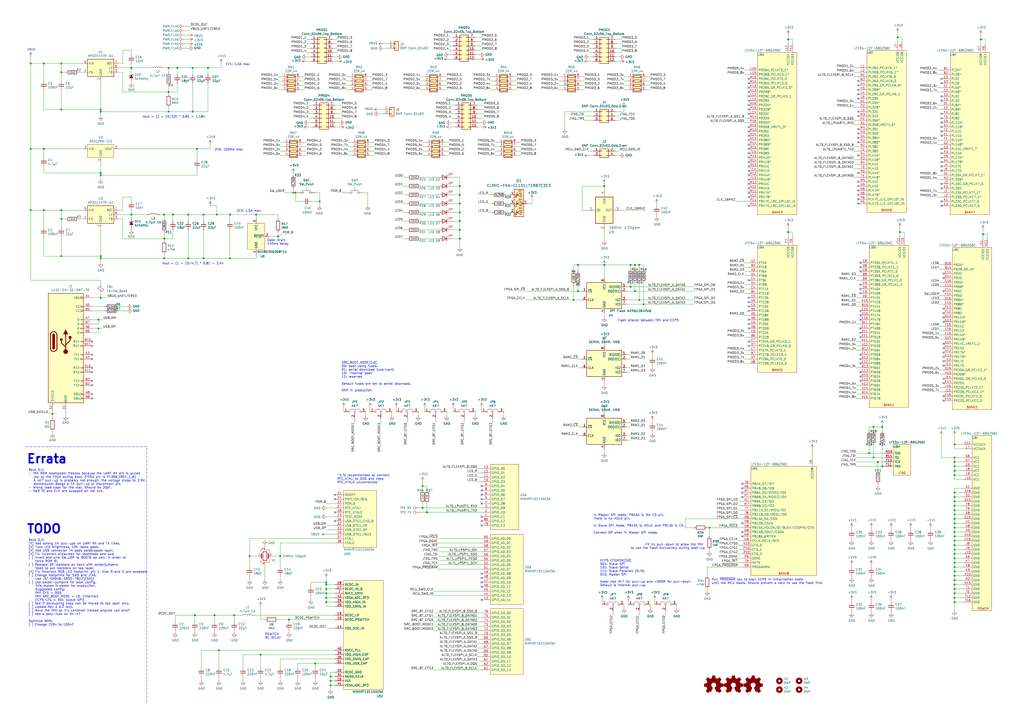
<source format=kicad_sch>
(kicad_sch (version 20200602) (host eeschema "(5.99.0-1930-g59e265b42)")
  (page 1 1)
  (paper "A2")
  (title_block (title "Pergola") (date "2020-06-11") (rev "A 0.2-R") (company "Konrad Beckmann // Modifed Richard Meadows 2020") (comment 1 "https://pergola.xil.se"))
  (junction (at 17.78 36.83))
  (junction (at 17.78 86.36))
  (junction (at 17.78 121.92))
  (junction (at 25.4 36.83))
  (junction (at 25.4 86.36))
  (junction (at 25.4 121.92))
  (junction (at 30.48 240.03))
  (junction (at 35.56 36.83))
  (junction (at 35.56 41.91))
  (junction (at 35.56 63.5))
  (junction (at 35.56 121.92))
  (junction (at 35.56 127))
  (junction (at 35.56 148.59))
  (junction (at 57.15 185.42))
  (junction (at 57.15 190.5))
  (junction (at 58.42 63.5))
  (junction (at 58.42 64.77))
  (junction (at 58.42 100.33))
  (junction (at 58.42 101.6))
  (junction (at 58.42 148.59))
  (junction (at 58.42 149.86))
  (junction (at 58.42 172.72))
  (junction (at 76.2 39.37))
  (junction (at 76.2 124.46))
  (junction (at 95.25 124.46))
  (junction (at 95.25 138.43))
  (junction (at 95.25 149.86))
  (junction (at 97.79 39.37))
  (junction (at 97.79 53.34))
  (junction (at 97.79 64.77))
  (junction (at 100.33 124.46))
  (junction (at 102.87 39.37))
  (junction (at 109.22 124.46))
  (junction (at 109.22 149.86))
  (junction (at 111.76 39.37))
  (junction (at 111.76 64.77))
  (junction (at 113.03 356.87))
  (junction (at 114.3 86.36))
  (junction (at 118.11 124.46))
  (junction (at 118.11 149.86))
  (junction (at 120.65 39.37))
  (junction (at 124.46 356.87))
  (junction (at 125.73 124.46))
  (junction (at 127 377.19))
  (junction (at 133.35 124.46))
  (junction (at 133.35 149.86))
  (junction (at 135.89 356.87))
  (junction (at 144.78 322.58))
  (junction (at 148.59 124.46))
  (junction (at 151.13 379.73))
  (junction (at 161.29 137.16))
  (junction (at 162.56 322.58))
  (junction (at 167.64 359.41))
  (junction (at 170.18 111.76))
  (junction (at 171.45 111.76))
  (junction (at 182.88 384.81))
  (junction (at 185.42 116.84))
  (junction (at 189.23 337.82))
  (junction (at 189.23 339.09))
  (junction (at 189.23 341.63))
  (junction (at 189.23 344.17))
  (junction (at 189.23 346.71))
  (junction (at 189.23 349.25))
  (junction (at 191.77 392.43))
  (junction (at 191.77 394.97))
  (junction (at 191.77 397.51))
  (junction (at 245.11 281.94))
  (junction (at 245.11 294.64))
  (junction (at 247.65 297.18))
  (junction (at 266.7 107.95))
  (junction (at 266.7 113.03))
  (junction (at 266.7 118.11))
  (junction (at 266.7 123.19))
  (junction (at 266.7 128.27))
  (junction (at 266.7 133.35))
  (junction (at 266.7 138.43))
  (junction (at 332.74 173.99))
  (junction (at 335.28 153.67))
  (junction (at 335.28 168.91))
  (junction (at 350.52 107.95))
  (junction (at 350.52 153.67))
  (junction (at 365.76 153.67))
  (junction (at 365.76 166.37))
  (junction (at 368.3 153.67))
  (junction (at 368.3 168.91))
  (junction (at 370.84 153.67))
  (junction (at 370.84 173.99))
  (junction (at 373.38 176.53))
  (junction (at 411.48 306.07))
  (junction (at 457.2 22.86))
  (junction (at 457.2 134.62))
  (junction (at 504.19 262.89))
  (junction (at 506.73 247.65))
  (junction (at 506.73 265.43))
  (junction (at 509.27 267.97))
  (junction (at 511.81 247.65))
  (junction (at 511.81 270.51))
  (junction (at 520.7 21.59))
  (junction (at 521.97 134.62))
  (junction (at 553.72 257.81))
  (junction (at 553.72 265.43))
  (junction (at 553.72 267.97))
  (junction (at 553.72 270.51))
  (junction (at 553.72 273.05))
  (junction (at 553.72 275.59))
  (junction (at 553.72 285.75))
  (junction (at 553.72 288.29))
  (junction (at 553.72 290.83))
  (junction (at 553.72 293.37))
  (junction (at 553.72 295.91))
  (junction (at 553.72 298.45))
  (junction (at 553.72 300.99))
  (junction (at 553.72 303.53))
  (junction (at 553.72 306.07))
  (junction (at 553.72 308.61))
  (junction (at 553.72 311.15))
  (junction (at 553.72 313.69))
  (junction (at 553.72 316.23))
  (junction (at 553.72 318.77))
  (junction (at 553.72 321.31))
  (junction (at 553.72 323.85))
  (junction (at 553.72 326.39))
  (junction (at 553.72 328.93))
  (junction (at 553.72 331.47))
  (junction (at 553.72 334.01))
  (junction (at 553.72 336.55))
  (junction (at 553.72 339.09))
  (junction (at 553.72 341.63))
  (junction (at 553.72 344.17))
  (junction (at 553.72 346.71))
  (junction (at 553.72 349.25))
  (junction (at 568.96 22.86))
  (junction (at 570.23 135.89))
  (no_connect (at 546.1 119.38))
  (no_connect (at 434.34 78.74))
  (no_connect (at 434.34 53.34))
  (no_connect (at 279.4 284.48))
  (no_connect (at 53.34 223.52))
  (no_connect (at 546.1 58.42))
  (no_connect (at 497.84 74.93))
  (no_connect (at 547.37 199.39))
  (no_connect (at 434.34 104.14))
  (no_connect (at 547.37 179.07))
  (no_connect (at 546.1 78.74))
  (no_connect (at 497.84 54.61))
  (no_connect (at 279.4 337.82))
  (no_connect (at 53.34 215.9))
  (no_connect (at 497.84 67.31))
  (no_connect (at 430.53 285.75))
  (no_connect (at 547.37 161.29))
  (no_connect (at 53.34 213.36))
  (no_connect (at 434.34 109.22))
  (no_connect (at 499.11 180.34))
  (no_connect (at 547.37 212.09))
  (no_connect (at 194.31 297.18))
  (no_connect (at 434.34 45.72))
  (no_connect (at 430.53 308.61))
  (no_connect (at 434.34 83.82))
  (no_connect (at 499.11 185.42))
  (no_connect (at 434.34 180.34))
  (no_connect (at 430.53 283.21))
  (no_connect (at 547.37 232.41))
  (no_connect (at 497.84 115.57))
  (no_connect (at 53.34 228.6))
  (no_connect (at 546.1 99.06))
  (no_connect (at 434.34 114.3))
  (no_connect (at 499.11 182.88))
  (no_connect (at 497.84 90.17))
  (no_connect (at 434.34 200.66))
  (no_connect (at 547.37 184.15))
  (no_connect (at 546.1 66.04))
  (no_connect (at 546.1 73.66))
  (no_connect (at 547.37 209.55))
  (no_connect (at 497.84 118.11))
  (no_connect (at 499.11 165.1))
  (no_connect (at 434.34 177.8))
  (no_connect (at 430.53 280.67))
  (no_connect (at 497.84 113.03))
  (no_connect (at 53.34 198.12))
  (no_connect (at 434.34 101.6))
  (no_connect (at 499.11 195.58))
  (no_connect (at 53.34 220.98))
  (no_connect (at 547.37 229.87))
  (no_connect (at 434.34 66.04))
  (no_connect (at 547.37 168.91))
  (no_connect (at 434.34 88.9))
  (no_connect (at 434.34 48.26))
  (no_connect (at 430.53 288.29))
  (no_connect (at 547.37 204.47))
  (no_connect (at 434.34 185.42))
  (no_connect (at 546.1 96.52))
  (no_connect (at 546.1 45.72))
  (no_connect (at 194.31 289.56))
  (no_connect (at 434.34 172.72))
  (no_connect (at 434.34 106.68))
  (no_connect (at 434.34 198.12))
  (no_connect (at 499.11 152.4))
  (no_connect (at 434.34 93.98))
  (no_connect (at 497.84 100.33))
  (no_connect (at 434.34 96.52))
  (no_connect (at 434.34 81.28))
  (no_connect (at 546.1 68.58))
  (no_connect (at 499.11 210.82))
  (no_connect (at 434.34 86.36))
  (no_connect (at 547.37 181.61))
  (no_connect (at 499.11 170.18))
  (no_connect (at 497.84 64.77))
  (no_connect (at 279.4 281.94))
  (no_connect (at 53.34 231.14))
  (no_connect (at 499.11 205.74))
  (no_connect (at 279.4 302.26))
  (no_connect (at 279.4 332.74))
  (no_connect (at 53.34 208.28))
  (no_connect (at 279.4 340.36))
  (no_connect (at 194.31 287.02))
  (no_connect (at 279.4 304.8))
  (no_connect (at 546.1 106.68))
  (no_connect (at 499.11 193.04))
  (no_connect (at 434.34 73.66))
  (no_connect (at 434.34 187.96))
  (no_connect (at 497.84 52.07))
  (no_connect (at 546.1 76.2))
  (no_connect (at 546.1 71.12))
  (no_connect (at 547.37 158.75))
  (no_connect (at 546.1 86.36))
  (no_connect (at 279.4 289.56))
  (no_connect (at 497.84 107.95))
  (no_connect (at 434.34 162.56))
  (no_connect (at 546.1 109.22))
  (no_connect (at 434.34 50.8))
  (no_connect (at 499.11 208.28))
  (no_connect (at 497.84 57.15))
  (no_connect (at 434.34 63.5))
  (no_connect (at 546.1 48.26))
  (no_connect (at 547.37 201.93))
  (no_connect (at 279.4 299.72))
  (no_connect (at 547.37 207.01))
  (no_connect (at 194.31 302.26))
  (no_connect (at 434.34 119.38))
  (no_connect (at 434.34 55.88))
  (no_connect (at 546.1 93.98))
  (no_connect (at 497.84 105.41))
  (no_connect (at 499.11 167.64))
  (no_connect (at 499.11 220.98))
  (no_connect (at 497.84 46.99))
  (no_connect (at 546.1 91.44))
  (no_connect (at 279.4 292.1))
  (no_connect (at 499.11 190.5))
  (no_connect (at 434.34 58.42))
  (no_connect (at 497.84 82.55))
  (no_connect (at 430.53 311.15))
  (no_connect (at 497.84 77.47))
  (no_connect (at 434.34 190.5))
  (no_connect (at 279.4 335.28))
  (no_connect (at 499.11 154.94))
  (no_connect (at 434.34 60.96))
  (no_connect (at 53.34 205.74))
  (no_connect (at 499.11 218.44))
  (no_connect (at 547.37 186.69))
  (no_connect (at 547.37 222.25))
  (no_connect (at 497.84 49.53))
  (no_connect (at 547.37 219.71))
  (no_connect (at 279.4 287.02))
  (no_connect (at 497.84 80.01))
  (no_connect (at 546.1 88.9))
  (no_connect (at 434.34 91.44))
  (no_connect (at 279.4 347.98))
  (no_connect (at 546.1 116.84))
  (no_connect (at 53.34 200.66))
  (no_connect (at 430.53 303.53))
  (no_connect (at 434.34 175.26))
  (no_connect (at 434.34 111.76))
  (no_connect (at 434.34 76.2))
  (no_connect (at 546.1 55.88))
  (no_connect (at 499.11 157.48))
  (no_connect (at 434.34 99.06))
  (no_connect (at 497.84 110.49))
  (no_connect (at 499.11 215.9))
  (wire (pts (xy 17.78 33.02) (xy 17.78 36.83)))
  (wire (pts (xy 17.78 36.83) (xy 17.78 86.36)))
  (wire (pts (xy 17.78 36.83) (xy 25.4 36.83)))
  (wire (pts (xy 17.78 86.36) (xy 17.78 121.92)))
  (wire (pts (xy 17.78 86.36) (xy 25.4 86.36)))
  (wire (pts (xy 17.78 121.92) (xy 25.4 121.92)))
  (wire (pts (xy 17.78 162.56) (xy 17.78 121.92)))
  (wire (pts (xy 25.4 36.83) (xy 35.56 36.83)))
  (wire (pts (xy 25.4 46.99) (xy 25.4 36.83)))
  (wire (pts (xy 25.4 52.07) (xy 25.4 63.5)))
  (wire (pts (xy 25.4 63.5) (xy 35.56 63.5)))
  (wire (pts (xy 25.4 86.36) (xy 25.4 91.44)))
  (wire (pts (xy 25.4 86.36) (xy 48.26 86.36)))
  (wire (pts (xy 25.4 96.52) (xy 25.4 100.33)))
  (wire (pts (xy 25.4 100.33) (xy 58.42 100.33)))
  (wire (pts (xy 25.4 121.92) (xy 25.4 132.08)))
  (wire (pts (xy 25.4 121.92) (xy 35.56 121.92)))
  (wire (pts (xy 25.4 137.16) (xy 25.4 148.59)))
  (wire (pts (xy 25.4 148.59) (xy 35.56 148.59)))
  (wire (pts (xy 27.94 240.03) (xy 30.48 240.03)))
  (wire (pts (xy 30.48 238.76) (xy 30.48 240.03)))
  (wire (pts (xy 30.48 240.03) (xy 30.48 242.57)))
  (wire (pts (xy 30.48 250.19) (xy 30.48 251.46)))
  (wire (pts (xy 35.56 36.83) (xy 35.56 41.91)))
  (wire (pts (xy 35.56 36.83) (xy 48.26 36.83)))
  (wire (pts (xy 35.56 41.91) (xy 35.56 46.99)))
  (wire (pts (xy 35.56 41.91) (xy 38.1 41.91)))
  (wire (pts (xy 35.56 52.07) (xy 35.56 63.5)))
  (wire (pts (xy 35.56 63.5) (xy 58.42 63.5)))
  (wire (pts (xy 35.56 121.92) (xy 35.56 127)))
  (wire (pts (xy 35.56 121.92) (xy 48.26 121.92)))
  (wire (pts (xy 35.56 127) (xy 38.1 127)))
  (wire (pts (xy 35.56 132.08) (xy 35.56 127)))
  (wire (pts (xy 35.56 137.16) (xy 35.56 148.59)))
  (wire (pts (xy 38.1 241.3) (xy 38.1 238.76)))
  (wire (pts (xy 48.26 41.91) (xy 45.72 41.91)))
  (wire (pts (xy 48.26 127) (xy 45.72 127)))
  (wire (pts (xy 53.34 177.8) (xy 60.96 177.8)))
  (wire (pts (xy 53.34 187.96) (xy 57.15 187.96)))
  (wire (pts (xy 53.34 193.04) (xy 57.15 193.04)))
  (wire (pts (xy 57.15 185.42) (xy 53.34 185.42)))
  (wire (pts (xy 57.15 185.42) (xy 59.69 185.42)))
  (wire (pts (xy 57.15 187.96) (xy 57.15 185.42)))
  (wire (pts (xy 57.15 190.5) (xy 53.34 190.5)))
  (wire (pts (xy 57.15 190.5) (xy 59.69 190.5)))
  (wire (pts (xy 57.15 193.04) (xy 57.15 190.5)))
  (wire (pts (xy 58.42 46.99) (xy 58.42 63.5)))
  (wire (pts (xy 58.42 63.5) (xy 58.42 64.77)))
  (wire (pts (xy 58.42 64.77) (xy 97.79 64.77)))
  (wire (pts (xy 58.42 67.31) (xy 58.42 64.77)))
  (wire (pts (xy 58.42 93.98) (xy 58.42 100.33)))
  (wire (pts (xy 58.42 100.33) (xy 58.42 101.6)))
  (wire (pts (xy 58.42 101.6) (xy 114.3 101.6)))
  (wire (pts (xy 58.42 104.14) (xy 58.42 101.6)))
  (wire (pts (xy 58.42 132.08) (xy 58.42 148.59)))
  (wire (pts (xy 58.42 148.59) (xy 35.56 148.59)))
  (wire (pts (xy 58.42 148.59) (xy 58.42 149.86)))
  (wire (pts (xy 58.42 149.86) (xy 95.25 149.86)))
  (wire (pts (xy 58.42 152.4) (xy 58.42 149.86)))
  (wire (pts (xy 58.42 162.56) (xy 17.78 162.56)))
  (wire (pts (xy 58.42 162.56) (xy 58.42 165.1)))
  (wire (pts (xy 58.42 170.18) (xy 58.42 172.72)))
  (wire (pts (xy 58.42 172.72) (xy 53.34 172.72)))
  (wire (pts (xy 60.96 180.34) (xy 53.34 180.34)))
  (wire (pts (xy 62.23 172.72) (xy 58.42 172.72)))
  (wire (pts (xy 68.58 36.83) (xy 71.12 36.83)))
  (wire (pts (xy 68.58 39.37) (xy 76.2 39.37)))
  (wire (pts (xy 68.58 41.91) (xy 71.12 41.91)))
  (wire (pts (xy 68.58 86.36) (xy 114.3 86.36)))
  (wire (pts (xy 68.58 121.92) (xy 71.12 121.92)))
  (wire (pts (xy 68.58 124.46) (xy 76.2 124.46)))
  (wire (pts (xy 68.58 127) (xy 71.12 127)))
  (wire (pts (xy 68.58 180.34) (xy 73.66 180.34)))
  (wire (pts (xy 71.12 29.21) (xy 76.2 29.21)))
  (wire (pts (xy 71.12 36.83) (xy 71.12 29.21)))
  (wire (pts (xy 71.12 41.91) (xy 71.12 53.34)))
  (wire (pts (xy 71.12 53.34) (xy 97.79 53.34)))
  (wire (pts (xy 71.12 114.3) (xy 76.2 114.3)))
  (wire (pts (xy 71.12 121.92) (xy 71.12 114.3)))
  (wire (pts (xy 71.12 127) (xy 71.12 138.43)))
  (wire (pts (xy 71.12 138.43) (xy 95.25 138.43)))
  (wire (pts (xy 73.66 177.8) (xy 68.58 177.8)))
  (wire (pts (xy 76.2 29.21) (xy 76.2 31.75)))
  (wire (pts (xy 76.2 36.83) (xy 76.2 39.37)))
  (wire (pts (xy 76.2 39.37) (xy 87.63 39.37)))
  (wire (pts (xy 76.2 41.91) (xy 76.2 39.37)))
  (wire (pts (xy 76.2 48.26) (xy 76.2 46.99)))
  (wire (pts (xy 76.2 114.3) (xy 76.2 116.84)))
  (wire (pts (xy 76.2 121.92) (xy 76.2 124.46)))
  (wire (pts (xy 76.2 124.46) (xy 85.09 124.46)))
  (wire (pts (xy 76.2 127) (xy 76.2 124.46)))
  (wire (pts (xy 76.2 133.35) (xy 76.2 132.08)))
  (wire (pts (xy 92.71 124.46) (xy 95.25 124.46)))
  (wire (pts (xy 95.25 39.37) (xy 97.79 39.37)))
  (wire (pts (xy 95.25 124.46) (xy 95.25 127)))
  (wire (pts (xy 95.25 124.46) (xy 100.33 124.46)))
  (wire (pts (xy 95.25 134.62) (xy 95.25 138.43)))
  (wire (pts (xy 95.25 138.43) (xy 95.25 139.7)))
  (wire (pts (xy 95.25 138.43) (xy 100.33 138.43)))
  (wire (pts (xy 95.25 147.32) (xy 95.25 149.86)))
  (wire (pts (xy 95.25 149.86) (xy 109.22 149.86)))
  (wire (pts (xy 97.79 39.37) (xy 97.79 41.91)))
  (wire (pts (xy 97.79 39.37) (xy 102.87 39.37)))
  (wire (pts (xy 97.79 49.53) (xy 97.79 53.34)))
  (wire (pts (xy 97.79 53.34) (xy 97.79 54.61)))
  (wire (pts (xy 97.79 53.34) (xy 102.87 53.34)))
  (wire (pts (xy 97.79 62.23) (xy 97.79 64.77)))
  (wire (pts (xy 97.79 64.77) (xy 111.76 64.77)))
  (wire (pts (xy 100.33 124.46) (xy 100.33 128.27)))
  (wire (pts (xy 100.33 124.46) (xy 109.22 124.46)))
  (wire (pts (xy 100.33 133.35) (xy 100.33 138.43)))
  (wire (pts (xy 101.6 356.87) (xy 113.03 356.87)))
  (wire (pts (xy 101.6 360.68) (xy 101.6 356.87)))
  (wire (pts (xy 101.6 367.03) (xy 101.6 365.76)))
  (wire (pts (xy 102.87 39.37) (xy 102.87 43.18)))
  (wire (pts (xy 102.87 39.37) (xy 111.76 39.37)))
  (wire (pts (xy 102.87 48.26) (xy 102.87 53.34)))
  (wire (pts (xy 109.22 20.32) (xy 106.68 20.32)))
  (wire (pts (xy 109.22 22.86) (xy 106.68 22.86)))
  (wire (pts (xy 109.22 25.4) (xy 106.68 25.4)))
  (wire (pts (xy 109.22 27.94) (xy 106.68 27.94)))
  (wire (pts (xy 109.22 124.46) (xy 109.22 128.27)))
  (wire (pts (xy 109.22 124.46) (xy 118.11 124.46)))
  (wire (pts (xy 109.22 133.35) (xy 109.22 149.86)))
  (wire (pts (xy 110.49 15.24) (xy 106.68 15.24)))
  (wire (pts (xy 110.49 17.78) (xy 106.68 17.78)))
  (wire (pts (xy 111.76 39.37) (xy 111.76 43.18)))
  (wire (pts (xy 111.76 39.37) (xy 120.65 39.37)))
  (wire (pts (xy 111.76 48.26) (xy 111.76 64.77)))
  (wire (pts (xy 113.03 356.87) (xy 124.46 356.87)))
  (wire (pts (xy 113.03 360.68) (xy 113.03 356.87)))
  (wire (pts (xy 113.03 367.03) (xy 113.03 365.76)))
  (wire (pts (xy 114.3 86.36) (xy 114.3 92.71)))
  (wire (pts (xy 114.3 86.36) (xy 121.92 86.36)))
  (wire (pts (xy 114.3 97.79) (xy 114.3 101.6)))
  (wire (pts (xy 116.84 377.19) (xy 127 377.19)))
  (wire (pts (xy 116.84 387.35) (xy 116.84 377.19)))
  (wire (pts (xy 116.84 394.97) (xy 116.84 392.43)))
  (wire (pts (xy 118.11 124.46) (xy 118.11 128.27)))
  (wire (pts (xy 118.11 124.46) (xy 125.73 124.46)))
  (wire (pts (xy 118.11 133.35) (xy 118.11 149.86)))
  (wire (pts (xy 118.11 149.86) (xy 109.22 149.86)))
  (wire (pts (xy 118.11 149.86) (xy 133.35 149.86)))
  (wire (pts (xy 120.65 39.37) (xy 120.65 43.18)))
  (wire (pts (xy 120.65 39.37) (xy 128.27 39.37)))
  (wire (pts (xy 120.65 48.26) (xy 120.65 64.77)))
  (wire (pts (xy 120.65 64.77) (xy 111.76 64.77)))
  (wire (pts (xy 121.92 83.82) (xy 121.92 86.36)))
  (wire (pts (xy 124.46 356.87) (xy 135.89 356.87)))
  (wire (pts (xy 124.46 360.68) (xy 124.46 356.87)))
  (wire (pts (xy 124.46 367.03) (xy 124.46 365.76)))
  (wire (pts (xy 125.73 119.38) (xy 121.92 119.38)))
  (wire (pts (xy 125.73 119.38) (xy 125.73 124.46)))
  (wire (pts (xy 125.73 124.46) (xy 133.35 124.46)))
  (wire (pts (xy 127 377.19) (xy 194.31 377.19)))
  (wire (pts (xy 127 387.35) (xy 127 377.19)))
  (wire (pts (xy 127 394.97) (xy 127 392.43)))
  (wire (pts (xy 128.27 36.83) (xy 128.27 39.37)))
  (wire (pts (xy 133.35 124.46) (xy 148.59 124.46)))
  (wire (pts (xy 133.35 128.27) (xy 133.35 124.46)))
  (wire (pts (xy 133.35 133.35) (xy 133.35 149.86)))
  (wire (pts (xy 133.35 149.86) (xy 148.59 149.86)))
  (wire (pts (xy 135.89 356.87) (xy 139.7 356.87)))
  (wire (pts (xy 135.89 360.68) (xy 135.89 356.87)))
  (wire (pts (xy 135.89 367.03) (xy 135.89 365.76)))
  (wire (pts (xy 140.97 379.73) (xy 151.13 379.73)))
  (wire (pts (xy 140.97 387.35) (xy 140.97 379.73)))
  (wire (pts (xy 140.97 394.97) (xy 140.97 392.43)))
  (wire (pts (xy 144.78 312.42) (xy 194.31 312.42)))
  (wire (pts (xy 144.78 322.58) (xy 144.78 312.42)))
  (wire (pts (xy 144.78 328.93) (xy 144.78 322.58)))
  (wire (pts (xy 144.78 336.55) (xy 144.78 334.01)))
  (wire (pts (xy 147.32 356.87) (xy 194.31 356.87)))
  (wire (pts (xy 148.59 127) (xy 148.59 124.46)))
  (wire (pts (xy 148.59 147.32) (xy 148.59 149.86)))
  (wire (pts (xy 149.86 322.58) (xy 144.78 322.58)))
  (wire (pts (xy 151.13 351.79) (xy 151.13 359.41)))
  (wire (pts (xy 151.13 359.41) (xy 153.67 359.41)))
  (wire (pts (xy 151.13 379.73) (xy 151.13 387.35)))
  (wire (pts (xy 151.13 379.73) (xy 194.31 379.73)))
  (wire (pts (xy 151.13 394.97) (xy 151.13 392.43)))
  (wire (pts (xy 153.67 316.23) (xy 153.67 317.5)))
  (wire (pts (xy 153.67 327.66) (xy 153.67 336.55)))
  (wire (pts (xy 157.48 322.58) (xy 162.56 322.58)))
  (wire (pts (xy 161.29 44.45) (xy 163.83 44.45)))
  (wire (pts (xy 161.29 46.99) (xy 163.83 46.99)))
  (wire (pts (xy 161.29 49.53) (xy 163.83 49.53)))
  (wire (pts (xy 161.29 52.07) (xy 163.83 52.07)))
  (wire (pts (xy 161.29 124.46) (xy 148.59 124.46)))
  (wire (pts (xy 161.29 127) (xy 161.29 124.46)))
  (wire (pts (xy 161.29 134.62) (xy 161.29 137.16)))
  (wire (pts (xy 161.29 137.16) (xy 156.21 137.16)))
  (wire (pts (xy 161.29 137.16) (xy 163.83 135.89)))
  (wire (pts (xy 161.29 359.41) (xy 167.64 359.41)))
  (wire (pts (xy 162.56 82.55) (xy 165.1 82.55)))
  (wire (pts (xy 162.56 85.09) (xy 165.1 85.09)))
  (wire (pts (xy 162.56 87.63) (xy 165.1 87.63)))
  (wire (pts (xy 162.56 90.17) (xy 165.1 90.17)))
  (wire (pts (xy 162.56 314.96) (xy 194.31 314.96)))
  (wire (pts (xy 162.56 322.58) (xy 162.56 314.96)))
  (wire (pts (xy 162.56 328.93) (xy 162.56 322.58)))
  (wire (pts (xy 162.56 336.55) (xy 162.56 334.01)))
  (wire (pts (xy 162.56 382.27) (xy 194.31 382.27)))
  (wire (pts (xy 162.56 387.35) (xy 162.56 382.27)))
  (wire (pts (xy 162.56 394.97) (xy 162.56 392.43)))
  (wire (pts (xy 165.1 111.76) (xy 170.18 111.76)))
  (wire (pts (xy 167.64 359.41) (xy 194.31 359.41)))
  (wire (pts (xy 167.64 360.68) (xy 167.64 359.41)))
  (wire (pts (xy 167.64 367.03) (xy 167.64 365.76)))
  (wire (pts (xy 170.18 100.33) (xy 170.18 101.6)))
  (wire (pts (xy 170.18 109.22) (xy 170.18 111.76)))
  (wire (pts (xy 170.18 111.76) (xy 171.45 111.76)))
  (wire (pts (xy 171.45 111.76) (xy 172.72 111.76)))
  (wire (pts (xy 171.45 116.84) (xy 171.45 111.76)))
  (wire (pts (xy 172.72 384.81) (xy 182.88 384.81)))
  (wire (pts (xy 172.72 387.35) (xy 172.72 384.81)))
  (wire (pts (xy 172.72 394.97) (xy 172.72 392.43)))
  (wire (pts (xy 173.99 44.45) (xy 176.53 44.45)))
  (wire (pts (xy 173.99 46.99) (xy 176.53 46.99)))
  (wire (pts (xy 173.99 49.53) (xy 176.53 49.53)))
  (wire (pts (xy 173.99 52.07) (xy 176.53 52.07)))
  (wire (pts (xy 175.26 82.55) (xy 177.8 82.55)))
  (wire (pts (xy 175.26 85.09) (xy 177.8 85.09)))
  (wire (pts (xy 175.26 87.63) (xy 177.8 87.63)))
  (wire (pts (xy 175.26 90.17) (xy 177.8 90.17)))
  (wire (pts (xy 175.26 116.84) (xy 171.45 116.84)))
  (wire (pts (xy 177.8 22.86) (xy 180.34 22.86)))
  (wire (pts (xy 177.8 25.4) (xy 180.34 25.4)))
  (wire (pts (xy 177.8 27.94) (xy 180.34 27.94)))
  (wire (pts (xy 177.8 30.48) (xy 180.34 30.48)))
  (wire (pts (xy 177.8 33.02) (xy 180.34 33.02)))
  (wire (pts (xy 177.8 35.56) (xy 180.34 35.56)))
  (wire (pts (xy 179.07 60.96) (xy 181.61 60.96)))
  (wire (pts (xy 179.07 63.5) (xy 181.61 63.5)))
  (wire (pts (xy 179.07 66.04) (xy 181.61 66.04)))
  (wire (pts (xy 179.07 68.58) (xy 181.61 68.58)))
  (wire (pts (xy 179.07 71.12) (xy 181.61 71.12)))
  (wire (pts (xy 179.07 73.66) (xy 181.61 73.66)))
  (wire (pts (xy 180.34 116.84) (xy 185.42 116.84)))
  (wire (pts (xy 180.34 337.82) (xy 189.23 337.82)))
  (wire (pts (xy 180.34 340.36) (xy 180.34 337.82)))
  (wire (pts (xy 180.34 347.98) (xy 180.34 345.44)))
  (wire (pts (xy 182.88 384.81) (xy 182.88 387.35)))
  (wire (pts (xy 182.88 384.81) (xy 194.31 384.81)))
  (wire (pts (xy 182.88 394.97) (xy 182.88 392.43)))
  (wire (pts (xy 185.42 111.76) (xy 182.88 111.76)))
  (wire (pts (xy 185.42 116.84) (xy 185.42 111.76)))
  (wire (pts (xy 185.42 119.38) (xy 185.42 116.84)))
  (wire (pts (xy 189.23 292.1) (xy 194.31 292.1)))
  (wire (pts (xy 189.23 294.64) (xy 194.31 294.64)))
  (wire (pts (xy 189.23 299.72) (xy 194.31 299.72)))
  (wire (pts (xy 189.23 304.8) (xy 194.31 304.8)))
  (wire (pts (xy 189.23 307.34) (xy 194.31 307.34)))
  (wire (pts (xy 189.23 309.88) (xy 194.31 309.88)))
  (wire (pts (xy 189.23 335.28) (xy 189.23 337.82)))
  (wire (pts (xy 189.23 337.82) (xy 189.23 339.09)))
  (wire (pts (xy 189.23 339.09) (xy 189.23 341.63)))
  (wire (pts (xy 189.23 339.09) (xy 194.31 339.09)))
  (wire (pts (xy 189.23 341.63) (xy 189.23 344.17)))
  (wire (pts (xy 189.23 341.63) (xy 194.31 341.63)))
  (wire (pts (xy 189.23 344.17) (xy 189.23 346.71)))
  (wire (pts (xy 189.23 344.17) (xy 194.31 344.17)))
  (wire (pts (xy 189.23 346.71) (xy 189.23 349.25)))
  (wire (pts (xy 189.23 346.71) (xy 194.31 346.71)))
  (wire (pts (xy 189.23 349.25) (xy 189.23 351.79)))
  (wire (pts (xy 189.23 349.25) (xy 194.31 349.25)))
  (wire (pts (xy 189.23 351.79) (xy 194.31 351.79)))
  (wire (pts (xy 189.23 364.49) (xy 194.31 364.49)))
  (wire (pts (xy 191.77 389.89) (xy 194.31 389.89)))
  (wire (pts (xy 191.77 392.43) (xy 191.77 389.89)))
  (wire (pts (xy 191.77 394.97) (xy 191.77 392.43)))
  (wire (pts (xy 191.77 397.51) (xy 191.77 394.97)))
  (wire (pts (xy 191.77 400.05) (xy 191.77 397.51)))
  (wire (pts (xy 193.04 22.86) (xy 195.58 22.86)))
  (wire (pts (xy 193.04 25.4) (xy 195.58 25.4)))
  (wire (pts (xy 193.04 27.94) (xy 195.58 27.94)))
  (wire (pts (xy 193.04 30.48) (xy 195.58 30.48)))
  (wire (pts (xy 194.31 60.96) (xy 198.12 60.96)))
  (wire (pts (xy 194.31 63.5) (xy 198.12 63.5)))
  (wire (pts (xy 194.31 66.04) (xy 198.12 66.04)))
  (wire (pts (xy 194.31 68.58) (xy 198.12 68.58)))
  (wire (pts (xy 194.31 392.43) (xy 191.77 392.43)))
  (wire (pts (xy 194.31 394.97) (xy 191.77 394.97)))
  (wire (pts (xy 194.31 397.51) (xy 191.77 397.51)))
  (wire (pts (xy 195.58 33.02) (xy 193.04 33.02)))
  (wire (pts (xy 195.58 35.56) (xy 193.04 35.56)))
  (wire (pts (xy 196.85 71.12) (xy 194.31 71.12)))
  (wire (pts (xy 196.85 73.66) (xy 194.31 73.66)))
  (wire (pts (xy 198.12 111.76) (xy 200.66 111.76)))
  (wire (pts (xy 199.39 236.22) (xy 199.39 238.76)))
  (wire (pts (xy 200.66 44.45) (xy 203.2 44.45)))
  (wire (pts (xy 200.66 46.99) (xy 203.2 46.99)))
  (wire (pts (xy 200.66 49.53) (xy 203.2 49.53)))
  (wire (pts (xy 200.66 52.07) (xy 203.2 52.07)))
  (wire (pts (xy 201.93 82.55) (xy 204.47 82.55)))
  (wire (pts (xy 201.93 85.09) (xy 204.47 85.09)))
  (wire (pts (xy 201.93 87.63) (xy 204.47 87.63)))
  (wire (pts (xy 201.93 90.17) (xy 204.47 90.17)))
  (wire (pts (xy 205.74 245.11) (xy 205.74 242.57)))
  (wire (pts (xy 210.82 111.76) (xy 213.36 111.76)))
  (wire (pts (xy 212.09 241.3) (xy 212.09 238.76)))
  (wire (pts (xy 213.36 44.45) (xy 215.9 44.45)))
  (wire (pts (xy 213.36 46.99) (xy 215.9 46.99)))
  (wire (pts (xy 213.36 49.53) (xy 215.9 49.53)))
  (wire (pts (xy 213.36 52.07) (xy 215.9 52.07)))
  (wire (pts (xy 213.36 111.76) (xy 213.36 119.38)))
  (wire (pts (xy 214.63 82.55) (xy 217.17 82.55)))
  (wire (pts (xy 214.63 85.09) (xy 217.17 85.09)))
  (wire (pts (xy 214.63 87.63) (xy 217.17 87.63)))
  (wire (pts (xy 214.63 90.17) (xy 217.17 90.17)))
  (wire (pts (xy 214.63 236.22) (xy 214.63 238.76)))
  (wire (pts (xy 219.71 63.5) (xy 222.25 63.5)))
  (wire (pts (xy 219.71 66.04) (xy 222.25 66.04)))
  (wire (pts (xy 220.98 245.11) (xy 220.98 242.57)))
  (wire (pts (xy 222.25 25.4) (xy 224.79 25.4)))
  (wire (pts (xy 222.25 27.94) (xy 224.79 27.94)))
  (wire (pts (xy 227.33 241.3) (xy 227.33 238.76)))
  (wire (pts (xy 229.87 236.22) (xy 229.87 238.76)))
  (wire (pts (xy 233.68 102.87) (xy 236.22 102.87)))
  (wire (pts (xy 233.68 107.95) (xy 236.22 107.95)))
  (wire (pts (xy 233.68 113.03) (xy 236.22 113.03)))
  (wire (pts (xy 233.68 118.11) (xy 236.22 118.11)))
  (wire (pts (xy 233.68 123.19) (xy 236.22 123.19)))
  (wire (pts (xy 233.68 128.27) (xy 236.22 128.27)))
  (wire (pts (xy 233.68 133.35) (xy 236.22 133.35)))
  (wire (pts (xy 233.68 138.43) (xy 236.22 138.43)))
  (wire (pts (xy 236.22 245.11) (xy 236.22 242.57)))
  (wire (pts (xy 242.57 241.3) (xy 242.57 238.76)))
  (wire (pts (xy 243.84 44.45) (xy 246.38 44.45)))
  (wire (pts (xy 243.84 46.99) (xy 246.38 46.99)))
  (wire (pts (xy 243.84 49.53) (xy 246.38 49.53)))
  (wire (pts (xy 243.84 52.07) (xy 246.38 52.07)))
  (wire (pts (xy 243.84 102.87) (xy 254 102.87)))
  (wire (pts (xy 243.84 107.95) (xy 254 107.95)))
  (wire (pts (xy 243.84 113.03) (xy 254 113.03)))
  (wire (pts (xy 243.84 118.11) (xy 254 118.11)))
  (wire (pts (xy 243.84 123.19) (xy 254 123.19)))
  (wire (pts (xy 243.84 128.27) (xy 254 128.27)))
  (wire (pts (xy 243.84 133.35) (xy 254 133.35)))
  (wire (pts (xy 243.84 138.43) (xy 254 138.43)))
  (wire (pts (xy 243.84 294.64) (xy 245.11 294.64)))
  (wire (pts (xy 243.84 297.18) (xy 247.65 297.18)))
  (wire (pts (xy 245.11 82.55) (xy 247.65 82.55)))
  (wire (pts (xy 245.11 85.09) (xy 247.65 85.09)))
  (wire (pts (xy 245.11 87.63) (xy 247.65 87.63)))
  (wire (pts (xy 245.11 90.17) (xy 247.65 90.17)))
  (wire (pts (xy 245.11 279.4) (xy 245.11 281.94)))
  (wire (pts (xy 245.11 281.94) (xy 245.11 284.48)))
  (wire (pts (xy 245.11 281.94) (xy 247.65 281.94)))
  (wire (pts (xy 245.11 292.1) (xy 245.11 294.64)))
  (wire (pts (xy 245.11 294.64) (xy 279.4 294.64)))
  (wire (pts (xy 246.38 236.22) (xy 246.38 238.76)))
  (wire (pts (xy 247.65 281.94) (xy 247.65 284.48)))
  (wire (pts (xy 247.65 292.1) (xy 247.65 297.18)))
  (wire (pts (xy 247.65 297.18) (xy 279.4 297.18)))
  (wire (pts (xy 251.46 342.9) (xy 279.4 342.9)))
  (wire (pts (xy 251.46 345.44) (xy 279.4 345.44)))
  (wire (pts (xy 251.46 355.6) (xy 279.4 355.6)))
  (wire (pts (xy 251.46 358.14) (xy 279.4 358.14)))
  (wire (pts (xy 251.46 360.68) (xy 279.4 360.68)))
  (wire (pts (xy 251.46 363.22) (xy 279.4 363.22)))
  (wire (pts (xy 251.46 365.76) (xy 279.4 365.76)))
  (wire (pts (xy 251.46 388.62) (xy 279.4 388.62)))
  (wire (pts (xy 252.73 245.11) (xy 252.73 242.57)))
  (wire (pts (xy 254 312.42) (xy 279.4 312.42)))
  (wire (pts (xy 254 314.96) (xy 279.4 314.96)))
  (wire (pts (xy 254 317.5) (xy 279.4 317.5)))
  (wire (pts (xy 254 320.04) (xy 279.4 320.04)))
  (wire (pts (xy 254 322.58) (xy 279.4 322.58)))
  (wire (pts (xy 254 325.12) (xy 279.4 325.12)))
  (wire (pts (xy 254 327.66) (xy 279.4 327.66)))
  (wire (pts (xy 254 330.2) (xy 279.4 330.2)))
  (wire (pts (xy 256.54 44.45) (xy 259.08 44.45)))
  (wire (pts (xy 256.54 46.99) (xy 259.08 46.99)))
  (wire (pts (xy 256.54 49.53) (xy 259.08 49.53)))
  (wire (pts (xy 256.54 52.07) (xy 259.08 52.07)))
  (wire (pts (xy 257.81 82.55) (xy 260.35 82.55)))
  (wire (pts (xy 257.81 85.09) (xy 260.35 85.09)))
  (wire (pts (xy 257.81 87.63) (xy 260.35 87.63)))
  (wire (pts (xy 257.81 90.17) (xy 260.35 90.17)))
  (wire (pts (xy 259.08 241.3) (xy 259.08 238.76)))
  (wire (pts (xy 260.35 21.59) (xy 262.89 21.59)))
  (wire (pts (xy 260.35 24.13) (xy 262.89 24.13)))
  (wire (pts (xy 260.35 26.67) (xy 262.89 26.67)))
  (wire (pts (xy 260.35 29.21) (xy 262.89 29.21)))
  (wire (pts (xy 260.35 31.75) (xy 262.89 31.75)))
  (wire (pts (xy 260.35 34.29) (xy 262.89 34.29)))
  (wire (pts (xy 261.62 60.96) (xy 264.16 60.96)))
  (wire (pts (xy 261.62 63.5) (xy 264.16 63.5)))
  (wire (pts (xy 261.62 66.04) (xy 264.16 66.04)))
  (wire (pts (xy 261.62 68.58) (xy 264.16 68.58)))
  (wire (pts (xy 261.62 71.12) (xy 264.16 71.12)))
  (wire (pts (xy 261.62 73.66) (xy 264.16 73.66)))
  (wire (pts (xy 262.89 236.22) (xy 262.89 238.76)))
  (wire (pts (xy 266.7 102.87) (xy 261.62 102.87)))
  (wire (pts (xy 266.7 107.95) (xy 261.62 107.95)))
  (wire (pts (xy 266.7 107.95) (xy 266.7 102.87)))
  (wire (pts (xy 266.7 107.95) (xy 266.7 113.03)))
  (wire (pts (xy 266.7 113.03) (xy 261.62 113.03)))
  (wire (pts (xy 266.7 113.03) (xy 266.7 118.11)))
  (wire (pts (xy 266.7 118.11) (xy 261.62 118.11)))
  (wire (pts (xy 266.7 118.11) (xy 266.7 123.19)))
  (wire (pts (xy 266.7 123.19) (xy 261.62 123.19)))
  (wire (pts (xy 266.7 123.19) (xy 266.7 128.27)))
  (wire (pts (xy 266.7 128.27) (xy 261.62 128.27)))
  (wire (pts (xy 266.7 128.27) (xy 266.7 133.35)))
  (wire (pts (xy 266.7 133.35) (xy 261.62 133.35)))
  (wire (pts (xy 266.7 133.35) (xy 266.7 138.43)))
  (wire (pts (xy 266.7 138.43) (xy 261.62 138.43)))
  (wire (pts (xy 266.7 143.51) (xy 266.7 138.43)))
  (wire (pts (xy 269.24 245.11) (xy 269.24 242.57)))
  (wire (pts (xy 275.59 21.59) (xy 279.4 21.59)))
  (wire (pts (xy 275.59 24.13) (xy 279.4 24.13)))
  (wire (pts (xy 275.59 26.67) (xy 279.4 26.67)))
  (wire (pts (xy 275.59 29.21) (xy 279.4 29.21)))
  (wire (pts (xy 275.59 241.3) (xy 275.59 238.76)))
  (wire (pts (xy 276.86 60.96) (xy 280.67 60.96)))
  (wire (pts (xy 276.86 63.5) (xy 280.67 63.5)))
  (wire (pts (xy 276.86 66.04) (xy 280.67 66.04)))
  (wire (pts (xy 276.86 68.58) (xy 280.67 68.58)))
  (wire (pts (xy 276.86 271.78) (xy 279.4 271.78)))
  (wire (pts (xy 276.86 274.32) (xy 279.4 274.32)))
  (wire (pts (xy 276.86 276.86) (xy 279.4 276.86)))
  (wire (pts (xy 276.86 279.4) (xy 279.4 279.4)))
  (wire (pts (xy 276.86 368.3) (xy 279.4 368.3)))
  (wire (pts (xy 276.86 370.84) (xy 279.4 370.84)))
  (wire (pts (xy 276.86 373.38) (xy 279.4 373.38)))
  (wire (pts (xy 276.86 375.92) (xy 279.4 375.92)))
  (wire (pts (xy 276.86 378.46) (xy 279.4 378.46)))
  (wire (pts (xy 276.86 381) (xy 279.4 381)))
  (wire (pts (xy 276.86 383.54) (xy 279.4 383.54)))
  (wire (pts (xy 276.86 386.08) (xy 279.4 386.08)))
  (wire (pts (xy 278.13 31.75) (xy 275.59 31.75)))
  (wire (pts (xy 278.13 34.29) (xy 275.59 34.29)))
  (wire (pts (xy 279.4 71.12) (xy 276.86 71.12)))
  (wire (pts (xy 279.4 73.66) (xy 276.86 73.66)))
  (wire (pts (xy 279.4 236.22) (xy 279.4 238.76)))
  (wire (pts (xy 283.21 113.03) (xy 285.75 113.03)))
  (wire (pts (xy 283.21 118.11) (xy 285.75 118.11)))
  (wire (pts (xy 283.21 123.19) (xy 285.75 123.19)))
  (wire (pts (xy 284.48 44.45) (xy 287.02 44.45)))
  (wire (pts (xy 284.48 46.99) (xy 287.02 46.99)))
  (wire (pts (xy 284.48 49.53) (xy 287.02 49.53)))
  (wire (pts (xy 284.48 52.07) (xy 287.02 52.07)))
  (wire (pts (xy 285.75 245.11) (xy 285.75 242.57)))
  (wire (pts (xy 287.02 82.55) (xy 289.56 82.55)))
  (wire (pts (xy 287.02 85.09) (xy 289.56 85.09)))
  (wire (pts (xy 287.02 87.63) (xy 289.56 87.63)))
  (wire (pts (xy 287.02 90.17) (xy 289.56 90.17)))
  (wire (pts (xy 292.1 241.3) (xy 292.1 238.76)))
  (wire (pts (xy 293.37 113.03) (xy 295.91 113.03)))
  (wire (pts (xy 293.37 118.11) (xy 295.91 118.11)))
  (wire (pts (xy 293.37 123.19) (xy 295.91 123.19)))
  (wire (pts (xy 297.18 44.45) (xy 299.72 44.45)))
  (wire (pts (xy 297.18 46.99) (xy 299.72 46.99)))
  (wire (pts (xy 297.18 49.53) (xy 299.72 49.53)))
  (wire (pts (xy 297.18 52.07) (xy 299.72 52.07)))
  (wire (pts (xy 299.72 82.55) (xy 302.26 82.55)))
  (wire (pts (xy 299.72 85.09) (xy 302.26 85.09)))
  (wire (pts (xy 299.72 87.63) (xy 302.26 87.63)))
  (wire (pts (xy 299.72 90.17) (xy 302.26 90.17)))
  (wire (pts (xy 304.8 168.91) (xy 335.28 168.91)))
  (wire (pts (xy 304.8 173.99) (xy 332.74 173.99)))
  (wire (pts (xy 308.61 115.57) (xy 308.61 118.11)))
  (wire (pts (xy 308.61 118.11) (xy 306.07 118.11)))
  (wire (pts (xy 326.39 44.45) (xy 323.85 44.45)))
  (wire (pts (xy 326.39 46.99) (xy 323.85 46.99)))
  (wire (pts (xy 326.39 49.53) (xy 323.85 49.53)))
  (wire (pts (xy 326.39 52.07) (xy 323.85 52.07)))
  (wire (pts (xy 327.66 64.77) (xy 327.66 74.93)))
  (wire (pts (xy 327.66 64.77) (xy 344.17 64.77)))
  (wire (pts (xy 332.74 153.67) (xy 332.74 157.48)))
  (wire (pts (xy 332.74 165.1) (xy 332.74 173.99)))
  (wire (pts (xy 332.74 173.99) (xy 337.82 173.99)))
  (wire (pts (xy 335.28 153.67) (xy 332.74 153.67)))
  (wire (pts (xy 335.28 153.67) (xy 335.28 157.48)))
  (wire (pts (xy 335.28 168.91) (xy 335.28 165.1)))
  (wire (pts (xy 335.28 168.91) (xy 337.82 168.91)))
  (wire (pts (xy 335.28 208.28) (xy 337.82 208.28)))
  (wire (pts (xy 335.28 213.36) (xy 337.82 213.36)))
  (wire (pts (xy 335.28 247.65) (xy 337.82 247.65)))
  (wire (pts (xy 335.28 252.73) (xy 337.82 252.73)))
  (wire (pts (xy 336.55 44.45) (xy 339.09 44.45)))
  (wire (pts (xy 336.55 46.99) (xy 339.09 46.99)))
  (wire (pts (xy 336.55 49.53) (xy 339.09 49.53)))
  (wire (pts (xy 336.55 52.07) (xy 339.09 52.07)))
  (wire (pts (xy 337.82 107.95) (xy 350.52 107.95)))
  (wire (pts (xy 337.82 121.92) (xy 337.82 107.95)))
  (wire (pts (xy 339.09 67.31) (xy 344.17 67.31)))
  (wire (pts (xy 339.09 69.85) (xy 344.17 69.85)))
  (wire (pts (xy 340.36 121.92) (xy 337.82 121.92)))
  (wire (pts (xy 341.63 22.86) (xy 344.17 22.86)))
  (wire (pts (xy 341.63 25.4) (xy 344.17 25.4)))
  (wire (pts (xy 341.63 27.94) (xy 344.17 27.94)))
  (wire (pts (xy 341.63 30.48) (xy 344.17 30.48)))
  (wire (pts (xy 341.63 33.02) (xy 344.17 33.02)))
  (wire (pts (xy 341.63 35.56) (xy 344.17 35.56)))
  (wire (pts (xy 341.63 87.63) (xy 344.17 87.63)))
  (wire (pts (xy 341.63 90.17) (xy 344.17 90.17)))
  (wire (pts (xy 349.25 347.98) (xy 349.25 350.52)))
  (wire (pts (xy 350.52 106.68) (xy 350.52 107.95)))
  (wire (pts (xy 350.52 107.95) (xy 350.52 109.22)))
  (wire (pts (xy 350.52 139.7) (xy 350.52 134.62)))
  (wire (pts (xy 350.52 153.67) (xy 335.28 153.67)))
  (wire (pts (xy 350.52 153.67) (xy 350.52 161.29)))
  (wire (pts (xy 350.52 184.15) (xy 350.52 181.61)))
  (wire (pts (xy 350.52 198.12) (xy 350.52 200.66)))
  (wire (pts (xy 350.52 223.52) (xy 350.52 220.98)))
  (wire (pts (xy 350.52 237.49) (xy 350.52 240.03)))
  (wire (pts (xy 350.52 262.89) (xy 350.52 260.35)))
  (wire (pts (xy 355.6 356.87) (xy 355.6 354.33)))
  (wire (pts (xy 356.87 22.86) (xy 360.68 22.86)))
  (wire (pts (xy 356.87 25.4) (xy 360.68 25.4)))
  (wire (pts (xy 356.87 27.94) (xy 360.68 27.94)))
  (wire (pts (xy 356.87 30.48) (xy 360.68 30.48)))
  (wire (pts (xy 356.87 67.31) (xy 359.41 67.31)))
  (wire (pts (xy 359.41 33.02) (xy 356.87 33.02)))
  (wire (pts (xy 359.41 35.56) (xy 356.87 35.56)))
  (wire (pts (xy 359.41 69.85) (xy 356.87 69.85)))
  (wire (pts (xy 359.41 87.63) (xy 356.87 87.63)))
  (wire (pts (xy 359.41 90.17) (xy 356.87 90.17)))
  (wire (pts (xy 360.68 121.92) (xy 374.65 121.92)))
  (wire (pts (xy 361.95 44.45) (xy 364.49 44.45)))
  (wire (pts (xy 361.95 46.99) (xy 364.49 46.99)))
  (wire (pts (xy 361.95 49.53) (xy 364.49 49.53)))
  (wire (pts (xy 361.95 52.07) (xy 364.49 52.07)))
  (wire (pts (xy 361.95 62.23) (xy 361.95 64.77)))
  (wire (pts (xy 361.95 64.77) (xy 356.87 64.77)))
  (wire (pts (xy 361.95 353.06) (xy 361.95 350.52)))
  (wire (pts (xy 363.22 166.37) (xy 365.76 166.37)))
  (wire (pts (xy 363.22 168.91) (xy 368.3 168.91)))
  (wire (pts (xy 363.22 173.99) (xy 370.84 173.99)))
  (wire (pts (xy 363.22 176.53) (xy 373.38 176.53)))
  (wire (pts (xy 364.49 347.98) (xy 364.49 350.52)))
  (wire (pts (xy 365.76 153.67) (xy 350.52 153.67)))
  (wire (pts (xy 365.76 153.67) (xy 365.76 156.21)))
  (wire (pts (xy 365.76 163.83) (xy 365.76 166.37)))
  (wire (pts (xy 365.76 166.37) (xy 402.59 166.37)))
  (wire (pts (xy 365.76 205.74) (xy 363.22 205.74)))
  (wire (pts (xy 365.76 208.28) (xy 363.22 208.28)))
  (wire (pts (xy 365.76 213.36) (xy 363.22 213.36)))
  (wire (pts (xy 365.76 215.9) (xy 363.22 215.9)))
  (wire (pts (xy 365.76 245.11) (xy 363.22 245.11)))
  (wire (pts (xy 365.76 247.65) (xy 363.22 247.65)))
  (wire (pts (xy 365.76 252.73) (xy 363.22 252.73)))
  (wire (pts (xy 365.76 255.27) (xy 363.22 255.27)))
  (wire (pts (xy 368.3 153.67) (xy 365.76 153.67)))
  (wire (pts (xy 368.3 153.67) (xy 368.3 156.21)))
  (wire (pts (xy 368.3 163.83) (xy 368.3 168.91)))
  (wire (pts (xy 368.3 168.91) (xy 402.59 168.91)))
  (wire (pts (xy 370.84 153.67) (xy 368.3 153.67)))
  (wire (pts (xy 370.84 153.67) (xy 370.84 156.21)))
  (wire (pts (xy 370.84 163.83) (xy 370.84 173.99)))
  (wire (pts (xy 370.84 173.99) (xy 402.59 173.99)))
  (wire (pts (xy 370.84 356.87) (xy 370.84 354.33)))
  (wire (pts (xy 373.38 153.67) (xy 370.84 153.67)))
  (wire (pts (xy 373.38 153.67) (xy 373.38 156.21)))
  (wire (pts (xy 373.38 163.83) (xy 373.38 176.53)))
  (wire (pts (xy 373.38 176.53) (xy 402.59 176.53)))
  (wire (pts (xy 374.65 44.45) (xy 377.19 44.45)))
  (wire (pts (xy 374.65 46.99) (xy 377.19 46.99)))
  (wire (pts (xy 374.65 49.53) (xy 377.19 49.53)))
  (wire (pts (xy 374.65 52.07) (xy 377.19 52.07)))
  (wire (pts (xy 377.19 353.06) (xy 377.19 350.52)))
  (wire (pts (xy 378.46 205.74) (xy 378.46 207.01)))
  (wire (pts (xy 378.46 213.36) (xy 378.46 212.09)))
  (wire (pts (xy 378.46 243.84) (xy 378.46 245.11)))
  (wire (pts (xy 378.46 251.46) (xy 378.46 250.19)))
  (wire (pts (xy 379.73 347.98) (xy 379.73 350.52)))
  (wire (pts (xy 381 118.11) (xy 381 119.38)))
  (wire (pts (xy 381 125.73) (xy 381 124.46)))
  (wire (pts (xy 386.08 356.87) (xy 386.08 354.33)))
  (wire (pts (xy 392.43 353.06) (xy 392.43 350.52)))
  (wire (pts (xy 397.51 300.99) (xy 430.53 300.99)))
  (wire (pts (xy 397.51 306.07) (xy 397.51 300.99)))
  (wire (pts (xy 402.59 306.07) (xy 397.51 306.07)))
  (wire (pts (xy 410.21 306.07) (xy 411.48 306.07)))
  (wire (pts (xy 410.21 328.93) (xy 410.21 334.01)))
  (wire (pts (xy 410.21 328.93) (xy 430.53 328.93)))
  (wire (pts (xy 410.21 342.9) (xy 410.21 341.63)))
  (wire (pts (xy 411.48 306.07) (xy 411.48 311.15)))
  (wire (pts (xy 411.48 306.07) (xy 430.53 306.07)))
  (wire (pts (xy 411.48 320.04) (xy 411.48 318.77)))
  (wire (pts (xy 426.72 116.84) (xy 434.34 116.84)))
  (wire (pts (xy 427.99 290.83) (xy 430.53 290.83)))
  (wire (pts (xy 427.99 293.37) (xy 430.53 293.37)))
  (wire (pts (xy 427.99 295.91) (xy 430.53 295.91)))
  (wire (pts (xy 427.99 298.45) (xy 430.53 298.45)))
  (wire (pts (xy 427.99 313.69) (xy 430.53 313.69)))
  (wire (pts (xy 427.99 316.23) (xy 430.53 316.23)))
  (wire (pts (xy 427.99 318.77) (xy 430.53 318.77)))
  (wire (pts (xy 427.99 321.31) (xy 430.53 321.31)))
  (wire (pts (xy 427.99 323.85) (xy 430.53 323.85)))
  (wire (pts (xy 427.99 326.39) (xy 430.53 326.39)))
  (wire (pts (xy 431.8 40.64) (xy 434.34 40.64)))
  (wire (pts (xy 431.8 43.18) (xy 434.34 43.18)))
  (wire (pts (xy 431.8 68.58) (xy 434.34 68.58)))
  (wire (pts (xy 431.8 71.12) (xy 434.34 71.12)))
  (wire (pts (xy 431.8 154.94) (xy 434.34 154.94)))
  (wire (pts (xy 431.8 157.48) (xy 434.34 157.48)))
  (wire (pts (xy 431.8 160.02) (xy 434.34 160.02)))
  (wire (pts (xy 431.8 165.1) (xy 434.34 165.1)))
  (wire (pts (xy 431.8 167.64) (xy 434.34 167.64)))
  (wire (pts (xy 431.8 170.18) (xy 434.34 170.18)))
  (wire (pts (xy 431.8 182.88) (xy 434.34 182.88)))
  (wire (pts (xy 431.8 193.04) (xy 434.34 193.04)))
  (wire (pts (xy 431.8 195.58) (xy 434.34 195.58)))
  (wire (pts (xy 431.8 203.2) (xy 434.34 203.2)))
  (wire (pts (xy 431.8 205.74) (xy 434.34 205.74)))
  (wire (pts (xy 431.8 208.28) (xy 434.34 208.28)))
  (wire (pts (xy 431.8 210.82) (xy 434.34 210.82)))
  (wire (pts (xy 434.34 152.4) (xy 431.8 152.4)))
  (wire (pts (xy 457.2 20.32) (xy 457.2 22.86)))
  (wire (pts (xy 457.2 22.86) (xy 457.2 25.4)))
  (wire (pts (xy 457.2 132.08) (xy 457.2 134.62)))
  (wire (pts (xy 457.2 134.62) (xy 457.2 137.16)))
  (wire (pts (xy 459.74 22.86) (xy 457.2 22.86)))
  (wire (pts (xy 459.74 25.4) (xy 459.74 22.86)))
  (wire (pts (xy 459.74 134.62) (xy 457.2 134.62)))
  (wire (pts (xy 459.74 137.16) (xy 459.74 134.62)))
  (wire (pts (xy 471.17 260.35) (xy 471.17 265.43)))
  (wire (pts (xy 494.03 306.07) (xy 494.03 307.34)))
  (wire (pts (xy 494.03 313.69) (xy 494.03 312.42)))
  (wire (pts (xy 494.03 327.66) (xy 494.03 328.93)))
  (wire (pts (xy 494.03 335.28) (xy 494.03 334.01)))
  (wire (pts (xy 494.03 347.98) (xy 494.03 349.25)))
  (wire (pts (xy 494.03 355.6) (xy 494.03 354.33)))
  (wire (pts (xy 495.3 39.37) (xy 497.84 39.37)))
  (wire (pts (xy 495.3 41.91) (xy 497.84 41.91)))
  (wire (pts (xy 495.3 44.45) (xy 497.84 44.45)))
  (wire (pts (xy 495.3 59.69) (xy 497.84 59.69)))
  (wire (pts (xy 495.3 62.23) (xy 497.84 62.23)))
  (wire (pts (xy 495.3 69.85) (xy 497.84 69.85)))
  (wire (pts (xy 495.3 72.39) (xy 497.84 72.39)))
  (wire (pts (xy 495.3 85.09) (xy 497.84 85.09)))
  (wire (pts (xy 495.3 87.63) (xy 497.84 87.63)))
  (wire (pts (xy 495.3 92.71) (xy 497.84 92.71)))
  (wire (pts (xy 495.3 95.25) (xy 497.84 95.25)))
  (wire (pts (xy 495.3 97.79) (xy 497.84 97.79)))
  (wire (pts (xy 495.3 102.87) (xy 497.84 102.87)))
  (wire (pts (xy 496.57 160.02) (xy 499.11 160.02)))
  (wire (pts (xy 496.57 162.56) (xy 499.11 162.56)))
  (wire (pts (xy 496.57 172.72) (xy 499.11 172.72)))
  (wire (pts (xy 496.57 175.26) (xy 499.11 175.26)))
  (wire (pts (xy 496.57 177.8) (xy 499.11 177.8)))
  (wire (pts (xy 496.57 187.96) (xy 499.11 187.96)))
  (wire (pts (xy 496.57 198.12) (xy 499.11 198.12)))
  (wire (pts (xy 496.57 200.66) (xy 499.11 200.66)))
  (wire (pts (xy 496.57 203.2) (xy 499.11 203.2)))
  (wire (pts (xy 496.57 213.36) (xy 499.11 213.36)))
  (wire (pts (xy 496.57 223.52) (xy 499.11 223.52)))
  (wire (pts (xy 496.57 226.06) (xy 499.11 226.06)))
  (wire (pts (xy 496.57 228.6) (xy 499.11 228.6)))
  (wire (pts (xy 496.57 231.14) (xy 499.11 231.14)))
  (wire (pts (xy 496.57 262.89) (xy 504.19 262.89)))
  (wire (pts (xy 496.57 267.97) (xy 509.27 267.97)))
  (wire (pts (xy 496.57 270.51) (xy 511.81 270.51)))
  (wire (pts (xy 504.19 247.65) (xy 504.19 250.19)))
  (wire (pts (xy 504.19 257.81) (xy 504.19 262.89)))
  (wire (pts (xy 504.19 262.89) (xy 513.08 262.89)))
  (wire (pts (xy 505.46 306.07) (xy 505.46 307.34)))
  (wire (pts (xy 505.46 313.69) (xy 505.46 312.42)))
  (wire (pts (xy 505.46 327.66) (xy 505.46 328.93)))
  (wire (pts (xy 505.46 335.28) (xy 505.46 334.01)))
  (wire (pts (xy 505.46 347.98) (xy 505.46 349.25)))
  (wire (pts (xy 505.46 355.6) (xy 505.46 354.33)))
  (wire (pts (xy 506.73 247.65) (xy 504.19 247.65)))
  (wire (pts (xy 506.73 247.65) (xy 506.73 250.19)))
  (wire (pts (xy 506.73 247.65) (xy 511.81 247.65)))
  (wire (pts (xy 506.73 257.81) (xy 506.73 265.43)))
  (wire (pts (xy 506.73 265.43) (xy 496.57 265.43)))
  (wire (pts (xy 506.73 265.43) (xy 513.08 265.43)))
  (wire (pts (xy 509.27 267.97) (xy 513.08 267.97)))
  (wire (pts (xy 509.27 273.05) (xy 509.27 267.97)))
  (wire (pts (xy 509.27 281.94) (xy 509.27 280.67)))
  (wire (pts (xy 511.81 246.38) (xy 511.81 247.65)))
  (wire (pts (xy 511.81 247.65) (xy 511.81 250.19)))
  (wire (pts (xy 511.81 257.81) (xy 511.81 270.51)))
  (wire (pts (xy 511.81 270.51) (xy 513.08 270.51)))
  (wire (pts (xy 516.89 306.07) (xy 516.89 307.34)))
  (wire (pts (xy 516.89 313.69) (xy 516.89 312.42)))
  (wire (pts (xy 516.89 347.98) (xy 516.89 349.25)))
  (wire (pts (xy 516.89 355.6) (xy 516.89 354.33)))
  (wire (pts (xy 520.7 19.05) (xy 520.7 21.59)))
  (wire (pts (xy 520.7 21.59) (xy 520.7 24.13)))
  (wire (pts (xy 521.97 132.08) (xy 521.97 134.62)))
  (wire (pts (xy 521.97 134.62) (xy 521.97 137.16)))
  (wire (pts (xy 523.24 21.59) (xy 520.7 21.59)))
  (wire (pts (xy 523.24 24.13) (xy 523.24 21.59)))
  (wire (pts (xy 524.51 134.62) (xy 521.97 134.62)))
  (wire (pts (xy 524.51 137.16) (xy 524.51 134.62)))
  (wire (pts (xy 528.32 306.07) (xy 528.32 307.34)))
  (wire (pts (xy 528.32 313.69) (xy 528.32 312.42)))
  (wire (pts (xy 539.75 306.07) (xy 539.75 307.34)))
  (wire (pts (xy 539.75 313.69) (xy 539.75 312.42)))
  (wire (pts (xy 543.56 40.64) (xy 546.1 40.64)))
  (wire (pts (xy 543.56 43.18) (xy 546.1 43.18)))
  (wire (pts (xy 543.56 50.8) (xy 546.1 50.8)))
  (wire (pts (xy 543.56 53.34) (xy 546.1 53.34)))
  (wire (pts (xy 543.56 60.96) (xy 546.1 60.96)))
  (wire (pts (xy 543.56 63.5) (xy 546.1 63.5)))
  (wire (pts (xy 543.56 81.28) (xy 546.1 81.28)))
  (wire (pts (xy 543.56 83.82) (xy 546.1 83.82)))
  (wire (pts (xy 543.56 101.6) (xy 546.1 101.6)))
  (wire (pts (xy 543.56 104.14) (xy 546.1 104.14)))
  (wire (pts (xy 543.56 111.76) (xy 546.1 111.76)))
  (wire (pts (xy 543.56 114.3) (xy 546.1 114.3)))
  (wire (pts (xy 544.83 153.67) (xy 547.37 153.67)))
  (wire (pts (xy 544.83 156.21) (xy 547.37 156.21)))
  (wire (pts (xy 544.83 163.83) (xy 547.37 163.83)))
  (wire (pts (xy 544.83 166.37) (xy 547.37 166.37)))
  (wire (pts (xy 544.83 171.45) (xy 547.37 171.45)))
  (wire (pts (xy 544.83 173.99) (xy 547.37 173.99)))
  (wire (pts (xy 544.83 176.53) (xy 547.37 176.53)))
  (wire (pts (xy 544.83 189.23) (xy 547.37 189.23)))
  (wire (pts (xy 544.83 191.77) (xy 547.37 191.77)))
  (wire (pts (xy 544.83 194.31) (xy 547.37 194.31)))
  (wire (pts (xy 544.83 196.85) (xy 547.37 196.85)))
  (wire (pts (xy 544.83 214.63) (xy 547.37 214.63)))
  (wire (pts (xy 544.83 217.17) (xy 547.37 217.17)))
  (wire (pts (xy 544.83 224.79) (xy 547.37 224.79)))
  (wire (pts (xy 544.83 227.33) (xy 547.37 227.33)))
  (wire (pts (xy 546.1 252.73) (xy 546.1 265.43)))
  (wire (pts (xy 546.1 265.43) (xy 553.72 265.43)))
  (wire (pts (xy 553.72 252.73) (xy 553.72 257.81)))
  (wire (pts (xy 553.72 257.81) (xy 553.72 260.35)))
  (wire (pts (xy 553.72 260.35) (xy 558.8 260.35)))
  (wire (pts (xy 553.72 265.43) (xy 553.72 267.97)))
  (wire (pts (xy 553.72 265.43) (xy 558.8 265.43)))
  (wire (pts (xy 553.72 267.97) (xy 553.72 270.51)))
  (wire (pts (xy 553.72 270.51) (xy 553.72 273.05)))
  (wire (pts (xy 553.72 273.05) (xy 553.72 275.59)))
  (wire (pts (xy 553.72 275.59) (xy 553.72 278.13)))
  (wire (pts (xy 553.72 278.13) (xy 558.8 278.13)))
  (wire (pts (xy 553.72 283.21) (xy 558.8 283.21)))
  (wire (pts (xy 553.72 285.75) (xy 553.72 283.21)))
  (wire (pts (xy 553.72 288.29) (xy 553.72 285.75)))
  (wire (pts (xy 553.72 290.83) (xy 553.72 288.29)))
  (wire (pts (xy 553.72 293.37) (xy 553.72 290.83)))
  (wire (pts (xy 553.72 295.91) (xy 553.72 293.37)))
  (wire (pts (xy 553.72 298.45) (xy 553.72 295.91)))
  (wire (pts (xy 553.72 300.99) (xy 553.72 298.45)))
  (wire (pts (xy 553.72 303.53) (xy 553.72 300.99)))
  (wire (pts (xy 553.72 306.07) (xy 553.72 303.53)))
  (wire (pts (xy 553.72 308.61) (xy 553.72 306.07)))
  (wire (pts (xy 553.72 311.15) (xy 553.72 308.61)))
  (wire (pts (xy 553.72 313.69) (xy 553.72 311.15)))
  (wire (pts (xy 553.72 316.23) (xy 553.72 313.69)))
  (wire (pts (xy 553.72 318.77) (xy 553.72 316.23)))
  (wire (pts (xy 553.72 321.31) (xy 553.72 318.77)))
  (wire (pts (xy 553.72 323.85) (xy 553.72 321.31)))
  (wire (pts (xy 553.72 326.39) (xy 553.72 323.85)))
  (wire (pts (xy 553.72 328.93) (xy 553.72 326.39)))
  (wire (pts (xy 553.72 331.47) (xy 553.72 328.93)))
  (wire (pts (xy 553.72 334.01) (xy 553.72 331.47)))
  (wire (pts (xy 553.72 336.55) (xy 553.72 334.01)))
  (wire (pts (xy 553.72 339.09) (xy 553.72 336.55)))
  (wire (pts (xy 553.72 341.63) (xy 553.72 339.09)))
  (wire (pts (xy 553.72 344.17) (xy 553.72 341.63)))
  (wire (pts (xy 553.72 346.71) (xy 553.72 344.17)))
  (wire (pts (xy 553.72 349.25) (xy 553.72 346.71)))
  (wire (pts (xy 553.72 354.33) (xy 553.72 349.25)))
  (wire (pts (xy 558.8 257.81) (xy 553.72 257.81)))
  (wire (pts (xy 558.8 267.97) (xy 553.72 267.97)))
  (wire (pts (xy 558.8 270.51) (xy 553.72 270.51)))
  (wire (pts (xy 558.8 273.05) (xy 553.72 273.05)))
  (wire (pts (xy 558.8 275.59) (xy 553.72 275.59)))
  (wire (pts (xy 558.8 285.75) (xy 553.72 285.75)))
  (wire (pts (xy 558.8 288.29) (xy 553.72 288.29)))
  (wire (pts (xy 558.8 290.83) (xy 553.72 290.83)))
  (wire (pts (xy 558.8 293.37) (xy 553.72 293.37)))
  (wire (pts (xy 558.8 295.91) (xy 553.72 295.91)))
  (wire (pts (xy 558.8 298.45) (xy 553.72 298.45)))
  (wire (pts (xy 558.8 300.99) (xy 553.72 300.99)))
  (wire (pts (xy 558.8 303.53) (xy 553.72 303.53)))
  (wire (pts (xy 558.8 306.07) (xy 553.72 306.07)))
  (wire (pts (xy 558.8 308.61) (xy 553.72 308.61)))
  (wire (pts (xy 558.8 311.15) (xy 553.72 311.15)))
  (wire (pts (xy 558.8 313.69) (xy 553.72 313.69)))
  (wire (pts (xy 558.8 316.23) (xy 553.72 316.23)))
  (wire (pts (xy 558.8 318.77) (xy 553.72 318.77)))
  (wire (pts (xy 558.8 321.31) (xy 553.72 321.31)))
  (wire (pts (xy 558.8 323.85) (xy 553.72 323.85)))
  (wire (pts (xy 558.8 326.39) (xy 553.72 326.39)))
  (wire (pts (xy 558.8 328.93) (xy 553.72 328.93)))
  (wire (pts (xy 558.8 331.47) (xy 553.72 331.47)))
  (wire (pts (xy 558.8 334.01) (xy 553.72 334.01)))
  (wire (pts (xy 558.8 336.55) (xy 553.72 336.55)))
  (wire (pts (xy 558.8 339.09) (xy 553.72 339.09)))
  (wire (pts (xy 558.8 341.63) (xy 553.72 341.63)))
  (wire (pts (xy 558.8 344.17) (xy 553.72 344.17)))
  (wire (pts (xy 558.8 346.71) (xy 553.72 346.71)))
  (wire (pts (xy 558.8 349.25) (xy 553.72 349.25)))
  (wire (pts (xy 568.96 20.32) (xy 568.96 22.86)))
  (wire (pts (xy 568.96 22.86) (xy 568.96 25.4)))
  (wire (pts (xy 570.23 133.35) (xy 570.23 135.89)))
  (wire (pts (xy 570.23 135.89) (xy 570.23 138.43)))
  (wire (pts (xy 571.5 22.86) (xy 568.96 22.86)))
  (wire (pts (xy 571.5 25.4) (xy 571.5 22.86)))
  (wire (pts (xy 572.77 135.89) (xy 570.23 135.89)))
  (wire (pts (xy 572.77 138.43) (xy 572.77 135.89)))
  (polyline (pts (xy 85.09 259.08) (xy 13.97 259.08)) (stroke (width 0) (type dash)))
  (polyline (pts (xy 85.09 407.67) (xy 85.09 259.08)) (stroke (width 0) (type dash)))
  (text "Errata" (at 15.24 269.24 0) (effects (font (size 5.0038 5.0038) (thickness 1.0008) bold) (justify left bottom)))
  (text "TODO" (at 15.24 309.88 0) (effects (font (size 5.0038 5.0038) (thickness 1.0008) bold) (justify left bottom)))
  (text "RevA 0.1:\n- iMX ROM bootloader freezes because the UART RX pin is pulled\n   low by the FPGA during boot. (FPGA pin is PL35B_VREF_1_6)\n   A 4K7 pull-up is probably not enough, the voltage drops to 2.9V.\n   Workaround: Bodge a 1K pull-up or disconnect pin.\n- Wrong load caps for the xtal. Should be 20pF.\n- SWD IO and CLK are swapped on the silk." (at 16.51 285.75 0) (effects (font (size 1.27 1.27)) (justify left bottom)))
  (text "RevA 0.2:\n[X] Add strong 1K pull-ups on UART RX and TX lines.\n[X] Tune LED brightness. 10K looks good.\n[X] Add USB connector TH pads solderpaste layer.\n[X] Fix incorrect silkscreen for bootmode and swd.\n[ ] Invert and wire SW_USR to BOOT0 as well, in order to\n    force ROM BL\n[ ] Replace 0R resistors on back with solderjumpers.\n    Need to put resistors on top layer.\n[X] Fix incorrect RGB LED footprint, pin 1. Also R and G are swapped.\n[ ] Change footprints for SWD and JTAG.\n    Use JST SM04B-SRSS-TB(LF)(SN)?\n[ ] Use solder-jumpers for boot config.\n    This makes it easier for production.\n    Suggested config:\n    iMX CFG = 000,\n    iMX SRC_BOOT_MODE = 10, (internal)\n    ECP5 CFG = 001 (slave SPI)\n[ ] See if decoupling caps can be moved to top layer only.\n[ ] Update Rev A 0.2 text.\n[ ] Move the iMX so it's centered instead aligned usb pins?\n[ ] Add a poly-fuse on 5V in?\n\nOptimize BOM:\n[ ] Change 220n to 100n?" (at 16.51 363.22 0) (effects (font (size 1.27 1.27)) (justify left bottom)))
  (text "Vout = (1 + 15/33) * 0.81 = 1.18V" (at 82.55 68.58 0) (effects (font (size 1.27 1.27)) (justify left bottom)))
  (text "Vout = (1 + 15/4.7) * 0.81 = 3.4V" (at 93.98 153.67 0) (effects (font (size 1.27 1.27)) (justify left bottom)))
  (text "2V5: 150mA max" (at 124.46 87.63 0) (effects (font (size 1.27 1.27)) (justify left bottom)))
  (text "1V1: 1.5A max" (at 130.81 38.1 0) (effects (font (size 1.27 1.27)) (justify left bottom)))
  (text "3V3: 1.5A max" (at 137.16 123.19 0) (effects (font (size 1.27 1.27)) (justify left bottom)))
  (text "PSWITCH\nRC DELAY" (at 153.67 370.84 0) (effects (font (size 1.27 1.27)) (justify left bottom)))
  (text "Open Drain\n140ms delay" (at 154.94 142.24 0) (effects (font (size 1.27 1.27)) (justify left bottom)))
  (text "\"It is recommended to connect\nRTC_XTALI to GND and keep\nRTC_XTALO unconnected.\"" (at 195.58 280.67 0) (effects (font (size 1.27 1.27)) (justify left bottom)))
  (text "SRC_BOOT_MODE[1:0]\n00: boot using fuses.\n01: serial download (usb/uart)\n10: \"internal boot\"\n11: reserved\n\nDefault fuses are set to serial download. " (at 198.12 223.52 0) (effects (font (size 1.27 1.27)) (justify left bottom)))
  (text "DNP in production" (at 215.9 227.33 180) (effects (font (size 1.27 1.27)) (justify right bottom)))
  (text "In Master SPI mode, PB15A is the CS pin.\nThere is no HOLD pin.\n\nIn Slave SPI mode, PB15A is HOLD, and PB13A is CS.\n\nConnect 0R when in Master SPI mode." (at 344.17 309.88 0) (effects (font (size 1.27 1.27)) (justify left bottom)))
  (text "ECP5 CFGMDN[2:0]\n001: Slave SPI\n101: Slave Serial\n111: Slave Parallell (N/A)\n010: Master SPI\n\nNote: Use 4K7 for pull-up and <500R for pull-down\nDefault is internal pull-up." (at 347.98 340.36 0) (effects (font (size 1.27 1.27)) (justify left bottom)))
  (text "Flash shared between iMX and ECP5" (at 358.14 186.69 0) (effects (font (size 1.27 1.27)) (justify left bottom)))
  (text "Fit 1k pull-down to allow the iMX \nto use the flash exclusively during boot-up" (at 408.94 318.77 0) (effects (font (size 1.27 1.27)) (justify right bottom)))
  (text "Pull ~PROGRAM~ low to stall ECP5 in initialization state\nuntil the MCU boots. Should prevent a race to use the flash first." (at 412.75 339.09 0) (effects (font (size 1.27 1.27)) (justify left bottom)))
  (label "USB_SHIELD" (at 27.94 240.03 180))
  (label "USB_DM" (at 59.69 185.42 0))
  (label "USB_DP" (at 59.69 190.5 0))
  (label "VBUS_UNFILTERED" (at 62.23 172.72 0))
  (label "DCDC_OUT" (at 101.6 356.87 180))
  (label "DCDC_OUT" (at 110.49 15.24 0))
  (label "VBUS_UNFILTERED" (at 110.49 17.78 0))
  (label "PMOD1_1x" (at 161.29 44.45 180))
  (label "PMOD1_5x" (at 161.29 46.99 180))
  (label "PMOD1_2x" (at 161.29 49.53 180))
  (label "PMOD1_6x" (at 161.29 52.07 180))
  (label "PMOD4_1x" (at 162.56 82.55 180))
  (label "PMOD4_5x" (at 162.56 85.09 180))
  (label "PMOD4_2x" (at 162.56 87.63 180))
  (label "PMOD4_6x" (at 162.56 90.17 180))
  (label "POR_B" (at 163.83 135.89 0))
  (label "SW_USER" (at 165.1 111.76 180))
  (label "PMOD1_1" (at 176.53 44.45 0))
  (label "PMOD1_5" (at 176.53 46.99 0))
  (label "PMOD1_2" (at 176.53 49.53 0))
  (label "PMOD1_6" (at 176.53 52.07 0))
  (label "PMOD1_1" (at 177.8 22.86 180))
  (label "PMOD1_2" (at 177.8 25.4 180))
  (label "PMOD1_3" (at 177.8 27.94 180))
  (label "PMOD1_4" (at 177.8 30.48 180))
  (label "PMOD4_1" (at 177.8 82.55 0))
  (label "PMOD4_5" (at 177.8 85.09 0))
  (label "PMOD4_2" (at 177.8 87.63 0))
  (label "PMOD4_6" (at 177.8 90.17 0))
  (label "PMOD4_1" (at 179.07 60.96 180))
  (label "PMOD4_2" (at 179.07 63.5 180))
  (label "PMOD4_3" (at 179.07 66.04 180))
  (label "PMOD4_4" (at 179.07 68.58 180))
  (label "DCDC_PSWITCH" (at 185.42 359.41 180))
  (label "POR_B" (at 189.23 292.1 180))
  (label "USB_DM" (at 189.23 304.8 180))
  (label "USB_DP" (at 189.23 307.34 180))
  (label "DCDC_OUT" (at 189.23 364.49 180))
  (label "PMOD1_5" (at 195.58 22.86 0))
  (label "PMOD1_6" (at 195.58 25.4 0))
  (label "PMOD1_7" (at 195.58 27.94 0))
  (label "PMOD1_8" (at 195.58 30.48 0))
  (label "PMOD4_5" (at 198.12 60.96 0))
  (label "PMOD4_6" (at 198.12 63.5 0))
  (label "PMOD4_7" (at 198.12 66.04 0))
  (label "PMOD4_8" (at 198.12 68.58 0))
  (label "POR_B" (at 198.12 111.76 180))
  (label "PMOD1_3x" (at 200.66 44.45 180))
  (label "PMOD1_7x" (at 200.66 46.99 180))
  (label "PMOD1_4x" (at 200.66 49.53 180))
  (label "PMOD1_8x" (at 200.66 52.07 180))
  (label "PMOD4_3x" (at 201.93 82.55 180))
  (label "PMOD4_7x" (at 201.93 85.09 180))
  (label "PMOD4_4x" (at 201.93 87.63 180))
  (label "PMOD4_8x" (at 201.93 90.17 180))
  (label "SRC_BOOT_MODE1" (at 205.74 245.11 270))
  (label "PMOD1_3" (at 215.9 44.45 0))
  (label "PMOD1_7" (at 215.9 46.99 0))
  (label "PMOD1_4" (at 215.9 49.53 0))
  (label "PMOD1_8" (at 215.9 52.07 0))
  (label "PMOD4_3" (at 217.17 82.55 0))
  (label "PMOD4_7" (at 217.17 85.09 0))
  (label "PMOD4_4" (at 217.17 87.63 0))
  (label "PMOD4_8" (at 217.17 90.17 0))
  (label "SRC_BOOT_MODE0" (at 220.98 245.11 270))
  (label "LED0" (at 233.68 102.87 180))
  (label "LED1" (at 233.68 107.95 180))
  (label "LED2" (at 233.68 113.03 180))
  (label "LED3" (at 233.68 118.11 180))
  (label "LED4" (at 233.68 123.19 180))
  (label "LED5" (at 233.68 128.27 180))
  (label "LED6" (at 233.68 133.35 180))
  (label "LED7" (at 233.68 138.43 180))
  (label "SRC_BT_CFG0" (at 236.22 245.11 270))
  (label "PMOD2_1x" (at 243.84 44.45 180))
  (label "PMOD2_5x" (at 243.84 46.99 180))
  (label "PMOD2_2x" (at 243.84 49.53 180))
  (label "PMOD2_6x" (at 243.84 52.07 180))
  (label "PMOD5_1x" (at 245.11 82.55 180))
  (label "PMOD5_5x" (at 245.11 85.09 180))
  (label "PMOD5_2x" (at 245.11 87.63 180))
  (label "PMOD5_6x" (at 245.11 90.17 180))
  (label "MCU_SWD_CLK" (at 251.46 342.9 180))
  (label "MCU_SWD_IO" (at 251.46 345.44 180))
  (label "SRC_BT_CFG2" (at 251.46 355.6 180))
  (label "SRC_BT_CFG1" (at 251.46 358.14 180))
  (label "SRC_BT_CFG0" (at 251.46 360.68 180))
  (label "SRC_BOOT_MODE1" (at 251.46 363.22 180))
  (label "SRC_BOOT_MODE0" (at 251.46 365.76 180))
  (label "SRC_BT_CFG3" (at 251.46 388.62 180))
  (label "SRC_BT_CFG1" (at 252.73 245.11 270))
  (label "FPGA_~HOLD" (at 254 312.42 180))
  (label "FPGA_DONE" (at 254 314.96 180))
  (label "FPGA_~INIT" (at 254 317.5 180))
  (label "JTAG_TDO" (at 254 320.04 180))
  (label "JTAG_TDI" (at 254 322.58 180))
  (label "JTAG_TMS" (at 254 325.12 180))
  (label "JTAG_TCK" (at 254 327.66 180))
  (label "FPGA_~PROGRAM" (at 254 330.2 180))
  (label "PMOD2_1" (at 259.08 44.45 0))
  (label "PMOD2_5" (at 259.08 46.99 0))
  (label "PMOD2_2" (at 259.08 49.53 0))
  (label "PMOD2_6" (at 259.08 52.07 0))
  (label "PMOD2_1" (at 260.35 21.59 180))
  (label "PMOD2_2" (at 260.35 24.13 180))
  (label "PMOD2_3" (at 260.35 26.67 180))
  (label "PMOD2_4" (at 260.35 29.21 180))
  (label "PMOD5_1" (at 260.35 82.55 0))
  (label "PMOD5_5" (at 260.35 85.09 0))
  (label "PMOD5_2" (at 260.35 87.63 0))
  (label "PMOD5_6" (at 260.35 90.17 0))
  (label "PMOD5_1" (at 261.62 60.96 180))
  (label "PMOD5_2" (at 261.62 63.5 180))
  (label "PMOD5_3" (at 261.62 66.04 180))
  (label "PMOD5_4" (at 261.62 68.58 180))
  (label "SRC_BT_CFG2" (at 269.24 245.11 270))
  (label "ALT0_FLEXSPI_B_DQS" (at 276.86 271.78 180))
  (label "LED_R" (at 276.86 274.32 180))
  (label "LED_G" (at 276.86 276.86 180))
  (label "LED_B" (at 276.86 279.4 180))
  (label "ALT0_LPUART1_RXD" (at 276.86 294.64 180))
  (label "ALT0_LPUART1_TXD" (at 276.86 297.18 180))
  (label "ALT0_LPSPI1_SDI" (at 276.86 320.04 180))
  (label "ALT0_LPSPI1_SDO" (at 276.86 322.58 180))
  (label "ALT1_LPSPI1_PCS0" (at 276.86 325.12 180))
  (label "ALT1_LPSPI1_SCK" (at 276.86 327.66 180))
  (label "ALT0_FLEXSPI_B_SS0_B" (at 276.86 355.6 180))
  (label "ALT0_FLEXSPI_B_DATA01" (at 276.86 358.14 180))
  (label "ALT0_FLEXSPI_B_DATA02" (at 276.86 360.68 180))
  (label "ALT0_FLEXSPI_B_DATA00" (at 276.86 363.22 180))
  (label "ALT0_FLEXSPI_B_DATA03" (at 276.86 365.76 180))
  (label "ALT0_FLEXSPI_A_SS1_B" (at 276.86 368.3 180))
  (label "ALT0_FLEXSPI_A_SS0_B" (at 276.86 370.84 180))
  (label "ALT0_FLEXSPI_A_DATA1" (at 276.86 373.38 180))
  (label "ALT0_FLEXSPI_A_DATA2" (at 276.86 375.92 180))
  (label "ALT0_FLEXSPI_A_DATA0" (at 276.86 378.46 180))
  (label "ALT0_FLEXSPI_A_SCLK" (at 276.86 381 180))
  (label "ALT0_FLEXSPI_A_DATA3" (at 276.86 383.54 180))
  (label "ALT0_FLEXSPI_A_DQS" (at 276.86 386.08 180))
  (label "ALT0_FLEXSPI_B_SCLK" (at 276.86 388.62 180))
  (label "PMOD2_5" (at 279.4 21.59 0))
  (label "PMOD2_6" (at 279.4 24.13 0))
  (label "PMOD2_7" (at 279.4 26.67 0))
  (label "PMOD2_8" (at 279.4 29.21 0))
  (label "PMOD5_5" (at 280.67 60.96 0))
  (label "PMOD5_6" (at 280.67 63.5 0))
  (label "PMOD5_7" (at 280.67 66.04 0))
  (label "PMOD5_8" (at 280.67 68.58 0))
  (label "LED_R" (at 283.21 113.03 180))
  (label "LED_G" (at 283.21 118.11 180))
  (label "LED_B" (at 283.21 123.19 180))
  (label "PMOD2_3x" (at 284.48 44.45 180))
  (label "PMOD2_7x" (at 284.48 46.99 180))
  (label "PMOD2_4x" (at 284.48 49.53 180))
  (label "PMOD2_8x" (at 284.48 52.07 180))
  (label "SRC_BT_CFG3" (at 285.75 245.11 270))
  (label "PMOD5_3x" (at 287.02 82.55 180))
  (label "PMOD5_7x" (at 287.02 85.09 180))
  (label "PMOD5_4x" (at 287.02 87.63 180))
  (label "PMOD5_8x" (at 287.02 90.17 180))
  (label "PMOD2_3" (at 299.72 44.45 0))
  (label "PMOD2_7" (at 299.72 46.99 0))
  (label "PMOD2_4" (at 299.72 49.53 0))
  (label "PMOD2_8" (at 299.72 52.07 0))
  (label "PMOD5_3" (at 302.26 82.55 0))
  (label "PMOD5_7" (at 302.26 85.09 0))
  (label "PMOD5_4" (at 302.26 87.63 0))
  (label "PMOD5_8" (at 302.26 90.17 0))
  (label "FPGA_SPI_~CS~" (at 304.8 168.91 180))
  (label "FPGA_CCLK" (at 304.8 173.99 180))
  (label "PMOD3_1x" (at 323.85 44.45 180))
  (label "PMOD3_5x" (at 323.85 46.99 180))
  (label "PMOD3_2x" (at 323.85 49.53 180))
  (label "PMOD3_6x" (at 323.85 52.07 180))
  (label "ALT0_FLEXSPI_A_SS0_B" (at 330.2 168.91 180))
  (label "ALT0_FLEXSPI_A_SCLK" (at 330.2 173.99 180))
  (label "RAM1_~CS~" (at 335.28 208.28 180))
  (label "RAM1_CLK" (at 335.28 213.36 180))
  (label "RAM2_~CS~" (at 335.28 247.65 180))
  (label "RAM2_CLK" (at 335.28 252.73 180))
  (label "PMOD3_1" (at 339.09 44.45 0))
  (label "PMOD3_5" (at 339.09 46.99 0))
  (label "PMOD3_2" (at 339.09 49.53 0))
  (label "PMOD3_6" (at 339.09 52.07 0))
  (label "JTAG_TDI" (at 339.09 67.31 180))
  (label "JTAG_TMS" (at 339.09 69.85 180))
  (label "PMOD3_1" (at 341.63 22.86 180))
  (label "PMOD3_2" (at 341.63 25.4 180))
  (label "PMOD3_3" (at 341.63 27.94 180))
  (label "PMOD3_4" (at 341.63 30.48 180))
  (label "MCU_SWD_CLK" (at 341.63 87.63 180))
  (label "FPGA_CFG2" (at 355.6 356.87 270))
  (label "JTAG_TCK" (at 359.41 67.31 0))
  (label "JTAG_TDO" (at 359.41 69.85 0))
  (label "MCU_SWD_IO" (at 359.41 87.63 0))
  (label "PMOD3_5" (at 360.68 22.86 0))
  (label "PMOD3_6" (at 360.68 25.4 0))
  (label "PMOD3_7" (at 360.68 27.94 0))
  (label "PMOD3_8" (at 360.68 30.48 0))
  (label "PMOD3_3x" (at 361.95 44.45 180))
  (label "PMOD3_7x" (at 361.95 46.99 180))
  (label "PMOD3_4x" (at 361.95 49.53 180))
  (label "PMOD3_8x" (at 361.95 52.07 180))
  (label "CLK_16MHZ" (at 363.22 121.92 0))
  (label "RAM1_D0" (at 365.76 205.74 0))
  (label "RAM1_D1" (at 365.76 208.28 0))
  (label "RAM1_D2" (at 365.76 213.36 0))
  (label "RAM1_D3" (at 365.76 215.9 0))
  (label "RAM2_D0" (at 365.76 245.11 0))
  (label "RAM2_D1" (at 365.76 247.65 0))
  (label "RAM2_D2" (at 365.76 252.73 0))
  (label "RAM2_D3" (at 365.76 255.27 0))
  (label "FPGA_CFG1" (at 370.84 356.87 270))
  (label "ALT0_FLEXSPI_A_DATA0" (at 375.92 166.37 0))
  (label "ALT0_FLEXSPI_A_DATA1" (at 375.92 168.91 0))
  (label "ALT0_FLEXSPI_A_DATA2" (at 375.92 173.99 0))
  (label "ALT0_FLEXSPI_A_DATA3" (at 375.92 176.53 0))
  (label "PMOD3_3" (at 377.19 44.45 0))
  (label "PMOD3_7" (at 377.19 46.99 0))
  (label "PMOD3_4" (at 377.19 49.53 0))
  (label "PMOD3_8" (at 377.19 52.07 0))
  (label "FPGA_CFG0" (at 386.08 356.87 270))
  (label "FPGA_SPI_D0" (at 402.59 166.37 0))
  (label "FPGA_SPI_D1" (at 402.59 168.91 0))
  (label "FPGA_SPI_D2" (at 402.59 173.99 0))
  (label "FPGA_SPI_D3" (at 402.59 176.53 0))
  (label "CLK_16MHZ" (at 426.72 116.84 180))
  (label "FPGA_SPI_D3" (at 427.99 290.83 180))
  (label "FPGA_SPI_D2" (at 427.99 293.37 180))
  (label "FPGA_SPI_D1" (at 427.99 295.91 180))
  (label "FPGA_SPI_D0" (at 427.99 298.45 180))
  (label "FPGA_SPI_~CS~" (at 427.99 300.99 180))
  (label "FPGA_~HOLD" (at 427.99 306.07 180))
  (label "FPGA_CCLK" (at 427.99 313.69 180))
  (label "FPGA_CFG0" (at 427.99 316.23 180))
  (label "FPGA_CFG1" (at 427.99 318.77 180))
  (label "FPGA_CFG2" (at 427.99 321.31 180))
  (label "FPGA_DONE" (at 427.99 323.85 180))
  (label "FPGA_~INIT" (at 427.99 326.39 180))
  (label "FPGA_~PROGRAM" (at 427.99 328.93 180))
  (label "PMOD5_4x" (at 431.8 40.64 180))
  (label "PMOD5_8x" (at 431.8 43.18 180))
  (label "ALT0_FLEXSPI_A_SS1_B" (at 431.8 68.58 180))
  (label "ALT0_FLEXSPI_A_DQS" (at 431.8 71.12 180))
  (label "RAM2_~CS~" (at 431.8 152.4 180))
  (label "RAM2_D1" (at 431.8 154.94 180))
  (label "RAM2_D3" (at 431.8 157.48 180))
  (label "RAM2_CLK" (at 431.8 160.02 180))
  (label "PMOD3_1x" (at 431.8 165.1 180))
  (label "PMOD3_5x" (at 431.8 167.64 180))
  (label "RAM2_D2" (at 431.8 170.18 180))
  (label "RAM2_D0" (at 431.8 182.88 180))
  (label "PMOD3_2x" (at 431.8 193.04 180))
  (label "PMOD3_6x" (at 431.8 195.58 180))
  (label "PMOD3_4x" (at 431.8 203.2 180))
  (label "PMOD3_3x" (at 431.8 205.74 180))
  (label "PMOD3_7x" (at 431.8 208.28 180))
  (label "PMOD3_8x" (at 431.8 210.82 180))
  (label "PMOD1_2x" (at 495.3 39.37 180))
  (label "PMOD1_6x" (at 495.3 41.91 180))
  (label "ALT0_FLEXSPI_B_SCLK" (at 495.3 44.45 180))
  (label "PMOD1_5x" (at 495.3 59.69 180))
  (label "PMOD1_1x" (at 495.3 62.23 180))
  (label "ALT0_FLEXSPI_B_DQS" (at 495.3 69.85 180))
  (label "ALT0_LPUART1_RXD" (at 495.3 72.39 180))
  (label "ALT0_FLEXSPI_B_SS0_B" (at 495.3 85.09 180))
  (label "ALT0_LPUART1_TXD" (at 495.3 87.63 180))
  (label "ALT0_FLEXSPI_B_DATA02" (at 495.3 92.71 180))
  (label "ALT0_FLEXSPI_B_DATA03" (at 495.3 95.25 180))
  (label "ALT0_FLEXSPI_B_DATA01" (at 495.3 97.79 180))
  (label "ALT0_FLEXSPI_B_DATA00" (at 495.3 102.87 180))
  (label "RAM1_D3" (at 496.57 160.02 180))
  (label "RAM1_CLK" (at 496.57 162.56 180))
  (label "RAM1_~CS~" (at 496.57 172.72 180))
  (label "RAM1_D1" (at 496.57 175.26 180))
  (label "RAM1_D0" (at 496.57 177.8 180))
  (label "PMOD4_1x" (at 496.57 187.96 180))
  (label "RAM1_D2" (at 496.57 198.12 180))
  (label "PMOD4_5x" (at 496.57 200.66 180))
  (label "PMOD4_2x" (at 496.57 203.2 180))
  (label "PMOD4_3x" (at 496.57 213.36 180))
  (label "PMOD4_6x" (at 496.57 223.52 180))
  (label "PMOD4_7x" (at 496.57 226.06 180))
  (label "PMOD4_4x" (at 496.57 228.6 180))
  (label "PMOD4_8x" (at 496.57 231.14 180))
  (label "JTAG_TDO" (at 496.57 262.89 180))
  (label "JTAG_TDI" (at 496.57 265.43 180))
  (label "JTAG_TCK" (at 496.57 267.97 180))
  (label "JTAG_TMS" (at 496.57 270.51 180))
  (label "PMOD2_4x" (at 543.56 40.64 180))
  (label "PMOD2_8x" (at 543.56 43.18 180))
  (label "PMOD2_3x" (at 543.56 50.8 180))
  (label "PMOD2_7x" (at 543.56 53.34 180))
  (label "PMOD2_6x" (at 543.56 60.96 180))
  (label "PMOD2_2x" (at 543.56 63.5 180))
  (label "PMOD2_5x" (at 543.56 81.28 180))
  (label "PMOD2_1x" (at 543.56 83.82 180))
  (label "PMOD1_8x" (at 543.56 101.6 180))
  (label "PMOD1_4x" (at 543.56 104.14 180))
  (label "PMOD1_7x" (at 543.56 111.76 180))
  (label "PMOD1_3x" (at 543.56 114.3 180))
  (label "LED6" (at 544.83 153.67 180))
  (label "LED7" (at 544.83 156.21 180))
  (label "LED4" (at 544.83 163.83 180))
  (label "LED5" (at 544.83 166.37 180))
  (label "SW_USER" (at 544.83 171.45 180))
  (label "LED3" (at 544.83 173.99 180))
  (label "LED2" (at 544.83 176.53 180))
  (label "LED0" (at 544.83 189.23 180))
  (label "LED1" (at 544.83 191.77 180))
  (label "PMOD5_1x" (at 544.83 194.31 180))
  (label "PMOD5_5x" (at 544.83 196.85 180))
  (label "PMOD5_2x" (at 544.83 214.63 180))
  (label "PMOD5_6x" (at 544.83 217.17 180))
  (label "PMOD5_3x" (at 544.83 224.79 180))
  (label "PMOD5_7x" (at 544.83 227.33 180))
  (symbol (lib_id "power:PWR_FLAG") (at 106.68 15.24 90) (unit 1)
    (property "Reference" "#FLG0102" (effects hide))
    (property "Value" "PWR_FLAG" (at 99.06 15.24 90))
  )
  (symbol (lib_id "power:PWR_FLAG") (at 106.68 17.78 90) (unit 1)
    (property "Reference" "#FLG0105" (effects hide))
    (property "Value" "PWR_FLAG" (at 99.06 17.78 90))
  )
  (symbol (lib_id "power:PWR_FLAG") (at 106.68 20.32 90) (unit 1)
    (property "Reference" "#FLG0106" (effects hide))
    (property "Value" "PWR_FLAG" (at 99.06 20.32 90))
  )
  (symbol (lib_id "power:PWR_FLAG") (at 106.68 22.86 90) (unit 1)
    (property "Reference" "#FLG0103" (effects hide))
    (property "Value" "PWR_FLAG" (at 99.06 22.86 90))
  )
  (symbol (lib_id "power:PWR_FLAG") (at 106.68 25.4 90) (unit 1)
    (property "Reference" "#FLG0101" (effects hide))
    (property "Value" "PWR_FLAG" (at 99.06 25.4 90))
  )
  (symbol (lib_id "power:PWR_FLAG") (at 106.68 27.94 90) (unit 1)
    (property "Reference" "#FLG0104" (effects hide))
    (property "Value" "PWR_FLAG" (at 99.06 27.94 90))
  )
  (symbol (lib_id "Connector:TestPoint") (at 243.84 294.64 90) (unit 1)
    (property "Reference" "TP1" (at 233.68 294.64 90))
    (property "Value" "RX" (at 237.49 294.64 90))
    (property "Footprint" "TestPoint:TestPoint_Pad_D1.0mm" (effects hide))
    (property "Datasheet" " " (effects hide))
  )
  (symbol (lib_id "Connector:TestPoint") (at 243.84 297.18 90) (unit 1)
    (property "Reference" "TP2" (at 233.68 297.18 90))
    (property "Value" "TX" (at 237.49 297.18 90))
    (property "Footprint" "TestPoint:TestPoint_Pad_D1.0mm" (effects hide))
    (property "Datasheet" " " (effects hide))
  )
  (symbol (lib_id "power:VBUS") (at 17.78 33.02 0) (unit 1)
    (property "Reference" "#PWR01" (effects hide))
    (property "Value" "VBUS" (at 18.161 28.6258 0))
  )
  (symbol (lib_id "power:VBUS") (at 109.22 20.32 270) (unit 1)
    (property "Reference" "#PWR0130" (effects hide))
    (property "Value" "VBUS" (at 112.4712 20.701 90) (effects (justify left)))
  )
  (symbol (lib_id "power:+3V3") (at 109.22 22.86 270) (unit 1)
    (property "Reference" "#PWR0131" (effects hide))
    (property "Value" "+3V3" (at 112.4712 23.241 90) (effects (justify left)))
  )
  (symbol (lib_id "power:+1V1") (at 109.22 25.4 270) (unit 1)
    (property "Reference" "#PWR0129" (effects hide))
    (property "Value" "+1V1" (at 112.4712 25.781 90) (effects (justify left)))
  )
  (symbol (lib_id "power:+2V5") (at 121.92 83.82 0) (unit 1)
    (property "Reference" "#PWR035" (effects hide))
    (property "Value" "+2V5" (at 122.301 79.4258 0))
  )
  (symbol (lib_id "power:+3V3") (at 121.92 119.38 0) (unit 1)
    (property "Reference" "#PWR036" (effects hide))
    (property "Value" "+3V3" (at 122.301 114.9858 0))
  )
  (symbol (lib_id "power:+1V1") (at 128.27 36.83 0) (unit 1)
    (property "Reference" "#PWR034" (effects hide))
    (property "Value" "+1V1" (at 128.651 32.4358 0))
  )
  (symbol (lib_id "power:+3V3") (at 151.13 351.79 0) (unit 1)
    (property "Reference" "#PWR017" (effects hide))
    (property "Value" "+3V3" (at 151.511 347.3958 0))
  )
  (symbol (lib_id "power:+3V3") (at 170.18 100.33 0) (unit 1)
    (property "Reference" "#PWR0127" (effects hide))
    (property "Value" "+3V3" (at 170.561 95.9358 0))
  )
  (symbol (lib_id "power:+3V3") (at 177.8 35.56 90) (unit 1)
    (property "Reference" "#PWR054" (effects hide))
    (property "Value" "+3V3" (at 174.5488 35.179 90) (effects (justify left)))
  )
  (symbol (lib_id "power:+3V3") (at 179.07 73.66 90) (unit 1)
    (property "Reference" "#PWR087" (effects hide))
    (property "Value" "+3V3" (at 175.8188 73.279 90) (effects (justify left)))
  )
  (symbol (lib_id "power:VBUS") (at 189.23 309.88 90) (unit 1)
    (property "Reference" "#PWR024" (effects hide))
    (property "Value" "VBUS" (at 182.88 309.88 90))
  )
  (symbol (lib_id "power:+3V3") (at 189.23 335.28 0) (unit 1)
    (property "Reference" "#PWR032" (effects hide))
    (property "Value" "+3V3" (at 189.611 330.8858 0))
  )
  (symbol (lib_id "power:+3V3") (at 195.58 35.56 270) (unit 1)
    (property "Reference" "#PWR058" (effects hide))
    (property "Value" "+3V3" (at 198.8312 35.941 90) (effects (justify left)))
  )
  (symbol (lib_id "power:+3V3") (at 196.85 73.66 270) (unit 1)
    (property "Reference" "#PWR0101" (effects hide))
    (property "Value" "+3V3" (at 200.1012 74.041 90) (effects (justify left)))
  )
  (symbol (lib_id "power:+3V3") (at 199.39 236.22 0) (unit 1)
    (property "Reference" "#PWR039" (effects hide))
    (property "Value" "+3V3" (at 199.771 231.8258 0))
  )
  (symbol (lib_id "power:+3V3") (at 214.63 236.22 0) (unit 1)
    (property "Reference" "#PWR041" (effects hide))
    (property "Value" "+3V3" (at 215.011 231.8258 0))
  )
  (symbol (lib_id "power:VBUS") (at 219.71 63.5 90) (unit 1)
    (property "Reference" "#PWR0111" (effects hide))
    (property "Value" "VBUS" (at 216.4842 63.119 90) (effects (justify left)))
  )
  (symbol (lib_id "power:VBUS") (at 222.25 25.4 90) (unit 1)
    (property "Reference" "#PWR061" (effects hide))
    (property "Value" "VBUS" (at 219.0242 25.019 90) (effects (justify left)))
  )
  (symbol (lib_id "power:+3V3") (at 229.87 236.22 0) (unit 1)
    (property "Reference" "#PWR045" (effects hide))
    (property "Value" "+3V3" (at 230.251 231.8258 0))
  )
  (symbol (lib_id "power:+3V3") (at 245.11 279.4 0) (unit 1)
    (property "Reference" "#PWR0137" (effects hide))
    (property "Value" "+3V3" (at 245.491 275.0058 0))
  )
  (symbol (lib_id "power:+3V3") (at 246.38 236.22 0) (unit 1)
    (property "Reference" "#PWR047" (effects hide))
    (property "Value" "+3V3" (at 246.761 231.8258 0))
  )
  (symbol (lib_id "power:+3V3") (at 260.35 34.29 90) (unit 1)
    (property "Reference" "#PWR068" (effects hide))
    (property "Value" "+3V3" (at 257.0988 33.909 90) (effects (justify left)))
  )
  (symbol (lib_id "power:+3V3") (at 261.62 73.66 90) (unit 1)
    (property "Reference" "#PWR0117" (effects hide))
    (property "Value" "+3V3" (at 258.3688 73.279 90) (effects (justify left)))
  )
  (symbol (lib_id "power:+3V3") (at 262.89 236.22 0) (unit 1)
    (property "Reference" "#PWR049" (effects hide))
    (property "Value" "+3V3" (at 263.271 231.8258 0))
  )
  (symbol (lib_id "power:+3V3") (at 278.13 34.29 270) (unit 1)
    (property "Reference" "#PWR072" (effects hide))
    (property "Value" "+3V3" (at 281.3812 34.671 90) (effects (justify left)))
  )
  (symbol (lib_id "power:+3V3") (at 279.4 73.66 270) (unit 1)
    (property "Reference" "#PWR0119" (effects hide))
    (property "Value" "+3V3" (at 282.6512 74.041 90) (effects (justify left)))
  )
  (symbol (lib_id "power:+3V3") (at 279.4 236.22 0) (unit 1)
    (property "Reference" "#PWR051" (effects hide))
    (property "Value" "+3V3" (at 279.781 231.8258 0))
  )
  (symbol (lib_id "power:+3V3") (at 308.61 115.57 0) (unit 1)
    (property "Reference" "#PWR0102" (effects hide))
    (property "Value" "+3V3" (at 306.07 111.76 0) (effects (justify left)))
  )
  (symbol (lib_id "power:+3V3") (at 341.63 35.56 90) (unit 1)
    (property "Reference" "#PWR075" (effects hide))
    (property "Value" "+3V3" (at 338.3788 35.179 90) (effects (justify left)))
  )
  (symbol (lib_id "power:+3V3") (at 341.63 90.17 90) (unit 1)
    (property "Reference" "#PWR037" (effects hide))
    (property "Value" "+3V3" (at 338.3788 89.789 90) (effects (justify left)))
  )
  (symbol (lib_id "power:+3V3") (at 349.25 347.98 0) (unit 1)
    (property "Reference" "#PWR059" (effects hide))
    (property "Value" "+3V3" (at 349.631 343.5858 0))
  )
  (symbol (lib_id "power:+3V3") (at 350.52 106.68 0) (unit 1)
    (property "Reference" "#PWR0109" (effects hide))
    (property "Value" "+3V3" (at 350.901 102.2858 0))
  )
  (symbol (lib_id "power:+3V3") (at 350.52 153.67 0) (unit 1)
    (property "Reference" "#PWR025" (effects hide))
    (property "Value" "+3V3" (at 350.901 149.2758 0))
  )
  (symbol (lib_id "power:+3V3") (at 350.52 198.12 0) (unit 1)
    (property "Reference" "#PWR042" (effects hide))
    (property "Value" "+3V3" (at 350.901 193.7258 0))
  )
  (symbol (lib_id "power:+3V3") (at 350.52 237.49 0) (unit 1)
    (property "Reference" "#PWR0133" (effects hide))
    (property "Value" "+3V3" (at 350.901 233.0958 0))
  )
  (symbol (lib_id "power:+3V3") (at 359.41 35.56 270) (unit 1)
    (property "Reference" "#PWR078" (effects hide))
    (property "Value" "+3V3" (at 362.6612 35.941 90) (effects (justify left)))
  )
  (symbol (lib_id "power:+3V3") (at 361.95 62.23 0) (unit 1)
    (property "Reference" "#PWR0105" (effects hide))
    (property "Value" "+3V3" (at 362.331 57.8358 0))
  )
  (symbol (lib_id "power:+3V3") (at 364.49 347.98 0) (unit 1)
    (property "Reference" "#PWR063" (effects hide))
    (property "Value" "+3V3" (at 364.871 343.5858 0))
  )
  (symbol (lib_id "power:+3V3") (at 378.46 205.74 0) (unit 1)
    (property "Reference" "#PWR0123" (effects hide))
    (property "Value" "+3V3" (at 378.841 201.3458 0))
  )
  (symbol (lib_id "power:+3V3") (at 378.46 243.84 0) (unit 1)
    (property "Reference" "#PWR0136" (effects hide))
    (property "Value" "+3V3" (at 378.841 239.4458 0))
  )
  (symbol (lib_id "power:+3V3") (at 379.73 347.98 0) (unit 1)
    (property "Reference" "#PWR065" (effects hide))
    (property "Value" "+3V3" (at 380.111 343.5858 0))
  )
  (symbol (lib_id "power:+3V3") (at 381 118.11 0) (unit 1)
    (property "Reference" "#PWR0125" (effects hide))
    (property "Value" "+3V3" (at 381.381 113.7158 0))
  )
  (symbol (lib_id "power:+3V3") (at 457.2 20.32 0) (unit 1)
    (property "Reference" "#PWR056" (effects hide))
    (property "Value" "+3V3" (at 457.581 15.9258 0))
  )
  (symbol (lib_id "power:+3V3") (at 457.2 132.08 0) (unit 1)
    (property "Reference" "#PWR055" (effects hide))
    (property "Value" "+3V3" (at 457.581 127.6858 0))
  )
  (symbol (lib_id "power:+3V3") (at 471.17 260.35 0) (unit 1)
    (property "Reference" "#PWR0115" (effects hide))
    (property "Value" "+3V3" (at 471.551 255.9558 0))
  )
  (symbol (lib_id "power:+1V1") (at 494.03 306.07 0) (unit 1)
    (property "Reference" "#PWR080" (effects hide))
    (property "Value" "+1V1" (at 494.411 301.6758 0))
  )
  (symbol (lib_id "power:+2V5") (at 494.03 327.66 0) (unit 1)
    (property "Reference" "#PWR082" (effects hide))
    (property "Value" "+2V5" (at 494.411 323.2658 0))
  )
  (symbol (lib_id "power:+3V3") (at 494.03 347.98 0) (unit 1)
    (property "Reference" "#PWR084" (effects hide))
    (property "Value" "+3V3" (at 494.411 343.5858 0))
  )
  (symbol (lib_id "power:+1V1") (at 505.46 306.07 0) (unit 1)
    (property "Reference" "#PWR090" (effects hide))
    (property "Value" "+1V1" (at 505.841 301.6758 0))
  )
  (symbol (lib_id "power:+2V5") (at 505.46 327.66 0) (unit 1)
    (property "Reference" "#PWR092" (effects hide))
    (property "Value" "+2V5" (at 505.841 323.2658 0))
  )
  (symbol (lib_id "power:+3V3") (at 505.46 347.98 0) (unit 1)
    (property "Reference" "#PWR094" (effects hide))
    (property "Value" "+3V3" (at 505.841 343.5858 0))
  )
  (symbol (lib_id "power:+3V3") (at 511.81 246.38 0) (unit 1)
    (property "Reference" "#PWR089" (effects hide))
    (property "Value" "+3V3" (at 512.191 241.9858 0))
  )
  (symbol (lib_id "power:+1V1") (at 516.89 306.07 0) (unit 1)
    (property "Reference" "#PWR096" (effects hide))
    (property "Value" "+1V1" (at 517.271 301.6758 0))
  )
  (symbol (lib_id "power:+3V3") (at 516.89 347.98 0) (unit 1)
    (property "Reference" "#PWR098" (effects hide))
    (property "Value" "+3V3" (at 517.271 343.5858 0))
  )
  (symbol (lib_id "power:+3V3") (at 520.7 19.05 0) (unit 1)
    (property "Reference" "#PWR069" (effects hide))
    (property "Value" "+3V3" (at 521.081 14.6558 0))
  )
  (symbol (lib_id "power:+3V3") (at 521.97 132.08 0) (unit 1)
    (property "Reference" "#PWR070" (effects hide))
    (property "Value" "+3V3" (at 522.351 127.6858 0))
  )
  (symbol (lib_id "power:+1V1") (at 528.32 306.07 0) (unit 1)
    (property "Reference" "#PWR0103" (effects hide))
    (property "Value" "+1V1" (at 528.701 301.6758 0))
  )
  (symbol (lib_id "power:+1V1") (at 539.75 306.07 0) (unit 1)
    (property "Reference" "#PWR0106" (effects hide))
    (property "Value" "+1V1" (at 540.131 301.6758 0))
  )
  (symbol (lib_id "power:+1V1") (at 546.1 252.73 0) (unit 1)
    (property "Reference" "#PWR0108" (effects hide))
    (property "Value" "+1V1" (at 546.481 248.3358 0))
  )
  (symbol (lib_id "power:+2V5") (at 553.72 252.73 0) (unit 1)
    (property "Reference" "#PWR0113" (effects hide))
    (property "Value" "+2V5" (at 554.101 248.3358 0))
  )
  (symbol (lib_id "power:+3V3") (at 568.96 20.32 0) (unit 1)
    (property "Reference" "#PWR073" (effects hide))
    (property "Value" "+3V3" (at 569.341 15.9258 0))
  )
  (symbol (lib_id "power:+3V3") (at 570.23 133.35 0) (unit 1)
    (property "Reference" "#PWR076" (effects hide))
    (property "Value" "+3V3" (at 570.611 128.9558 0))
  )
  (symbol (lib_name "Device:L_1") (lib_id "Device:L") (at 88.9 124.46 90) (unit 1)
    (property "Reference" "L3" (at 88.9 126.6254 90))
    (property "Value" "4.7µH 1A" (at 88.9 128.9241 90))
    (property "Footprint" "ecp5board:L_1008_1210" (effects hide))
    (property "Datasheet" "https://www.murata.com/~/media/webrenewal/products/inductor/chip/tokoproducts/wirewoundmetalalloychiptype/m_dfe322510c.ashx " (effects hide))
    (property "Digikey" "490-18407-1-ND" (effects hide))
    (property "PN" "DFE322520FD-4R7M=P2" (effects hide))
    (property "Mouser" "81-DFE322520FD4R7MP2" (effects hide))
  )
  (symbol (lib_id "Device:L") (at 91.44 39.37 90) (unit 1)
    (property "Reference" "L2" (at 91.44 41.5354 90))
    (property "Value" "4.7µH 1A" (at 91.44 43.8341 90))
    (property "Footprint" "ecp5board:L_1008_1210" (effects hide))
    (property "Datasheet" "https://www.murata.com/~/media/webrenewal/products/inductor/chip/tokoproducts/wirewoundmetalalloychiptype/m_dfe322510c.ashx " (effects hide))
    (property "Digikey" "490-18407-1-ND" (effects hide))
    (property "PN" "DFE322520FD-4R7M=P2" (effects hide))
    (property "Mouser" "81-DFE322520FD4R7MP2" (effects hide))
  )
  (symbol (lib_id "Device:L") (at 143.51 356.87 90) (unit 1)
    (property "Reference" "L1" (at 143.51 352.1518 90))
    (property "Value" "4.7µH 1A" (at 143.51 354.4505 90))
    (property "Footprint" "ecp5board:L_1008_1210" (effects hide))
    (property "Datasheet" "https://www.murata.com/~/media/webrenewal/products/inductor/chip/tokoproducts/wirewoundmetalalloychiptype/m_dfe322510c.ashx " (effects hide))
    (property "Digikey" "490-18407-1-ND" (effects hide))
    (property "PN" "DFE322520FD-4R7M=P2" (effects hide))
    (property "Mouser" "81-DFE322520FD4R7MP2" (effects hide))
  )
  (symbol (lib_id "power:GND") (at 30.48 251.46 0) (unit 1)
    (property "Reference" "#PWR0220" (effects hide))
    (property "Value" "GND" (at 30.48 255.27 0))
  )
  (symbol (lib_id "power:GND") (at 38.1 241.3 0) (unit 1)
    (property "Reference" "#PWR0217" (effects hide))
    (property "Value" "GND" (at 38.1 245.11 0))
  )
  (symbol (lib_id "power:GND") (at 58.42 67.31 0) (unit 1)
    (property "Reference" "#PWR011" (effects hide))
    (property "Value" "GND" (at 58.547 71.7042 0))
  )
  (symbol (lib_id "power:GND") (at 58.42 104.14 0) (unit 1)
    (property "Reference" "#PWR012" (effects hide))
    (property "Value" "GND" (at 58.547 108.5342 0))
  )
  (symbol (lib_id "power:GND") (at 58.42 152.4 0) (unit 1)
    (property "Reference" "#PWR013" (effects hide))
    (property "Value" "GND" (at 58.547 156.7942 0))
  )
  (symbol (lib_id "power:GND") (at 73.66 177.8 90) (unit 1)
    (property "Reference" "#PWR020" (effects hide))
    (property "Value" "GND" (at 76.9112 177.673 90) (effects (justify right)))
  )
  (symbol (lib_id "power:GND") (at 73.66 180.34 90) (unit 1)
    (property "Reference" "#PWR021" (effects hide))
    (property "Value" "GND" (at 76.9112 180.213 90) (effects (justify right)))
  )
  (symbol (lib_id "power:GND") (at 76.2 48.26 0) (unit 1)
    (property "Reference" "#PWR03" (effects hide))
    (property "Value" "GND" (at 76.2 52.07 0))
  )
  (symbol (lib_id "power:GND") (at 76.2 133.35 0) (unit 1)
    (property "Reference" "#PWR05" (effects hide))
    (property "Value" "GND" (at 76.2 137.16 0))
  )
  (symbol (lib_id "power:GND") (at 101.6 367.03 0) (unit 1)
    (property "Reference" "#PWR02" (effects hide))
    (property "Value" "GND" (at 101.727 371.4242 0))
  )
  (symbol (lib_id "power:GND") (at 109.22 27.94 90) (unit 1)
    (property "Reference" "#PWR0132" (effects hide))
    (property "Value" "GND" (at 112.4712 27.813 90) (effects (justify right)))
  )
  (symbol (lib_id "power:GND") (at 113.03 367.03 0) (unit 1)
    (property "Reference" "#PWR04" (effects hide))
    (property "Value" "GND" (at 113.157 371.4242 0))
  )
  (symbol (lib_id "power:GND") (at 116.84 394.97 0) (unit 1)
    (property "Reference" "#PWR06" (effects hide))
    (property "Value" "GND" (at 116.967 399.3642 0))
  )
  (symbol (lib_id "power:GND") (at 124.46 367.03 0) (unit 1)
    (property "Reference" "#PWR07" (effects hide))
    (property "Value" "GND" (at 124.587 371.4242 0))
  )
  (symbol (lib_id "power:GND") (at 127 394.97 0) (unit 1)
    (property "Reference" "#PWR08" (effects hide))
    (property "Value" "GND" (at 127.127 399.3642 0))
  )
  (symbol (lib_id "power:GND") (at 135.89 367.03 0) (unit 1)
    (property "Reference" "#PWR010" (effects hide))
    (property "Value" "GND" (at 136.017 371.4242 0))
  )
  (symbol (lib_id "power:GND") (at 140.97 394.97 0) (unit 1)
    (property "Reference" "#PWR016" (effects hide))
    (property "Value" "GND" (at 141.097 399.3642 0))
  )
  (symbol (lib_id "power:GND") (at 144.78 336.55 0) (unit 1)
    (property "Reference" "#PWR09" (effects hide))
    (property "Value" "GND" (at 144.907 340.9442 0))
  )
  (symbol (lib_id "power:GND") (at 151.13 394.97 0) (unit 1)
    (property "Reference" "#PWR019" (effects hide))
    (property "Value" "GND" (at 151.257 399.3642 0))
  )
  (symbol (lib_id "power:GND") (at 153.67 316.23 180) (unit 1)
    (property "Reference" "#PWR014" (effects hide))
    (property "Value" "GND" (at 157.48 314.96 0))
  )
  (symbol (lib_id "power:GND") (at 153.67 336.55 0) (unit 1)
    (property "Reference" "#PWR015" (effects hide))
    (property "Value" "GND" (at 153.797 340.9442 0))
  )
  (symbol (lib_id "power:GND") (at 162.56 336.55 0) (unit 1)
    (property "Reference" "#PWR018" (effects hide))
    (property "Value" "GND" (at 162.687 340.9442 0))
  )
  (symbol (lib_id "power:GND") (at 162.56 394.97 0) (unit 1)
    (property "Reference" "#PWR027" (effects hide))
    (property "Value" "GND" (at 162.687 399.3642 0))
  )
  (symbol (lib_id "power:GND") (at 167.64 367.03 0) (unit 1)
    (property "Reference" "#PWR028" (effects hide))
    (property "Value" "GND" (at 167.767 371.4242 0))
  )
  (symbol (lib_id "power:GND") (at 172.72 394.97 0) (unit 1)
    (property "Reference" "#PWR029" (effects hide))
    (property "Value" "GND" (at 172.847 399.3642 0))
  )
  (symbol (lib_id "power:GND") (at 177.8 33.02 270) (unit 1)
    (property "Reference" "#PWR053" (effects hide))
    (property "Value" "GND" (at 174.5488 33.147 90) (effects (justify right)))
  )
  (symbol (lib_id "power:GND") (at 179.07 71.12 270) (unit 1)
    (property "Reference" "#PWR086" (effects hide))
    (property "Value" "GND" (at 175.8188 71.247 90) (effects (justify right)))
  )
  (symbol (lib_id "power:GND") (at 180.34 347.98 0) (unit 1)
    (property "Reference" "#PWR030" (effects hide))
    (property "Value" "GND" (at 180.467 352.3742 0))
  )
  (symbol (lib_id "power:GND") (at 182.88 394.97 0) (unit 1)
    (property "Reference" "#PWR031" (effects hide))
    (property "Value" "GND" (at 183.007 399.3642 0))
  )
  (symbol (lib_id "power:GND") (at 185.42 119.38 0) (mirror y) (unit 1)
    (property "Reference" "#PWR0120" (effects hide))
    (property "Value" "GND" (at 185.293 123.7742 0))
  )
  (symbol (lib_id "power:GND") (at 189.23 294.64 270) (unit 1)
    (property "Reference" "#PWR022" (effects hide))
    (property "Value" "GND" (at 185.9788 294.767 90) (effects (justify right)))
  )
  (symbol (lib_id "power:GND") (at 189.23 299.72 270) (unit 1)
    (property "Reference" "#PWR023" (effects hide))
    (property "Value" "GND" (at 185.9788 299.847 90) (effects (justify right)))
  )
  (symbol (lib_id "power:GND") (at 191.77 400.05 0) (unit 1)
    (property "Reference" "#PWR033" (effects hide))
    (property "Value" "GND" (at 191.897 404.4442 0))
  )
  (symbol (lib_id "power:GND") (at 195.58 33.02 90) (unit 1)
    (property "Reference" "#PWR057" (effects hide))
    (property "Value" "GND" (at 198.8312 32.893 90) (effects (justify right)))
  )
  (symbol (lib_id "power:GND") (at 196.85 71.12 90) (unit 1)
    (property "Reference" "#PWR0100" (effects hide))
    (property "Value" "GND" (at 200.1012 70.993 90) (effects (justify right)))
  )
  (symbol (lib_id "power:GND") (at 212.09 241.3 0) (unit 1)
    (property "Reference" "#PWR040" (effects hide))
    (property "Value" "GND" (at 212.217 245.6942 0))
  )
  (symbol (lib_id "power:GND") (at 213.36 119.38 0) (mirror y) (unit 1)
    (property "Reference" "#PWR0126" (effects hide))
    (property "Value" "GND" (at 213.233 123.7742 0))
  )
  (symbol (lib_id "power:GND") (at 219.71 66.04 270) (unit 1)
    (property "Reference" "#PWR0112" (effects hide))
    (property "Value" "GND" (at 216.4588 66.167 90) (effects (justify right)))
  )
  (symbol (lib_id "power:GND") (at 222.25 27.94 270) (unit 1)
    (property "Reference" "#PWR062" (effects hide))
    (property "Value" "GND" (at 218.9988 28.067 90) (effects (justify right)))
  )
  (symbol (lib_id "power:GND") (at 227.33 241.3 0) (unit 1)
    (property "Reference" "#PWR044" (effects hide))
    (property "Value" "GND" (at 227.457 245.6942 0))
  )
  (symbol (lib_id "power:GND") (at 242.57 241.3 0) (unit 1)
    (property "Reference" "#PWR046" (effects hide))
    (property "Value" "GND" (at 242.697 245.6942 0))
  )
  (symbol (lib_id "power:GND") (at 259.08 241.3 0) (unit 1)
    (property "Reference" "#PWR048" (effects hide))
    (property "Value" "GND" (at 259.207 245.6942 0))
  )
  (symbol (lib_id "power:GND") (at 260.35 31.75 270) (unit 1)
    (property "Reference" "#PWR067" (effects hide))
    (property "Value" "GND" (at 257.0988 31.877 90) (effects (justify right)))
  )
  (symbol (lib_id "power:GND") (at 261.62 71.12 270) (unit 1)
    (property "Reference" "#PWR0116" (effects hide))
    (property "Value" "GND" (at 258.3688 71.247 90) (effects (justify right)))
  )
  (symbol (lib_id "power:GND") (at 266.7 143.51 0) (mirror y) (unit 1)
    (property "Reference" "#PWR0121" (effects hide))
    (property "Value" "GND" (at 266.573 147.9042 0))
  )
  (symbol (lib_id "power:GND") (at 275.59 241.3 0) (unit 1)
    (property "Reference" "#PWR050" (effects hide))
    (property "Value" "GND" (at 275.717 245.6942 0))
  )
  (symbol (lib_id "power:GND") (at 278.13 31.75 90) (unit 1)
    (property "Reference" "#PWR071" (effects hide))
    (property "Value" "GND" (at 281.3812 31.623 90) (effects (justify right)))
  )
  (symbol (lib_id "power:GND") (at 279.4 71.12 90) (unit 1)
    (property "Reference" "#PWR0118" (effects hide))
    (property "Value" "GND" (at 282.6512 70.993 90) (effects (justify right)))
  )
  (symbol (lib_id "power:GND") (at 292.1 241.3 0) (unit 1)
    (property "Reference" "#PWR052" (effects hide))
    (property "Value" "GND" (at 292.227 245.6942 0))
  )
  (symbol (lib_id "power:GND") (at 327.66 74.93 0) (unit 1)
    (property "Reference" "#PWR079" (effects hide))
    (property "Value" "GND" (at 327.787 79.3242 0))
  )
  (symbol (lib_id "power:GND") (at 341.63 33.02 270) (unit 1)
    (property "Reference" "#PWR074" (effects hide))
    (property "Value" "GND" (at 338.3788 33.147 90) (effects (justify right)))
  )
  (symbol (lib_id "power:GND") (at 350.52 139.7 0) (unit 1)
    (property "Reference" "#PWR0110" (effects hide))
    (property "Value" "GND" (at 350.647 144.0942 0))
  )
  (symbol (lib_id "power:GND") (at 350.52 184.15 0) (unit 1)
    (property "Reference" "#PWR026" (effects hide))
    (property "Value" "GND" (at 350.647 188.5442 0))
  )
  (symbol (lib_id "power:GND") (at 350.52 223.52 0) (unit 1)
    (property "Reference" "#PWR043" (effects hide))
    (property "Value" "GND" (at 350.647 227.9142 0))
  )
  (symbol (lib_id "power:GND") (at 350.52 262.89 0) (unit 1)
    (property "Reference" "#PWR0134" (effects hide))
    (property "Value" "GND" (at 350.647 267.2842 0))
  )
  (symbol (lib_id "power:GND") (at 359.41 33.02 90) (unit 1)
    (property "Reference" "#PWR077" (effects hide))
    (property "Value" "GND" (at 362.6612 32.893 90) (effects (justify right)))
  )
  (symbol (lib_id "power:GND") (at 359.41 90.17 90) (unit 1)
    (property "Reference" "#PWR038" (effects hide))
    (property "Value" "GND" (at 362.6612 90.043 90) (effects (justify right)))
  )
  (symbol (lib_id "power:GND") (at 361.95 353.06 0) (unit 1)
    (property "Reference" "#PWR060" (effects hide))
    (property "Value" "GND" (at 362.077 357.4542 0))
  )
  (symbol (lib_id "power:GND") (at 377.19 353.06 0) (unit 1)
    (property "Reference" "#PWR064" (effects hide))
    (property "Value" "GND" (at 377.317 357.4542 0))
  )
  (symbol (lib_id "power:GND") (at 378.46 213.36 0) (unit 1)
    (property "Reference" "#PWR0122" (effects hide))
    (property "Value" "GND" (at 378.587 217.7542 0))
  )
  (symbol (lib_id "power:GND") (at 378.46 251.46 0) (unit 1)
    (property "Reference" "#PWR0135" (effects hide))
    (property "Value" "GND" (at 378.587 255.8542 0))
  )
  (symbol (lib_id "power:GND") (at 381 125.73 0) (unit 1)
    (property "Reference" "#PWR0124" (effects hide))
    (property "Value" "GND" (at 381.127 130.1242 0))
  )
  (symbol (lib_id "power:GND") (at 392.43 353.06 0) (unit 1)
    (property "Reference" "#PWR066" (effects hide))
    (property "Value" "GND" (at 392.557 357.4542 0))
  )
  (symbol (lib_id "power:GND") (at 410.21 342.9 0) (unit 1)
    (property "Reference" "#PWR0128" (effects hide))
    (property "Value" "GND" (at 410.337 347.2942 0))
  )
  (symbol (lib_id "power:GND") (at 411.48 320.04 0) (unit 1)
    (property "Reference" "#PWR0138" (effects hide))
    (property "Value" "GND" (at 411.607 324.4342 0))
  )
  (symbol (lib_id "power:GND") (at 494.03 313.69 0) (unit 1)
    (property "Reference" "#PWR081" (effects hide))
    (property "Value" "GND" (at 494.157 318.0842 0))
  )
  (symbol (lib_id "power:GND") (at 494.03 335.28 0) (unit 1)
    (property "Reference" "#PWR083" (effects hide))
    (property "Value" "GND" (at 494.157 339.6742 0))
  )
  (symbol (lib_id "power:GND") (at 494.03 355.6 0) (unit 1)
    (property "Reference" "#PWR085" (effects hide))
    (property "Value" "GND" (at 494.157 359.9942 0))
  )
  (symbol (lib_id "power:GND") (at 505.46 313.69 0) (unit 1)
    (property "Reference" "#PWR091" (effects hide))
    (property "Value" "GND" (at 505.587 318.0842 0))
  )
  (symbol (lib_id "power:GND") (at 505.46 335.28 0) (unit 1)
    (property "Reference" "#PWR093" (effects hide))
    (property "Value" "GND" (at 505.587 339.6742 0))
  )
  (symbol (lib_id "power:GND") (at 505.46 355.6 0) (unit 1)
    (property "Reference" "#PWR095" (effects hide))
    (property "Value" "GND" (at 505.587 359.9942 0))
  )
  (symbol (lib_id "power:GND") (at 509.27 281.94 0) (unit 1)
    (property "Reference" "#PWR088" (effects hide))
    (property "Value" "GND" (at 509.397 286.3342 0))
  )
  (symbol (lib_id "power:GND") (at 516.89 313.69 0) (unit 1)
    (property "Reference" "#PWR097" (effects hide))
    (property "Value" "GND" (at 517.017 318.0842 0))
  )
  (symbol (lib_id "power:GND") (at 516.89 355.6 0) (unit 1)
    (property "Reference" "#PWR099" (effects hide))
    (property "Value" "GND" (at 517.017 359.9942 0))
  )
  (symbol (lib_id "power:GND") (at 528.32 313.69 0) (unit 1)
    (property "Reference" "#PWR0104" (effects hide))
    (property "Value" "GND" (at 528.447 318.0842 0))
  )
  (symbol (lib_id "power:GND") (at 539.75 313.69 0) (unit 1)
    (property "Reference" "#PWR0107" (effects hide))
    (property "Value" "GND" (at 539.877 318.0842 0))
  )
  (symbol (lib_id "power:GND") (at 553.72 354.33 0) (unit 1)
    (property "Reference" "#PWR0114" (effects hide))
    (property "Value" "GND" (at 553.847 358.7242 0))
  )
  (symbol (lib_id "Device:D_Schottky_Small_ALT") (at 76.2 44.45 270) (unit 1)
    (property "Reference" "D10" (at 77.9781 43.3006 90) (effects (justify left)))
    (property "Value" "Schottky" (at 77.9781 45.5993 90) (effects (justify left)))
    (property "Footprint" "Diode_SMD:D_SOD-323F" (effects hide))
    (property "Datasheet" "https://assets.nexperia.com/documents/data-sheet/PMEG1030EH_EJ.pdf" (effects hide))
    (property "PN" "PMEG1030EJ,115" (effects hide))
    (property "Digikey" "1727-3852-1-ND" (effects hide))
    (property "Mouser" "771-PMEG1030EJ-T/R" (effects hide))
  )
  (symbol (lib_id "Device:D_Schottky_Small_ALT") (at 76.2 129.54 270) (unit 1)
    (property "Reference" "D11" (at 77.9781 128.3906 90) (effects (justify left)))
    (property "Value" "Schottky" (at 77.9781 130.6893 90) (effects (justify left)))
    (property "Footprint" "Diode_SMD:D_SOD-323F" (effects hide))
    (property "Datasheet" "https://assets.nexperia.com/documents/data-sheet/PMEG1030EH_EJ.pdf" (effects hide))
    (property "PN" "PMEG1030EJ,115" (effects hide))
    (property "Digikey" "1727-3852-1-ND" (effects hide))
    (property "Mouser" "771-PMEG1030EJ-T/R" (effects hide))
  )
  (symbol (lib_id "Mechanical:MountingHole") (at 452.12 394.97 0) (unit 1)
    (property "Reference" "H1" (at 454.66 393.8016 0) (effects (justify left)))
    (property "Value" "DNP" (at 454.66 396.113 0) (effects (justify left)))
    (property "Footprint" "MountingHole:MountingHole_3.5mm" (effects hide))
    (property "Datasheet" " " (effects hide))
  )
  (symbol (lib_id "Mechanical:MountingHole") (at 452.12 400.05 0) (unit 1)
    (property "Reference" "H2" (at 454.66 398.8816 0) (effects (justify left)))
    (property "Value" "DNP" (at 454.66 401.193 0) (effects (justify left)))
    (property "Footprint" "MountingHole:MountingHole_3.5mm" (effects hide))
    (property "Datasheet" " " (effects hide))
  )
  (symbol (lib_id "Mechanical:MountingHole") (at 463.55 394.97 0) (unit 1)
    (property "Reference" "H3" (at 466.09 393.8016 0) (effects (justify left)))
    (property "Value" "DNP" (at 466.09 396.113 0) (effects (justify left)))
    (property "Footprint" "MountingHole:MountingHole_3.5mm" (effects hide))
    (property "Datasheet" " " (effects hide))
  )
  (symbol (lib_id "Mechanical:MountingHole") (at 463.55 400.05 0) (unit 1)
    (property "Reference" "H4" (at 466.09 398.8816 0) (effects (justify left)))
    (property "Value" "DNP" (at 466.09 401.193 0) (effects (justify left)))
    (property "Footprint" "MountingHole:MountingHole_3.5mm" (effects hide))
    (property "Datasheet" " " (effects hide))
  )
  (symbol (lib_name "Device:R_5") (lib_id "Device:R") (at 30.48 246.38 0) (mirror x) (unit 1)
    (property "Reference" "R1" (at 28.702 245.2116 0) (effects (justify right)))
    (property "Value" "0Ω" (at 28.702 247.523 0) (effects (justify right)))
    (property "Footprint" "Resistor_SMD:R_0402_1005Metric" (effects hide))
  )
  (symbol (lib_id "Device:R") (at 41.91 41.91 90) (unit 1)
    (property "Reference" "R2" (at 45.72 40.64 90))
    (property "Value" "10kΩ" (at 41.91 41.91 90) (effects (font (size 0.9906 0.9906))))
    (property "Footprint" "Resistor_SMD:R_0402_1005Metric" (effects hide))
    (property "Datasheet" " " (effects hide))
  )
  (symbol (lib_id "Device:R") (at 41.91 127 90) (unit 1)
    (property "Reference" "R3" (at 45.72 125.73 90))
    (property "Value" "10kΩ" (at 41.91 127 90) (effects (font (size 0.9906 0.9906))))
    (property "Footprint" "Resistor_SMD:R_0402_1005Metric" (effects hide))
    (property "Datasheet" " " (effects hide))
  )
  (symbol (lib_id "Device:R") (at 64.77 177.8 90) (unit 1)
    (property "Reference" "R6" (at 68.58 176.53 90))
    (property "Value" "5.1kΩ" (at 64.77 177.8 90) (effects (font (size 0.9906 0.9906))))
    (property "Footprint" "Resistor_SMD:R_0402_1005Metric" (effects hide))
    (property "Datasheet" " " (effects hide))
  )
  (symbol (lib_id "Device:R") (at 64.77 180.34 90) (unit 1)
    (property "Reference" "R7" (at 68.58 179.07 90))
    (property "Value" "5.1kΩ" (at 64.77 180.34 90) (effects (font (size 0.9906 0.9906))))
    (property "Footprint" "Resistor_SMD:R_0402_1005Metric" (effects hide))
    (property "Datasheet" " " (effects hide))
  )
  (symbol (lib_id "Device:R") (at 95.25 130.81 180) (unit 1)
    (property "Reference" "R11" (at 97.79 134.62 0))
    (property "Value" "15kΩ" (at 95.25 130.81 90) (effects (font (size 0.9906 0.9906))))
    (property "Footprint" "Resistor_SMD:R_0402_1005Metric" (effects hide))
    (property "Datasheet" " " (effects hide))
  )
  (symbol (lib_name "Device:R_1") (lib_id "Device:R") (at 95.25 143.51 180) (unit 1)
    (property "Reference" "R12" (at 97.0281 142.5855 0) (effects (justify right)))
    (property "Value" "4.7kΩ" (at 97.0281 144.6593 0) (effects (font (size 0.9906 0.9906)) (justify right)))
    (property "Footprint" "Resistor_SMD:R_0402_1005Metric" (effects hide))
    (property "Datasheet" " " (effects hide))
  )
  (symbol (lib_id "Device:R") (at 97.79 45.72 180) (unit 1)
    (property "Reference" "R9" (at 99.06 49.53 0))
    (property "Value" "15kΩ" (at 97.79 45.72 90) (effects (font (size 0.9906 0.9906))))
    (property "Footprint" "Resistor_SMD:R_0402_1005Metric" (effects hide))
    (property "Datasheet" " " (effects hide))
  )
  (symbol (lib_name "Device:R_2") (lib_id "Device:R") (at 97.79 58.42 180) (unit 1)
    (property "Reference" "R10" (at 99.5681 57.4955 0) (effects (justify right)))
    (property "Value" "33kΩ" (at 99.5681 59.5693 0) (effects (font (size 0.9906 0.9906)) (justify right)))
    (property "Footprint" "Resistor_SMD:R_0402_1005Metric" (effects hide))
    (property "Datasheet" " " (effects hide))
  )
  (symbol (lib_name "Device:R_7") (lib_id "Device:R") (at 157.48 359.41 270) (unit 1)
    (property "Reference" "R8" (at 157.48 362.3374 90))
    (property "Value" "33kΩ" (at 157.48 364.4112 90) (effects (font (size 0.9906 0.9906))))
    (property "Footprint" "Resistor_SMD:R_0402_1005Metric" (effects hide))
    (property "Datasheet" " " (effects hide))
  )
  (symbol (lib_id "Device:R") (at 161.29 130.81 180) (unit 1)
    (property "Reference" "R17" (at 163.0681 129.8855 0) (effects (justify right)))
    (property "Value" "10kΩ" (at 163.0681 131.9593 0) (effects (font (size 0.9906 0.9906)) (justify right)))
    (property "Footprint" "Resistor_SMD:R_0402_1005Metric" (effects hide))
    (property "Datasheet" " " (effects hide))
  )
  (symbol (lib_id "Device:R") (at 170.18 105.41 180) (unit 1)
    (property "Reference" "R33" (at 172.72 101.6 0))
    (property "Value" "4.7kΩ" (at 170.18 105.41 90) (effects (font (size 0.9906 0.9906))))
    (property "Footprint" "Resistor_SMD:R_0402_1005Metric" (effects hide))
    (property "Datasheet" " " (effects hide))
  )
  (symbol (lib_id "Device:R") (at 240.03 102.87 90) (unit 1)
    (property "Reference" "R25" (at 245.11 104.14 90))
    (property "Value" "10kΩ" (at 240.03 102.87 90) (effects (font (size 0.9906 0.9906))))
    (property "Footprint" "Resistor_SMD:R_0402_1005Metric" (effects hide))
    (property "Datasheet" " " (effects hide))
  )
  (symbol (lib_id "Device:R") (at 240.03 107.95 90) (unit 1)
    (property "Reference" "R26" (at 245.11 109.22 90))
    (property "Value" "10kΩ" (at 240.03 107.95 90) (effects (font (size 0.9906 0.9906))))
    (property "Footprint" "Resistor_SMD:R_0402_1005Metric" (effects hide))
    (property "Datasheet" " " (effects hide))
  )
  (symbol (lib_id "Device:R") (at 240.03 113.03 90) (unit 1)
    (property "Reference" "R27" (at 245.11 114.3 90))
    (property "Value" "10kΩ" (at 240.03 113.03 90) (effects (font (size 0.9906 0.9906))))
    (property "Footprint" "Resistor_SMD:R_0402_1005Metric" (effects hide))
    (property "Datasheet" " " (effects hide))
  )
  (symbol (lib_id "Device:R") (at 240.03 118.11 90) (unit 1)
    (property "Reference" "R28" (at 245.11 119.38 90))
    (property "Value" "10kΩ" (at 240.03 118.11 90) (effects (font (size 0.9906 0.9906))))
    (property "Footprint" "Resistor_SMD:R_0402_1005Metric" (effects hide))
    (property "Datasheet" " " (effects hide))
  )
  (symbol (lib_id "Device:R") (at 240.03 123.19 90) (unit 1)
    (property "Reference" "R29" (at 245.11 124.46 90))
    (property "Value" "10kΩ" (at 240.03 123.19 90) (effects (font (size 0.9906 0.9906))))
    (property "Footprint" "Resistor_SMD:R_0402_1005Metric" (effects hide))
    (property "Datasheet" " " (effects hide))
  )
  (symbol (lib_id "Device:R") (at 240.03 128.27 90) (unit 1)
    (property "Reference" "R30" (at 245.11 129.54 90))
    (property "Value" "10kΩ" (at 240.03 128.27 90) (effects (font (size 0.9906 0.9906))))
    (property "Footprint" "Resistor_SMD:R_0402_1005Metric" (effects hide))
    (property "Datasheet" " " (effects hide))
  )
  (symbol (lib_id "Device:R") (at 240.03 133.35 90) (unit 1)
    (property "Reference" "R31" (at 245.11 134.62 90))
    (property "Value" "10kΩ" (at 240.03 133.35 90) (effects (font (size 0.9906 0.9906))))
    (property "Footprint" "Resistor_SMD:R_0402_1005Metric" (effects hide))
    (property "Datasheet" " " (effects hide))
  )
  (symbol (lib_id "Device:R") (at 240.03 138.43 90) (unit 1)
    (property "Reference" "R32" (at 245.11 139.7 90))
    (property "Value" "10kΩ" (at 240.03 138.43 90) (effects (font (size 0.9906 0.9906))))
    (property "Footprint" "Resistor_SMD:R_0402_1005Metric" (effects hide))
    (property "Datasheet" " " (effects hide))
  )
  (symbol (lib_id "Device:R") (at 245.11 288.29 180) (unit 1)
    (property "Reference" "R36" (at 243.84 284.48 0))
    (property "Value" "1kΩ" (at 245.11 288.29 90) (effects (font (size 0.9906 0.9906))))
    (property "Footprint" "Resistor_SMD:R_0402_1005Metric" (effects hide))
    (property "Datasheet" " " (effects hide))
  )
  (symbol (lib_id "Device:R") (at 247.65 288.29 180) (unit 1)
    (property "Reference" "R37" (at 248.92 284.48 0))
    (property "Value" "1kΩ" (at 247.65 288.29 90) (effects (font (size 0.9906 0.9906))))
    (property "Footprint" "Resistor_SMD:R_0402_1005Metric" (effects hide))
    (property "Datasheet" " " (effects hide))
  )
  (symbol (lib_name "Device:R_3") (lib_id "Device:R") (at 289.56 113.03 90) (unit 1)
    (property "Reference" "R20" (at 294.64 114.3 90))
    (property "Value" "4.7kΩ" (at 289.56 113.03 90) (effects (font (size 0.9906 0.9906))))
    (property "Footprint" "Resistor_SMD:R_0402_1005Metric" (effects hide))
    (property "Datasheet" " " (effects hide))
  )
  (symbol (lib_id "Device:R") (at 289.56 118.11 90) (unit 1)
    (property "Reference" "R21" (at 294.64 119.38 90))
    (property "Value" "1kΩ" (at 289.56 118.11 90) (effects (font (size 0.991 0.991))))
    (property "Footprint" "Resistor_SMD:R_0402_1005Metric" (effects hide))
    (property "Datasheet" " " (effects hide))
  )
  (symbol (lib_name "Device:R_4") (lib_id "Device:R") (at 289.56 123.19 90) (unit 1)
    (property "Reference" "R22" (at 294.64 124.46 90))
    (property "Value" "1kΩ" (at 289.56 123.19 90) (effects (font (size 0.9906 0.9906))))
    (property "Footprint" "Resistor_SMD:R_0402_1005Metric" (effects hide))
    (property "Datasheet" " " (effects hide))
  )
  (symbol (lib_id "Device:R") (at 332.74 161.29 180) (unit 1)
    (property "Reference" "R4" (at 332.74 157.48 0))
    (property "Value" "1kΩ" (at 332.74 161.29 90) (effects (font (size 0.9906 0.9906))))
    (property "Footprint" "Resistor_SMD:R_0402_1005Metric" (effects hide))
    (property "Datasheet" " " (effects hide))
  )
  (symbol (lib_id "Device:R") (at 335.28 161.29 180) (unit 1)
    (property "Reference" "R5" (at 335.28 165.1 0))
    (property "Value" "4.7kΩ" (at 335.28 161.29 90) (effects (font (size 0.9906 0.9906))))
    (property "Footprint" "Resistor_SMD:R_0402_1005Metric" (effects hide))
    (property "Datasheet" " " (effects hide))
  )
  (symbol (lib_id "Device:R") (at 365.76 160.02 180) (unit 1)
    (property "Reference" "R13" (at 365.76 163.83 0))
    (property "Value" "10kΩ" (at 365.76 160.02 90) (effects (font (size 0.9906 0.9906))))
    (property "Footprint" "Resistor_SMD:R_0402_1005Metric" (effects hide))
    (property "Datasheet" " " (effects hide))
  )
  (symbol (lib_id "Device:R") (at 368.3 160.02 180) (unit 1)
    (property "Reference" "R14" (at 368.3 156.21 0))
    (property "Value" "10kΩ" (at 368.3 160.02 90) (effects (font (size 0.9906 0.9906))))
    (property "Footprint" "Resistor_SMD:R_0402_1005Metric" (effects hide))
    (property "Datasheet" " " (effects hide))
  )
  (symbol (lib_id "Device:R") (at 370.84 160.02 180) (unit 1)
    (property "Reference" "R15" (at 370.84 163.83 0))
    (property "Value" "10kΩ" (at 370.84 160.02 90) (effects (font (size 0.9906 0.9906))))
    (property "Footprint" "Resistor_SMD:R_0402_1005Metric" (effects hide))
    (property "Datasheet" " " (effects hide))
  )
  (symbol (lib_id "Device:R") (at 373.38 160.02 180) (unit 1)
    (property "Reference" "R16" (at 373.38 156.21 0))
    (property "Value" "10kΩ" (at 373.38 160.02 90) (effects (font (size 0.9906 0.9906))))
    (property "Footprint" "Resistor_SMD:R_0402_1005Metric" (effects hide))
    (property "Datasheet" " " (effects hide))
  )
  (symbol (lib_id "Device:R") (at 406.4 306.07 90) (mirror x) (unit 1)
    (property "Reference" "R35" (at 406.4 308.9974 90))
    (property "Value" "DNP" (at 406.4 311.0712 90) (effects (font (size 0.9906 0.9906))))
    (property "Footprint" "Resistor_SMD:R_0402_1005Metric" (effects hide))
    (property "Datasheet" " " (effects hide))
  )
  (symbol (lib_id "Device:R") (at 410.21 337.82 180) (unit 1)
    (property "Reference" "R34" (at 408.4319 336.8955 0) (effects (justify left)))
    (property "Value" "4.7kΩ" (at 408.4319 338.9693 0) (effects (font (size 0.9906 0.9906)) (justify left)))
    (property "Footprint" "Resistor_SMD:R_0402_1005Metric" (effects hide))
    (property "Datasheet" " " (effects hide))
  )
  (symbol (lib_name "Device:R_6") (lib_id "Device:R") (at 411.48 314.96 180) (unit 1)
    (property "Reference" "R38" (at 413.2581 314.0355 0) (effects (justify right)))
    (property "Value" "1kΩ" (at 413.2581 316.1093 0) (effects (font (size 0.9906 0.9906)) (justify right)))
    (property "Footprint" "Resistor_SMD:R_0402_1005Metric" (effects hide))
    (property "Datasheet" " " (effects hide))
  )
  (symbol (lib_id "Device:R") (at 504.19 254 180) (unit 1)
    (property "Reference" "R18" (at 504.19 257.81 0))
    (property "Value" "4.7kΩ" (at 504.19 254 90) (effects (font (size 0.9906 0.9906))))
    (property "Footprint" "Resistor_SMD:R_0402_1005Metric" (effects hide))
    (property "Datasheet" " " (effects hide))
  )
  (symbol (lib_id "Device:R") (at 506.73 254 180) (unit 1)
    (property "Reference" "R19" (at 506.73 250.19 0))
    (property "Value" "4.7kΩ" (at 506.73 254 90) (effects (font (size 0.9906 0.9906))))
    (property "Footprint" "Resistor_SMD:R_0402_1005Metric" (effects hide))
    (property "Datasheet" " " (effects hide))
  )
  (symbol (lib_id "Device:R") (at 509.27 276.86 180) (unit 1)
    (property "Reference" "R23" (at 509.27 273.05 0))
    (property "Value" "4.7kΩ" (at 509.27 276.86 90) (effects (font (size 0.9906 0.9906))))
    (property "Footprint" "Resistor_SMD:R_0402_1005Metric" (effects hide))
    (property "Datasheet" " " (effects hide))
  )
  (symbol (lib_id "Device:R") (at 511.81 254 180) (unit 1)
    (property "Reference" "R24" (at 511.81 257.81 0))
    (property "Value" "4.7kΩ" (at 511.81 254 90) (effects (font (size 0.9906 0.9906))))
    (property "Footprint" "Resistor_SMD:R_0402_1005Metric" (effects hide))
    (property "Datasheet" " " (effects hide))
  )
  (symbol (lib_id "Device:C_Small") (at 25.4 49.53 180) (unit 1)
    (property "Reference" "C3" (at 27.7368 48.3616 0) (effects (justify right)))
    (property "Value" "100nF" (at 27.7368 50.673 0) (effects (justify right)))
    (property "Footprint" "Capacitor_SMD:C_0402_1005Metric" (effects hide))
    (property "Datasheet" " " (effects hide))
  )
  (symbol (lib_id "Device:C_Small") (at 25.4 93.98 180) (unit 1)
    (property "Reference" "C4" (at 27.7368 92.8116 0) (effects (justify right)))
    (property "Value" "4.7µF" (at 27.7368 95.123 0) (effects (justify right)))
    (property "Footprint" "Capacitor_SMD:C_0402_1005Metric" (effects hide))
    (property "Datasheet" " " (effects hide))
  )
  (symbol (lib_id "Device:C_Small") (at 25.4 134.62 180) (unit 1)
    (property "Reference" "C1" (at 27.7368 133.4516 0) (effects (justify right)))
    (property "Value" "100nF" (at 27.7368 135.763 0) (effects (justify right)))
    (property "Footprint" "Capacitor_SMD:C_0402_1005Metric" (effects hide))
    (property "Datasheet" " " (effects hide))
  )
  (symbol (lib_id "Device:C_Small") (at 35.56 49.53 180) (unit 1)
    (property "Reference" "C6" (at 37.8968 48.3616 0) (effects (justify right)))
    (property "Value" "22µF" (at 37.8968 50.673 0) (effects (justify right)))
    (property "Footprint" "Capacitor_SMD:C_0805_2012Metric" (effects hide))
    (property "Datasheet" " " (effects hide))
    (property "Digikey" "490-GRM219R61C226ME15KCT-ND" (effects hide))
    (property "PN" "GRM219R61C226ME15K" (effects hide))
    (property "Mouser" "81-GRM219R61C226ME1K" (effects hide))
  )
  (symbol (lib_id "Device:C_Small") (at 35.56 134.62 180) (unit 1)
    (property "Reference" "C7" (at 37.8968 133.4516 0) (effects (justify right)))
    (property "Value" "22µF" (at 37.8968 135.763 0) (effects (justify right)))
    (property "Footprint" "Capacitor_SMD:C_0805_2012Metric" (effects hide))
    (property "Datasheet" " " (effects hide))
    (property "Digikey" "490-GRM219R61C226ME15KCT-ND" (effects hide))
    (property "PN" "GRM219R61C226ME15K" (effects hide))
    (property "Mouser" "81-GRM219R61C226ME1K" (effects hide))
  )
  (symbol (lib_name "Device:C_Small_2") (lib_id "Device:C_Small") (at 76.2 34.29 0) (unit 1)
    (property "Reference" "C16" (at 78.5242 33.1406 0) (effects (justify left)))
    (property "Value" "10nF" (at 78.5242 35.4393 0) (effects (justify left)))
    (property "Footprint" "Capacitor_SMD:C_0402_1005Metric" (effects hide))
    (property "Datasheet" " " (effects hide))
  )
  (symbol (lib_name "Device:C_Small_1") (lib_id "Device:C_Small") (at 76.2 119.38 0) (unit 1)
    (property "Reference" "C17" (at 78.5242 118.2306 0) (effects (justify left)))
    (property "Value" "10nF" (at 78.5242 120.5293 0) (effects (justify left)))
    (property "Footprint" "Capacitor_SMD:C_0402_1005Metric" (effects hide))
    (property "Datasheet" " " (effects hide))
  )
  (symbol (lib_name "Device:C_Small_5") (lib_id "Device:C_Small") (at 100.33 130.81 180) (unit 1)
    (property "Reference" "C22" (at 102.6668 129.6416 0) (effects (justify right)))
    (property "Value" "18pF" (at 102.6668 131.953 0) (effects (justify right)))
    (property "Footprint" "Capacitor_SMD:C_0402_1005Metric" (effects hide))
    (property "Datasheet" " " (effects hide))
  )
  (symbol (lib_id "Device:C_Small") (at 101.6 363.22 180) (unit 1)
    (property "Reference" "C2" (at 103.9368 362.0516 0) (effects (justify right)))
    (property "Value" "220nF" (at 103.9368 364.363 0) (effects (justify right)))
    (property "Footprint" "Capacitor_SMD:C_0402_1005Metric" (effects hide))
    (property "Datasheet" " " (effects hide))
  )
  (symbol (lib_name "Device:C_Small_6") (lib_id "Device:C_Small") (at 102.87 45.72 180) (unit 1)
    (property "Reference" "C21" (at 105.2068 44.5516 0) (effects (justify right)))
    (property "Value" "18pF" (at 105.2068 46.863 0) (effects (justify right)))
    (property "Footprint" "Capacitor_SMD:C_0402_1005Metric" (effects hide))
    (property "Datasheet" " " (effects hide))
  )
  (symbol (lib_id "Device:C_Small") (at 109.22 130.81 180) (unit 1)
    (property "Reference" "C26" (at 111.5568 129.6416 0) (effects (justify right)))
    (property "Value" "22µF" (at 111.5568 131.953 0) (effects (justify right)))
    (property "Footprint" "Capacitor_SMD:C_0805_2012Metric" (effects hide))
    (property "Datasheet" " " (effects hide))
    (property "Digikey" "490-GRM219R61C226ME15KCT-ND" (effects hide))
    (property "PN" "GRM219R61C226ME15K" (effects hide))
    (property "Mouser" "81-GRM219R61C226ME1K" (effects hide))
  )
  (symbol (lib_id "Device:C_Small") (at 111.76 45.72 180) (unit 1)
    (property "Reference" "C25" (at 114.0968 44.5516 0) (effects (justify right)))
    (property "Value" "22µF" (at 114.0968 46.863 0) (effects (justify right)))
    (property "Footprint" "Capacitor_SMD:C_0805_2012Metric" (effects hide))
    (property "Datasheet" " " (effects hide))
    (property "Digikey" "490-GRM219R61C226ME15KCT-ND" (effects hide))
    (property "PN" "GRM219R61C226ME15K" (effects hide))
    (property "Mouser" "81-GRM219R61C226ME1K" (effects hide))
  )
  (symbol (lib_id "Device:C_Small") (at 113.03 363.22 180) (unit 1)
    (property "Reference" "C5" (at 115.3668 362.0516 0) (effects (justify right)))
    (property "Value" "220nF" (at 115.3668 364.363 0) (effects (justify right)))
    (property "Footprint" "Capacitor_SMD:C_0402_1005Metric" (effects hide))
    (property "Datasheet" " " (effects hide))
  )
  (symbol (lib_id "Device:C_Small") (at 114.3 95.25 180) (unit 1)
    (property "Reference" "C28" (at 116.6368 94.0816 0) (effects (justify right)))
    (property "Value" "22µF" (at 116.6368 96.393 0) (effects (justify right)))
    (property "Footprint" "Capacitor_SMD:C_0805_2012Metric" (effects hide))
    (property "Datasheet" " " (effects hide))
    (property "Digikey" "490-GRM219R61C226ME15KCT-ND" (effects hide))
    (property "PN" "GRM219R61C226ME15K" (effects hide))
    (property "Mouser" "81-GRM219R61C226ME1K" (effects hide))
  )
  (symbol (lib_id "Device:C_Small") (at 116.84 389.89 180) (unit 1)
    (property "Reference" "C8" (at 119.1768 388.7216 0) (effects (justify right)))
    (property "Value" "220nF" (at 119.1768 391.033 0) (effects (justify right)))
    (property "Footprint" "Capacitor_SMD:C_0402_1005Metric" (effects hide))
    (property "Datasheet" " " (effects hide))
  )
  (symbol (lib_id "Device:C_Small") (at 118.11 130.81 180) (unit 1)
    (property "Reference" "C29" (at 120.4468 129.6416 0) (effects (justify right)))
    (property "Value" "22µF" (at 120.4468 131.953 0) (effects (justify right)))
    (property "Footprint" "Capacitor_SMD:C_0805_2012Metric" (effects hide))
    (property "Datasheet" " " (effects hide))
    (property "Digikey" "490-GRM219R61C226ME15KCT-ND" (effects hide))
    (property "PN" "GRM219R61C226ME15K" (effects hide))
    (property "Mouser" "81-GRM219R61C226ME1K" (effects hide))
  )
  (symbol (lib_id "Device:C_Small") (at 120.65 45.72 180) (unit 1)
    (property "Reference" "C27" (at 122.9868 44.5516 0) (effects (justify right)))
    (property "Value" "22µF" (at 122.9868 46.863 0) (effects (justify right)))
    (property "Footprint" "Capacitor_SMD:C_0805_2012Metric" (effects hide))
    (property "Datasheet" " " (effects hide))
    (property "Digikey" "490-GRM219R61C226ME15KCT-ND" (effects hide))
    (property "PN" "GRM219R61C226ME15K" (effects hide))
    (property "Mouser" "81-GRM219R61C226ME1K" (effects hide))
  )
  (symbol (lib_id "Device:C_Small") (at 124.46 363.22 180) (unit 1)
    (property "Reference" "C9" (at 126.7968 362.0516 0) (effects (justify right)))
    (property "Value" "220nF" (at 126.7968 364.363 0) (effects (justify right)))
    (property "Footprint" "Capacitor_SMD:C_0402_1005Metric" (effects hide))
    (property "Datasheet" " " (effects hide))
  )
  (symbol (lib_id "Device:C_Small") (at 127 389.89 180) (unit 1)
    (property "Reference" "C10" (at 129.3368 388.7216 0) (effects (justify right)))
    (property "Value" "4.7µF" (at 129.3368 391.033 0) (effects (justify right)))
    (property "Footprint" "Capacitor_SMD:C_0402_1005Metric" (effects hide))
    (property "Datasheet" " " (effects hide))
  )
  (symbol (lib_id "Device:C_Small") (at 133.35 130.81 180) (unit 1)
    (property "Reference" "C43" (at 135.6868 129.6416 0) (effects (justify right)))
    (property "Value" "100nF" (at 135.6868 131.953 0) (effects (justify right)))
    (property "Footprint" "Capacitor_SMD:C_0402_1005Metric" (effects hide))
    (property "Datasheet" " " (effects hide))
  )
  (symbol (lib_id "Device:C_Small") (at 135.89 363.22 180) (unit 1)
    (property "Reference" "C12" (at 138.2268 362.0516 0) (effects (justify right)))
    (property "Value" "22µF" (at 138.2268 364.363 0) (effects (justify right)))
    (property "Footprint" "Capacitor_SMD:C_0805_2012Metric" (effects hide))
    (property "Datasheet" " " (effects hide))
    (property "Digikey" "490-GRM219R61C226ME15KCT-ND" (effects hide))
    (property "PN" "GRM219R61C226ME15K" (effects hide))
    (property "Mouser" "81-GRM219R61C226ME1K" (effects hide))
  )
  (symbol (lib_id "Device:C_Small") (at 140.97 389.89 180) (unit 1)
    (property "Reference" "C13" (at 143.3068 388.7216 0) (effects (justify right)))
    (property "Value" "220nF" (at 143.3068 391.033 0) (effects (justify right)))
    (property "Footprint" "Capacitor_SMD:C_0402_1005Metric" (effects hide))
    (property "Datasheet" " " (effects hide))
  )
  (symbol (lib_name "Device:C_Small_3") (lib_id "Device:C_Small") (at 144.78 331.47 180) (unit 1)
    (property "Reference" "C11" (at 147.1168 330.3016 0) (effects (justify right)))
    (property "Value" "18pF" (at 147.1168 332.613 0) (effects (justify right)))
    (property "Footprint" "Capacitor_SMD:C_0402_1005Metric" (effects hide))
    (property "Datasheet" " " (effects hide))
  )
  (symbol (lib_id "Device:C_Small") (at 151.13 389.89 180) (unit 1)
    (property "Reference" "C15" (at 153.4668 388.7216 0) (effects (justify right)))
    (property "Value" "4.7µF" (at 153.4668 391.033 0) (effects (justify right)))
    (property "Footprint" "Capacitor_SMD:C_0402_1005Metric" (effects hide))
    (property "Datasheet" " " (effects hide))
  )
  (symbol (lib_name "Device:C_Small_4") (lib_id "Device:C_Small") (at 162.56 331.47 180) (unit 1)
    (property "Reference" "C14" (at 164.8968 330.3016 0) (effects (justify right)))
    (property "Value" "18pF" (at 164.8968 332.613 0) (effects (justify right)))
    (property "Footprint" "Capacitor_SMD:C_0402_1005Metric" (effects hide))
    (property "Datasheet" " " (effects hide))
  )
  (symbol (lib_id "Device:C_Small") (at 162.56 389.89 180) (unit 1)
    (property "Reference" "C18" (at 164.8968 388.7216 0) (effects (justify right)))
    (property "Value" "220nF" (at 164.8968 391.033 0) (effects (justify right)))
    (property "Footprint" "Capacitor_SMD:C_0402_1005Metric" (effects hide))
    (property "Datasheet" " " (effects hide))
  )
  (symbol (lib_id "Device:C_Small") (at 167.64 363.22 180) (unit 1)
    (property "Reference" "C19" (at 169.9642 362.0706 0) (effects (justify right)))
    (property "Value" "220nF" (at 169.9642 364.3693 0) (effects (justify right)))
    (property "Footprint" "Capacitor_SMD:C_0402_1005Metric" (effects hide))
    (property "Datasheet" " " (effects hide))
  )
  (symbol (lib_id "Device:C_Small") (at 172.72 389.89 180) (unit 1)
    (property "Reference" "C20" (at 175.0568 388.7216 0) (effects (justify right)))
    (property "Value" "100nF" (at 175.0568 391.033 0) (effects (justify right)))
    (property "Footprint" "Capacitor_SMD:C_0402_1005Metric" (effects hide))
    (property "Datasheet" " " (effects hide))
  )
  (symbol (lib_id "Device:C_Small") (at 177.8 116.84 90) (unit 1)
    (property "Reference" "C40" (at 176.53 120.65 90) (effects (justify right)))
    (property "Value" "100nF" (at 175.26 123.19 90) (effects (justify right)))
    (property "Footprint" "Capacitor_SMD:C_0402_1005Metric" (effects hide))
    (property "Datasheet" " " (effects hide))
  )
  (symbol (lib_id "Device:C_Small") (at 180.34 342.9 180) (unit 1)
    (property "Reference" "C23" (at 182.6768 341.7316 0) (effects (justify right)))
    (property "Value" "100nF" (at 182.6768 344.043 0) (effects (justify right)))
    (property "Footprint" "Capacitor_SMD:C_0402_1005Metric" (effects hide))
    (property "Datasheet" " " (effects hide))
  )
  (symbol (lib_name "Device:C_Small_7") (lib_id "Device:C_Small") (at 182.88 389.89 180) (unit 1)
    (property "Reference" "C24" (at 185.2168 388.7216 0) (effects (justify right)))
    (property "Value" "10µF" (at 185.2168 391.033 0) (effects (justify right)))
    (property "Footprint" "Capacitor_SMD:C_0402_1005Metric" (effects hide))
    (property "Datasheet" " " (effects hide))
  )
  (symbol (lib_id "Device:C_Small") (at 378.46 209.55 180) (unit 1)
    (property "Reference" "C41" (at 380.7968 208.3816 0) (effects (justify right)))
    (property "Value" "100nF" (at 380.7968 210.693 0) (effects (justify right)))
    (property "Footprint" "Capacitor_SMD:C_0402_1005Metric" (effects hide))
    (property "Datasheet" " " (effects hide))
  )
  (symbol (lib_id "Device:C_Small") (at 378.46 247.65 180) (unit 1)
    (property "Reference" "C44" (at 380.7968 246.4816 0) (effects (justify right)))
    (property "Value" "100nF" (at 380.7968 248.793 0) (effects (justify right)))
    (property "Footprint" "Capacitor_SMD:C_0402_1005Metric" (effects hide))
    (property "Datasheet" " " (effects hide))
  )
  (symbol (lib_id "Device:C_Small") (at 381 121.92 180) (unit 1)
    (property "Reference" "C42" (at 383.3368 120.7516 0) (effects (justify right)))
    (property "Value" "100nF" (at 383.3368 123.063 0) (effects (justify right)))
    (property "Footprint" "Capacitor_SMD:C_0402_1005Metric" (effects hide))
    (property "Datasheet" " " (effects hide))
  )
  (symbol (lib_id "Device:C_Small") (at 494.03 309.88 180) (unit 1)
    (property "Reference" "C30" (at 496.3668 308.7116 0) (effects (justify right)))
    (property "Value" "100nF" (at 496.3668 311.023 0) (effects (justify right)))
    (property "Footprint" "Capacitor_SMD:C_0402_1005Metric" (effects hide))
    (property "Datasheet" " " (effects hide))
  )
  (symbol (lib_id "Device:C_Small") (at 494.03 331.47 180) (unit 1)
    (property "Reference" "C31" (at 496.3668 330.3016 0) (effects (justify right)))
    (property "Value" "100nF" (at 496.3668 332.613 0) (effects (justify right)))
    (property "Footprint" "Capacitor_SMD:C_0402_1005Metric" (effects hide))
    (property "Datasheet" " " (effects hide))
  )
  (symbol (lib_id "Device:C_Small") (at 494.03 351.79 180) (unit 1)
    (property "Reference" "C32" (at 496.3668 350.6216 0) (effects (justify right)))
    (property "Value" "100nF" (at 496.3668 352.933 0) (effects (justify right)))
    (property "Footprint" "Capacitor_SMD:C_0402_1005Metric" (effects hide))
    (property "Datasheet" " " (effects hide))
  )
  (symbol (lib_id "Device:C_Small") (at 505.46 309.88 180) (unit 1)
    (property "Reference" "C33" (at 507.7968 308.7116 0) (effects (justify right)))
    (property "Value" "100nF" (at 507.7968 311.023 0) (effects (justify right)))
    (property "Footprint" "Capacitor_SMD:C_0402_1005Metric" (effects hide))
    (property "Datasheet" " " (effects hide))
  )
  (symbol (lib_id "Device:C_Small") (at 505.46 331.47 180) (unit 1)
    (property "Reference" "C34" (at 507.7968 330.3016 0) (effects (justify right)))
    (property "Value" "100nF" (at 507.7968 332.613 0) (effects (justify right)))
    (property "Footprint" "Capacitor_SMD:C_0402_1005Metric" (effects hide))
    (property "Datasheet" " " (effects hide))
  )
  (symbol (lib_id "Device:C_Small") (at 505.46 351.79 180) (unit 1)
    (property "Reference" "C35" (at 507.7968 350.6216 0) (effects (justify right)))
    (property "Value" "100nF" (at 507.7968 352.933 0) (effects (justify right)))
    (property "Footprint" "Capacitor_SMD:C_0402_1005Metric" (effects hide))
    (property "Datasheet" " " (effects hide))
  )
  (symbol (lib_id "Device:C_Small") (at 516.89 309.88 180) (unit 1)
    (property "Reference" "C36" (at 519.2268 308.7116 0) (effects (justify right)))
    (property "Value" "100nF" (at 519.2268 311.023 0) (effects (justify right)))
    (property "Footprint" "Capacitor_SMD:C_0402_1005Metric" (effects hide))
    (property "Datasheet" " " (effects hide))
  )
  (symbol (lib_id "Device:C_Small") (at 516.89 351.79 180) (unit 1)
    (property "Reference" "C37" (at 519.2268 350.6216 0) (effects (justify right)))
    (property "Value" "100nF" (at 519.2268 352.933 0) (effects (justify right)))
    (property "Footprint" "Capacitor_SMD:C_0402_1005Metric" (effects hide))
    (property "Datasheet" " " (effects hide))
  )
  (symbol (lib_id "Device:C_Small") (at 528.32 309.88 180) (unit 1)
    (property "Reference" "C38" (at 530.6568 308.7116 0) (effects (justify right)))
    (property "Value" "100nF" (at 530.6568 311.023 0) (effects (justify right)))
    (property "Footprint" "Capacitor_SMD:C_0402_1005Metric" (effects hide))
    (property "Datasheet" " " (effects hide))
  )
  (symbol (lib_id "Device:C_Small") (at 539.75 309.88 180) (unit 1)
    (property "Reference" "C39" (at 542.0868 308.7116 0) (effects (justify right)))
    (property "Value" "100nF" (at 542.0868 311.023 0) (effects (justify right)))
    (property "Footprint" "Capacitor_SMD:C_0402_1005Metric" (effects hide))
    (property "Datasheet" " " (effects hide))
  )
  (symbol (lib_id "Device:Ferrite_Bead_Small") (at 58.42 167.64 0) (unit 1)
    (property "Reference" "FB1" (at 61.8998 166.4716 0) (effects (justify left)))
    (property "Value" "Ferrite_Bead" (at 61.8998 168.783 0) (effects (justify left)))
    (property "Footprint" "Inductor_SMD:L_0805_2012Metric" (effects hide))
    (property "Datasheet" " " (effects hide))
    (property "Digikey" "490-5987-1-ND" (effects hide))
    (property "PN" "BLM21PG220SN1D" (effects hide))
    (property "Mouser" "81-BLM21PG220SN1D" (effects hide))
  )
  (symbol (lib_id "Device:LED") (at 257.81 102.87 180) (unit 1)
    (property "Reference" "D2" (at 254 104.14 0))
    (property "Value" "LED" (at 250.19 104.14 0))
    (property "Footprint" "LED_SMD:LED_0603_1608Metric" (effects hide))
    (property "Datasheet" " " (effects hide))
    (property "Digikey" "732-4978-1-ND" (effects hide))
    (property "PN" "150060RS75000" (effects hide))
    (property "Mouser" "710-150060RS75000" (effects hide))
  )
  (symbol (lib_id "Device:LED") (at 257.81 107.95 180) (unit 1)
    (property "Reference" "D3" (at 254 109.22 0))
    (property "Value" "LED" (at 250.19 109.22 0))
    (property "Footprint" "LED_SMD:LED_0603_1608Metric" (effects hide))
    (property "Datasheet" " " (effects hide))
    (property "Digikey" "732-4978-1-ND" (effects hide))
    (property "PN" "150060RS75000" (effects hide))
    (property "Mouser" "710-150060RS75000" (effects hide))
  )
  (symbol (lib_id "Device:LED") (at 257.81 113.03 180) (unit 1)
    (property "Reference" "D4" (at 254 114.3 0))
    (property "Value" "LED" (at 250.19 114.3 0))
    (property "Footprint" "LED_SMD:LED_0603_1608Metric" (effects hide))
    (property "Datasheet" " " (effects hide))
    (property "Digikey" "732-4978-1-ND" (effects hide))
    (property "PN" "150060RS75000" (effects hide))
    (property "Mouser" "710-150060RS75000" (effects hide))
  )
  (symbol (lib_id "Device:LED") (at 257.81 118.11 180) (unit 1)
    (property "Reference" "D5" (at 254 119.38 0))
    (property "Value" "LED" (at 250.19 119.38 0))
    (property "Footprint" "LED_SMD:LED_0603_1608Metric" (effects hide))
    (property "Datasheet" " " (effects hide))
    (property "Digikey" "732-4978-1-ND" (effects hide))
    (property "PN" "150060RS75000" (effects hide))
    (property "Mouser" "710-150060RS75000" (effects hide))
  )
  (symbol (lib_name "Device:LED_1") (lib_id "Device:LED") (at 257.81 123.19 180) (unit 1)
    (property "Reference" "D6" (at 254 124.46 0))
    (property "Value" "LED" (at 250.19 124.46 0))
    (property "Footprint" "LED_SMD:LED_0603_1608Metric" (effects hide))
    (property "Datasheet" " " (effects hide))
    (property "Digikey" "732-4978-1-ND" (effects hide))
    (property "PN" "150060RS75000" (effects hide))
    (property "Mouser" "710-150060RS75000" (effects hide))
  )
  (symbol (lib_id "Device:LED") (at 257.81 128.27 180) (unit 1)
    (property "Reference" "D7" (at 254 129.54 0))
    (property "Value" "LED" (at 250.19 129.54 0))
    (property "Footprint" "LED_SMD:LED_0603_1608Metric" (effects hide))
    (property "Datasheet" " " (effects hide))
    (property "Digikey" "732-4978-1-ND" (effects hide))
    (property "PN" "150060RS75000" (effects hide))
    (property "Mouser" "710-150060RS75000" (effects hide))
  )
  (symbol (lib_id "Device:LED") (at 257.81 133.35 180) (unit 1)
    (property "Reference" "D8" (at 254 134.62 0))
    (property "Value" "LED" (at 250.19 134.62 0))
    (property "Footprint" "LED_SMD:LED_0603_1608Metric" (effects hide))
    (property "Datasheet" " " (effects hide))
    (property "Digikey" "732-4978-1-ND" (effects hide))
    (property "PN" "150060RS75000" (effects hide))
    (property "Mouser" "710-150060RS75000" (effects hide))
  )
  (symbol (lib_id "Device:LED") (at 257.81 138.43 180) (unit 1)
    (property "Reference" "D9" (at 254 139.7 0))
    (property "Value" "LED" (at 250.19 139.7 0))
    (property "Footprint" "LED_SMD:LED_0603_1608Metric" (effects hide))
    (property "Datasheet" " " (effects hide))
    (property "Digikey" "732-4978-1-ND" (effects hide))
    (property "PN" "150060RS75000" (effects hide))
    (property "Mouser" "710-150060RS75000" (effects hide))
  )
  (symbol (lib_id "Connector_Generic:Conn_01x02") (at 227.33 63.5 0) (unit 1)
    (property "Reference" "J5" (at 229.362 63.7032 0) (effects (justify left)))
    (property "Value" "DNP Conn_01x02" (at 229.362 66.0146 0) (effects (justify left)))
    (property "Footprint" "Connector_PinSocket_2.54mm:PinSocket_1x02_P2.54mm_Vertical" (effects hide))
    (property "Datasheet" " " (effects hide))
  )
  (symbol (lib_id "Connector_Generic:Conn_01x02") (at 229.87 25.4 0) (unit 1)
    (property "Reference" "J3" (at 231.902 25.6032 0) (effects (justify left)))
    (property "Value" "DNP Conn_01x02" (at 231.902 27.9146 0) (effects (justify left)))
    (property "Footprint" "Connector_PinSocket_2.54mm:PinSocket_1x02_P2.54mm_Vertical" (effects hide))
    (property "Datasheet" " " (effects hide))
  )
  (symbol (lib_id "Switch:SW_Push") (at 177.8 111.76 0) (unit 1)
    (property "Reference" "SW1" (at 177.8 104.521 0))
    (property "Value" "SW_Push" (at 177.8 106.8324 0))
    (property "Footprint" "Button_Switch_SMD:SW_SPST_FSMSM" (effects hide))
    (property "Datasheet" " https://dznh3ojzb2azq.cloudfront.net/products/Tactile/PTS636/documents/datasheet.pdf" (effects hide))
    (property "Digikey" "CKN12329-1-ND" (effects hide))
    (property "PN" "PTS636 SM25F SMTR LFS" (effects hide))
    (property "Mouser" "611-PTS636SM25FSMTRL" (effects hide))
  )
  (symbol (lib_id "Switch:SW_Push") (at 205.74 111.76 0) (unit 1)
    (property "Reference" "SW2" (at 205.74 104.521 0))
    (property "Value" "SW_Push" (at 205.74 106.8324 0))
    (property "Footprint" "Button_Switch_SMD:SW_SPST_FSMSM" (effects hide))
    (property "Datasheet" " https://dznh3ojzb2azq.cloudfront.net/products/Tactile/PTS636/documents/datasheet.pdf" (effects hide))
    (property "Digikey" "CKN12329-1-ND" (effects hide))
    (property "PN" "PTS636 SM25F SMTR LFS" (effects hide))
    (property "Mouser" "611-PTS636SM25FSMTRL" (effects hide))
  )
  (symbol (lib_id "Connector_Generic:Conn_02x02_Odd_Even") (at 349.25 87.63 0) (unit 1)
    (property "Reference" "J2" (at 350.52 82.1182 0))
    (property "Value" "DNP Conn_02x02_Odd_Even" (at 350.52 84.4296 0))
    (property "Footprint" "Connector_PinHeader_2.54mm:PinHeader_2x02_P2.54mm_Vertical_SMD" (effects hide))
    (property "Datasheet" " " (effects hide))
  )
  (symbol (lib_id "Jumper:Jumper_3_Open") (at 205.74 238.76 0) (unit 1)
    (property "Reference" "JP1" (at 205.74 233.0704 0))
    (property "Value" "4K7" (at 205.74 235.3818 0))
    (property "Footprint" "ecp5board:JP_3_0402_1005Metric" (effects hide))
    (property "Datasheet" " " (effects hide))
  )
  (symbol (lib_id "Jumper:Jumper_3_Open") (at 220.98 238.76 0) (unit 1)
    (property "Reference" "JP2" (at 220.98 233.0704 0))
    (property "Value" "4K7" (at 220.98 235.3818 0))
    (property "Footprint" "ecp5board:JP_3_0402_1005Metric" (effects hide))
    (property "Datasheet" " " (effects hide))
  )
  (symbol (lib_id "Jumper:Jumper_3_Open") (at 236.22 238.76 0) (unit 1)
    (property "Reference" "JP3" (at 236.22 233.0704 0))
    (property "Value" "4K7" (at 236.22 235.3818 0))
    (property "Footprint" "ecp5board:JP_3_0402_1005Metric" (effects hide))
    (property "Datasheet" " " (effects hide))
  )
  (symbol (lib_id "Jumper:Jumper_3_Open") (at 252.73 238.76 0) (unit 1)
    (property "Reference" "JP4" (at 252.73 233.0704 0))
    (property "Value" "4K7" (at 252.73 235.3818 0))
    (property "Footprint" "ecp5board:JP_3_0402_1005Metric" (effects hide))
    (property "Datasheet" " " (effects hide))
  )
  (symbol (lib_id "Jumper:Jumper_3_Open") (at 269.24 238.76 0) (unit 1)
    (property "Reference" "JP5" (at 269.24 233.0704 0))
    (property "Value" "4K7" (at 269.24 235.3818 0))
    (property "Footprint" "ecp5board:JP_3_0402_1005Metric" (effects hide))
    (property "Datasheet" " " (effects hide))
  )
  (symbol (lib_id "Jumper:Jumper_3_Open") (at 285.75 238.76 0) (unit 1)
    (property "Reference" "JP6" (at 285.75 233.0704 0))
    (property "Value" "4K7" (at 285.75 235.3818 0))
    (property "Footprint" "ecp5board:JP_3_0402_1005Metric" (effects hide))
    (property "Datasheet" " " (effects hide))
  )
  (symbol (lib_id "Jumper:Jumper_3_Open") (at 355.6 350.52 0) (unit 1)
    (property "Reference" "JP7" (at 355.6 344.8304 0))
    (property "Value" "4K7" (at 355.6 347.1418 0))
    (property "Footprint" "ecp5board:JP_3_0402_1005Metric" (effects hide))
    (property "Datasheet" " " (effects hide))
  )
  (symbol (lib_id "Jumper:Jumper_3_Open") (at 370.84 350.52 0) (unit 1)
    (property "Reference" "JP8" (at 370.84 344.8304 0))
    (property "Value" "4K7" (at 370.84 347.1418 0))
    (property "Footprint" "ecp5board:JP_3_0402_1005Metric" (effects hide))
    (property "Datasheet" " " (effects hide))
  )
  (symbol (lib_id "Jumper:Jumper_3_Open") (at 386.08 350.52 0) (unit 1)
    (property "Reference" "JP9" (at 386.08 344.8304 0))
    (property "Value" "4K7" (at 386.08 347.1418 0))
    (property "Footprint" "ecp5board:JP_3_0402_1005Metric" (effects hide))
    (property "Datasheet" " " (effects hide))
  )
  (symbol (lib_id "Device:Crystal_GND24") (at 153.67 322.58 0) (unit 1)
    (property "Reference" "Y1" (at 157.48 325.12 0) (effects (justify left)))
    (property "Value" "24MHz 10ppm" (at 163.83 322.58 0) (effects (justify left)))
    (property "Footprint" "Crystal:Crystal_SMD_3225-4Pin_3.2x2.5mm" (effects hide))
    (property "Datasheet" "https://support.epson.biz/td/api/doc_check.php?dl=brief_TSX-3225&lang=en" (effects hide))
    (property "Mouser" "732-TX325-24F20G-AC3" (effects hide))
    (property "PN" "TSX-3225 24.0000MF20G-AC3" (effects hide))
    (property "Digikey" "SER3634CT-ND" (effects hide))
  )
  (symbol (lib_id "Connector_Generic:Conn_02x03_Odd_Even") (at 349.25 67.31 0) (unit 1)
    (property "Reference" "J4" (at 350.52 59.2582 0))
    (property "Value" "DNP Conn_02x03_Odd_Even" (at 350.52 61.5696 0))
    (property "Footprint" "Connector_PinHeader_2.54mm:PinHeader_2x03_P2.54mm_Vertical_SMD" (effects hide))
    (property "Datasheet" " " (effects hide))
  )
  (symbol (lib_id "Graphic:Logo_Open_Hardware_Small") (at 414.02 397.51 0) (unit 1)
    (property "Reference" "LOGO3" (effects hide))
    (property "Value" "Logo_Open_Hardware_Small" (effects hide))
    (property "Footprint" "ecp5board:xil_logo_new" (effects hide))
  )
  (symbol (lib_id "Graphic:Logo_Open_Hardware_Small") (at 425.45 397.51 0) (unit 1)
    (property "Reference" "LOGO2" (effects hide))
    (property "Value" "Logo_Open_Hardware_Small" (effects hide))
    (property "Footprint" "ecp5board:logo" (effects hide))
  )
  (symbol (lib_id "Graphic:Logo_Open_Hardware_Small") (at 436.88 397.51 0) (unit 1)
    (property "Reference" "LOGO1" (effects hide))
    (property "Value" "Logo_Open_Hardware_Small" (effects hide))
    (property "Footprint" "Symbol:OSHW-Logo_5.7x6mm_SilkScreen" (effects hide))
  )
  (symbol (lib_id "Device:R_Pack04") (at 168.91 49.53 270) (unit 1)
    (property "Reference" "RN1" (at 168.91 38.9382 90))
    (property "Value" "22R_x4" (at 168.91 41.2496 90))
    (property "Footprint" "Resistor_SMD:R_Array_Convex_4x0402" (effects hide))
    (property "Datasheet" " https://industrial.panasonic.com/cdbs/www-data/pdf/AOC0000/AOC0000C14.pdf" (effects hide))
    (property "Digikey" "Y7220CT-ND" (effects hide))
    (property "PN" "EXB-28V220JX" (effects hide))
    (property "Mouser" "667-EXB-28V220JX" (effects hide))
  )
  (symbol (lib_id "Device:R_Pack04") (at 170.18 87.63 270) (unit 1)
    (property "Reference" "RN7" (at 170.18 77.0382 90))
    (property "Value" "22R_x4" (at 170.18 79.3496 90))
    (property "Footprint" "Resistor_SMD:R_Array_Convex_4x0402" (effects hide))
    (property "Datasheet" " https://industrial.panasonic.com/cdbs/www-data/pdf/AOC0000/AOC0000C14.pdf" (effects hide))
    (property "Digikey" "Y7220CT-ND" (effects hide))
    (property "PN" "EXB-28V220JX" (effects hide))
    (property "Mouser" "667-EXB-28V220JX" (effects hide))
  )
  (symbol (lib_id "Device:R_Pack04") (at 208.28 49.53 270) (unit 1)
    (property "Reference" "RN2" (at 208.28 38.9382 90))
    (property "Value" "22R_x4" (at 208.28 41.2496 90))
    (property "Footprint" "Resistor_SMD:R_Array_Convex_4x0402" (effects hide))
    (property "Datasheet" " https://industrial.panasonic.com/cdbs/www-data/pdf/AOC0000/AOC0000C14.pdf" (effects hide))
    (property "Digikey" "Y7220CT-ND" (effects hide))
    (property "PN" "EXB-28V220JX" (effects hide))
    (property "Mouser" "667-EXB-28V220JX" (effects hide))
  )
  (symbol (lib_id "Device:R_Pack04") (at 209.55 87.63 270) (unit 1)
    (property "Reference" "RN8" (at 209.55 77.0382 90))
    (property "Value" "22R_x4" (at 209.55 79.3496 90))
    (property "Footprint" "Resistor_SMD:R_Array_Convex_4x0402" (effects hide))
    (property "Datasheet" " https://industrial.panasonic.com/cdbs/www-data/pdf/AOC0000/AOC0000C14.pdf" (effects hide))
    (property "Digikey" "Y7220CT-ND" (effects hide))
    (property "PN" "EXB-28V220JX" (effects hide))
    (property "Mouser" "667-EXB-28V220JX" (effects hide))
  )
  (symbol (lib_id "Device:R_Pack04") (at 251.46 49.53 270) (unit 1)
    (property "Reference" "RN3" (at 251.46 38.9382 90))
    (property "Value" "22R_x4" (at 251.46 41.2496 90))
    (property "Footprint" "Resistor_SMD:R_Array_Convex_4x0402" (effects hide))
    (property "Datasheet" " https://industrial.panasonic.com/cdbs/www-data/pdf/AOC0000/AOC0000C14.pdf" (effects hide))
    (property "Digikey" "Y7220CT-ND" (effects hide))
    (property "PN" "EXB-28V220JX" (effects hide))
    (property "Mouser" "667-EXB-28V220JX" (effects hide))
  )
  (symbol (lib_id "Device:R_Pack04") (at 252.73 87.63 270) (unit 1)
    (property "Reference" "RN9" (at 252.73 77.0382 90))
    (property "Value" "22R_x4" (at 252.73 79.3496 90))
    (property "Footprint" "Resistor_SMD:R_Array_Convex_4x0402" (effects hide))
    (property "Datasheet" " https://industrial.panasonic.com/cdbs/www-data/pdf/AOC0000/AOC0000C14.pdf" (effects hide))
    (property "Digikey" "Y7220CT-ND" (effects hide))
    (property "PN" "EXB-28V220JX" (effects hide))
    (property "Mouser" "667-EXB-28V220JX" (effects hide))
  )
  (symbol (lib_id "Device:R_Pack04") (at 292.1 49.53 270) (unit 1)
    (property "Reference" "RN4" (at 292.1 38.9382 90))
    (property "Value" "22R_x4" (at 292.1 41.2496 90))
    (property "Footprint" "Resistor_SMD:R_Array_Convex_4x0402" (effects hide))
    (property "Datasheet" " https://industrial.panasonic.com/cdbs/www-data/pdf/AOC0000/AOC0000C14.pdf" (effects hide))
    (property "Digikey" "Y7220CT-ND" (effects hide))
    (property "PN" "EXB-28V220JX" (effects hide))
    (property "Mouser" "667-EXB-28V220JX" (effects hide))
  )
  (symbol (lib_id "Device:R_Pack04") (at 294.64 87.63 270) (unit 1)
    (property "Reference" "RN10" (at 294.64 77.0382 90))
    (property "Value" "22R_x4" (at 294.64 79.3496 90))
    (property "Footprint" "Resistor_SMD:R_Array_Convex_4x0402" (effects hide))
    (property "Datasheet" " https://industrial.panasonic.com/cdbs/www-data/pdf/AOC0000/AOC0000C14.pdf" (effects hide))
    (property "Digikey" "Y7220CT-ND" (effects hide))
    (property "PN" "EXB-28V220JX" (effects hide))
    (property "Mouser" "667-EXB-28V220JX" (effects hide))
  )
  (symbol (lib_id "Device:R_Pack04") (at 331.47 49.53 270) (unit 1)
    (property "Reference" "RN5" (at 331.47 38.9382 90))
    (property "Value" "22R_x4" (at 331.47 41.2496 90))
    (property "Footprint" "Resistor_SMD:R_Array_Convex_4x0402" (effects hide))
    (property "Datasheet" " https://industrial.panasonic.com/cdbs/www-data/pdf/AOC0000/AOC0000C14.pdf" (effects hide))
    (property "Digikey" "Y7220CT-ND" (effects hide))
    (property "PN" "EXB-28V220JX" (effects hide))
    (property "Mouser" "667-EXB-28V220JX" (effects hide))
  )
  (symbol (lib_id "Device:R_Pack04") (at 369.57 49.53 270) (unit 1)
    (property "Reference" "RN6" (at 369.57 38.9382 90))
    (property "Value" "22R_x4" (at 369.57 41.2496 90))
    (property "Footprint" "Resistor_SMD:R_Array_Convex_4x0402" (effects hide))
    (property "Datasheet" " https://industrial.panasonic.com/cdbs/www-data/pdf/AOC0000/AOC0000C14.pdf" (effects hide))
    (property "Digikey" "Y7220CT-ND" (effects hide))
    (property "PN" "EXB-28V220JX" (effects hide))
    (property "Mouser" "667-EXB-28V220JX" (effects hide))
  )
  (symbol (lib_name "Device:LED_ARGB_1") (lib_id "LED_ABGR:LED_ABGR") (at 300.99 118.11 0) (unit 1)
    (property "Reference" "D1" (at 300.99 104.9045 0) (effects (font (size 1.524 1.524))))
    (property "Value" "CLMVC-FKA-CL1D1L71BB7C3C3" (at 300.99 107.6121 0) (effects (font (size 1.524 1.524))))
    (property "Footprint" "LED_SMD:LED_Cree-PLCC4_2x2mm_CW" (effects hide))
    (property "Datasheet" "https://www.cree.com/led-components/media/documents/1273-CLMVC-FKA.pdf" (effects hide))
    (property "PN" "CLMVC-FKA-CL1D1L71BB7C3C3" (effects hide))
    (property "Mouser" "941-CLMVCFKACL1D1L71" (effects hide))
    (property "Digikey" "CLMVC-FKA-CL1D1L71BB7C3C3CT-ND" (effects hide))
  )
  (symbol (lib_id "Connector_Generic:Conn_02x06_Top_Bottom") (at 185.42 27.94 0) (unit 1)
    (property "Reference" "PMOD1" (at 186.69 17.3482 0))
    (property "Value" "Conn_02x06_Top_Bottom" (at 186.69 19.6596 0))
    (property "Footprint" "ecp5board:PMOD_Socket_2x06_P2.54mm_Horizontal" (effects hide))
    (property "Datasheet" "https://nl.mouser.com/datasheet/2/527/ssq_th-1370157.pdf " (effects hide))
    (property "Digikey" "SAM1224-06-ND" (effects hide))
    (property "PN" "SSQ-106-02-T-D-RA" (effects hide))
    (property "Mouser" "200-SSQ10602TDRA" (effects hide))
  )
  (symbol (lib_id "Connector_Generic:Conn_02x06_Top_Bottom") (at 186.69 66.04 0) (unit 1)
    (property "Reference" "PMOD4" (at 187.96 55.4482 0))
    (property "Value" "Conn_02x06_Top_Bottom" (at 187.96 57.7596 0))
    (property "Footprint" "ecp5board:PMOD_Socket_2x06_P2.54mm_Horizontal" (effects hide))
    (property "Datasheet" "https://nl.mouser.com/datasheet/2/527/ssq_th-1370157.pdf " (effects hide))
    (property "Digikey" "SAM1224-06-ND" (effects hide))
    (property "PN" "SSQ-106-02-T-D-RA" (effects hide))
    (property "Mouser" "200-SSQ10602TDRA" (effects hide))
  )
  (symbol (lib_id "Connector_Generic:Conn_02x06_Top_Bottom") (at 267.97 26.67 0) (unit 1)
    (property "Reference" "PMOD2" (at 269.24 16.0782 0))
    (property "Value" "Conn_02x06_Top_Bottom" (at 269.24 18.3896 0))
    (property "Footprint" "ecp5board:PMOD_Socket_2x06_P2.54mm_Horizontal" (effects hide))
    (property "Datasheet" "https://nl.mouser.com/datasheet/2/527/ssq_th-1370157.pdf " (effects hide))
    (property "Digikey" "SAM1224-06-ND" (effects hide))
    (property "PN" "SSQ-106-02-T-D-RA" (effects hide))
    (property "Mouser" "200-SSQ10602TDRA" (effects hide))
  )
  (symbol (lib_id "Connector_Generic:Conn_02x06_Top_Bottom") (at 269.24 66.04 0) (unit 1)
    (property "Reference" "PMOD5" (at 270.51 55.4482 0))
    (property "Value" "Conn_02x06_Top_Bottom" (at 270.51 57.7596 0))
    (property "Footprint" "ecp5board:PMOD_Socket_2x06_P2.54mm_Horizontal" (effects hide))
    (property "Datasheet" "https://nl.mouser.com/datasheet/2/527/ssq_th-1370157.pdf " (effects hide))
    (property "Digikey" "SAM1224-06-ND" (effects hide))
    (property "PN" "SSQ-106-02-T-D-RA" (effects hide))
    (property "Mouser" "200-SSQ10602TDRA" (effects hide))
  )
  (symbol (lib_id "Connector_Generic:Conn_02x06_Top_Bottom") (at 349.25 27.94 0) (unit 1)
    (property "Reference" "PMOD3" (at 350.52 17.3482 0))
    (property "Value" "Conn_02x06_Top_Bottom" (at 350.52 19.6596 0))
    (property "Footprint" "ecp5board:PMOD_Socket_2x06_P2.54mm_Horizontal" (effects hide))
    (property "Datasheet" "https://nl.mouser.com/datasheet/2/527/ssq_th-1370157.pdf " (effects hide))
    (property "Digikey" "SAM1224-06-ND" (effects hide))
    (property "PN" "SSQ-106-02-T-D-RA" (effects hide))
    (property "Mouser" "200-SSQ10602TDRA" (effects hide))
  )
  (symbol (lib_id "XC6206P25:XC6206P25") (at 58.42 83.82 0) (unit 1)
    (property "Reference" "U2" (at 58.42 79.629 0))
    (property "Value" "AP2120N-2.5" (at 58.42 81.9404 0))
    (property "Footprint" "Package_TO_SOT_SMD:SOT-23" (effects hide))
    (property "Datasheet" "https://www.diodes.com/assets/Datasheets/AP2120.pdf" (effects hide))
    (property "PN" "AP2120N-2.5TRG1" (effects hide))
    (property "Digikey" "AP2120N-2.5TRG1DICT-ND" (effects hide))
    (property "Mouser" "621-AP2120N-2.5TRG1" (effects hide))
  )
  (symbol (lib_id "MAX803:MAX803") (at 148.59 129.54 0) (unit 1)
    (property "Reference" "U6" (at 153.67 148.59 0) (effects (justify right)))
    (property "Value" "MAX803SQ308T1G" (at 166.37 146.05 0) (effects (justify right)))
    (property "Footprint" "Package_TO_SOT_SMD:SOT-323_SC-70" (effects hide))
    (property "Datasheet" "https://www.onsemi.com/pub/Collateral/MAX803-D.PDF" (effects hide))
    (property "PN" "MAX803SQ308T1G" (effects hide))
    (property "Digikey" "MAX803SQ308T1GOSCT-ND" (effects hide))
    (property "Mouser" "863-MAX803SQ308T1G" (effects hide))
  )
  (symbol (lib_id "Lattice_ECP5_LFE5U-cabga256:LFE5U-12F-6BG256C") (at 528.32 257.81 0) (unit 8)
    (property "Reference" "U8" (at 518.16 259.08 0) (effects (justify left)))
    (property "Value" "LFE5U-12F-6BG256C" (at 515.62 256.54 0) (effects (justify left)))
    (property "Footprint" "w_smd_bga:cabga256" (effects hide))
    (property "Mouser" "842-LFE5U12F6BG256C" (effects hide))
    (property "PN" "LFE5U-12F-6BG256C" (effects hide))
    (property "Mouser EUR" "4.96" (effects hide))
    (property "Digikey" "842-LFE5U12F6BG256C" (effects hide))
  )
  (symbol (lib_id "Regulator_Switching:AOZ1280CI") (at 58.42 39.37 0) (unit 1)
    (property "Reference" "U1" (at 58.42 30.0798 0))
    (property "Value" "AP3211KTR-G1" (at 58.42 32.3785 0))
    (property "Footprint" "Package_TO_SOT_SMD:SOT-23-6" (effects hide))
    (property "Datasheet" "http://aosmd.com/res/data_sheets/AOZ1280CI.pdf" (effects hide))
    (property "Digikey" "AP3211KTR-G1DICT-ND" (effects hide))
    (property "PN" "AP3211KTR-G1" (effects hide))
    (property "Mouser" "621-AP3211KTR-G1" (effects hide))
  )
  (symbol (lib_id "Regulator_Switching:AOZ1280CI") (at 58.42 124.46 0) (unit 1)
    (property "Reference" "U3" (at 58.42 115.1698 0))
    (property "Value" "AP3211KTR-G1" (at 58.42 117.4685 0))
    (property "Footprint" "Package_TO_SOT_SMD:SOT-23-6" (effects hide))
    (property "Datasheet" "http://aosmd.com/res/data_sheets/AOZ1280CI.pdf" (effects hide))
    (property "Digikey" "AP3211KTR-G1DICT-ND" (effects hide))
    (property "PN" "AP3211KTR-G1" (effects hide))
    (property "Mouser" "621-AP3211KTR-G1" (effects hide))
  )
  (symbol (lib_id "dsc6001ci2a:DSC6001CI2A-016.0000T") (at 350.52 121.92 0) (unit 1)
    (property "Reference" "U9" (at 353.06 134.62 0) (effects (font (size 1.524 1.524)) (justify left)))
    (property "Value" "16MHz ±25ppm" (at 353.06 132.08 0) (effects (font (size 1.524 1.524)) (justify left)))
    (property "Footprint" "Crystal:Crystal_SMD_3225-4Pin_3.2x2.5mm" (effects hide))
    (property "Datasheet" "https://ecsxtal.com/store/pdf/ECS-3225MV.pdf" (effects hide))
    (property "Mouser" "520-3225MV-160-CNT" (effects hide))
    (property "PN" "ECS-3225MV-160-CN-TR" (effects hide))
    (property "Digikey" "XC2883CT-ND" (effects hide))
  )
  (symbol (lib_name "Memory_Flash:W25Q32JVSS_1") (lib_id "Memory_Flash:W25Q32JVSS") (at 350.52 171.45 0) (unit 1)
    (property "Reference" "U4" (at 354.33 182.88 0))
    (property "Value" "SPI Flash W25Q128JVSIQ" (at 365.76 180.34 0))
    (property "Footprint" "ecp5board:SOA008-150-208mil" (effects hide))
    (property "Datasheet" "https://www.winbond.com/resource-files/w25q128jv%20revf%2003272018%20plus.pdf" (effects hide))
    (property "Digikey" "W25Q128JVSIQCT-ND" (effects hide))
    (property "PN" "W25Q128JVSIQ TR" (effects hide))
    (property "Mouser" "454-W25Q128JVSIQTR" (effects hide))
  )
  (symbol (lib_id "Memory_Flash:W25Q32JVSS") (at 350.52 210.82 0) (unit 1)
    (property "Reference" "U7" (at 350.52 196.0626 0))
    (property "Value" "SERIAL SRAM, 4MB" (at 350.52 198.374 0))
    (property "Footprint" "Package_SO:SOIC-8_3.9x4.9mm_P1.27mm" (effects hide))
    (property "PN" "IS62WVS5128FBLL" (effects hide))
    (property "Mouser" "870-62WS5128FBLL2NIT" (effects hide))
  )
  (symbol (lib_id "Memory_Flash:W25Q32JVSS") (at 350.52 250.19 0) (unit 1)
    (property "Reference" "U10" (at 350.52 235.4326 0))
    (property "Value" "SERIAL SRAM, 4MB" (at 350.52 237.744 0))
    (property "Footprint" "Package_SO:SOIC-8_3.9x4.9mm_P1.27mm" (effects hide))
    (property "PN" "IS62WVS5128FBLL" (effects hide))
    (property "Mouser" "870-62WS5128FBLL2NIT" (effects hide))
  )
  (symbol (lib_id "MIMXRT1011DAE5A:MIMXRT1011DAE5A") (at 199.39 284.48 0) (unit 4)
    (property "Reference" "U5" (at 199.39 321.31 0) (effects (justify left)))
    (property "Value" "MIMXRT1011DAE5A" (at 199.39 318.77 0) (effects (justify left)))
    (property "Footprint" "Package_QFP:LQFP-80_12x12mm_P0.5mm" (effects hide))
    (property "Datasheet" "https://nl.mouser.com/datasheet/2/302/IMXRT1010CEC-1665107.pdf" (effects hide))
    (property "Digikey" "568-MIMXRT1011DAE5A-ND" (effects hide))
    (property "PN" "MIMXRT1011DAE5A" (effects hide))
    (property "Mouser URL" "https://www.mouser.se/ProductDetail/NXP-Semiconductors/MIMXRT1011DAE5A?qs=sGAEpiMZZMu0J0Wcc3HWIiQ5ozDtCON8D1H2mpYiapPL1lXa2Q%252BS0A%3D%3D" (effects hide))
    (property "Mouser" "771-MIMXRT1011DAE5A" (effects hide))
  )
  (symbol (lib_id "MIMXRT1011DAE5A:MIMXRT1011DAE5A") (at 284.48 269.24 0) (unit 1)
    (property "Reference" "U5" (at 301.7012 287.1216 0) (effects (justify left)))
    (property "Value" "MIMXRT1011DAE5A" (at 301.7012 289.433 0) (effects (justify left)))
    (property "Footprint" "Package_QFP:LQFP-80_12x12mm_P0.5mm" (effects hide))
    (property "Datasheet" "https://nl.mouser.com/datasheet/2/302/IMXRT1010CEC-1665107.pdf" (effects hide))
    (property "Digikey" "568-MIMXRT1011DAE5A-ND" (effects hide))
    (property "PN" "MIMXRT1011DAE5A" (effects hide))
    (property "Mouser URL" "https://www.mouser.se/ProductDetail/NXP-Semiconductors/MIMXRT1011DAE5A?qs=sGAEpiMZZMu0J0Wcc3HWIiQ5ozDtCON8D1H2mpYiapPL1lXa2Q%252BS0A%3D%3D" (effects hide))
    (property "Mouser" "771-MIMXRT1011DAE5A" (effects hide))
  )
  (symbol (lib_id "MIMXRT1011DAE5A:MIMXRT1011DAE5A") (at 284.48 353.06 0) (unit 3)
    (property "Reference" "U5" (at 304.2412 370.9416 0) (effects (justify left)))
    (property "Value" "MIMXRT1011DAE5A" (at 304.2412 373.253 0) (effects (justify left)))
    (property "Footprint" "Package_QFP:LQFP-80_12x12mm_P0.5mm" (effects hide))
    (property "Datasheet" "https://nl.mouser.com/datasheet/2/302/IMXRT1010CEC-1665107.pdf" (effects hide))
    (property "Digikey" "568-MIMXRT1011DAE5A-ND" (effects hide))
    (property "PN" "MIMXRT1011DAE5A" (effects hide))
    (property "Mouser URL" "https://www.mouser.se/ProductDetail/NXP-Semiconductors/MIMXRT1011DAE5A?qs=sGAEpiMZZMu0J0Wcc3HWIiQ5ozDtCON8D1H2mpYiapPL1lXa2Q%252BS0A%3D%3D" (effects hide))
    (property "Mouser" "771-MIMXRT1011DAE5A" (effects hide))
  )
  (symbol (lib_id "MIMXRT1011DAE5A:MIMXRT1011DAE5A") (at 284.48 309.88 0) (unit 2)
    (property "Reference" "U5" (at 304.2412 329.0316 0) (effects (justify left)))
    (property "Value" "MIMXRT1011DAE5A" (at 304.2412 331.343 0) (effects (justify left)))
    (property "Footprint" "Package_QFP:LQFP-80_12x12mm_P0.5mm" (effects hide))
    (property "Datasheet" "https://nl.mouser.com/datasheet/2/302/IMXRT1010CEC-1665107.pdf" (effects hide))
    (property "Digikey" "568-MIMXRT1011DAE5A-ND" (effects hide))
    (property "PN" "MIMXRT1011DAE5A" (effects hide))
    (property "Mouser URL" "https://www.mouser.se/ProductDetail/NXP-Semiconductors/MIMXRT1011DAE5A?qs=sGAEpiMZZMu0J0Wcc3HWIiQ5ozDtCON8D1H2mpYiapPL1lXa2Q%252BS0A%3D%3D" (effects hide))
    (property "Mouser" "771-MIMXRT1011DAE5A" (effects hide))
  )
  (symbol (lib_id "Lattice_ECP5_LFE5U-cabga256:LFE5U-12F-6BG256C") (at 575.31 252.73 0) (unit 9)
    (property "Reference" "U8" (at 563.88 254 0) (effects (justify left)))
    (property "Value" "LFE5U-12F-6BG256C" (at 557.53 251.46 0) (effects (justify left)))
    (property "Footprint" "w_smd_bga:cabga256" (effects hide))
    (property "Mouser" "842-LFE5U12F6BG256C" (effects hide))
    (property "PN" "LFE5U-12F-6BG256C" (effects hide))
    (property "Mouser EUR" "4.96" (effects hide))
    (property "Digikey" "842-LFE5U12F6BG256C" (effects hide))
  )
  (symbol (lib_name "Connector:USB_C_Receptacle_1") (lib_id "Connector:USB_C_Receptacle") (at 38.1 198.12 0) (unit 1)
    (property "Reference" "J1" (at 40.767 165.9698 0))
    (property "Value" "UJ31-CH-31-SMT-TR" (at 40.767 168.2685 0))
    (property "Footprint" "ecp5board:CUI_UJ31-CH-312-SMT-TR" (effects hide))
    (property "Datasheet" "https://www.cuidevices.com/product/interconnect/connectors/usb-connectors/uj31-ch-smt-series/uj31-ch-312-smt-tr" (effects hide))
    (property "Digikey" "102-4485-1-ND" (effects hide))
    (property "PN" "UJ31-CH-31-SMT-TR" (effects hide))
    (property "Description" "USB Port 1" (effects hide))
    (property "Mouser" "490-UJ31-CH-31SMT-TR" (effects hide))
  )
  (symbol (lib_id "MIMXRT1011DAE5A:MIMXRT1011DAE5A") (at 199.39 336.55 0) (unit 5)
    (property "Reference" "U5" (at 218.44 403.86 0) (effects (justify left)))
    (property "Value" "MIMXRT1011DAE5A" (at 204.47 401.32 0) (effects (justify left)))
    (property "Footprint" "Package_QFP:LQFP-80_12x12mm_P0.5mm" (effects hide))
    (property "Datasheet" "https://nl.mouser.com/datasheet/2/302/IMXRT1010CEC-1665107.pdf" (effects hide))
    (property "Digikey" "568-MIMXRT1011DAE5A-ND" (effects hide))
    (property "PN" "MIMXRT1011DAE5A" (effects hide))
    (property "Mouser EUR" "2.95" (effects hide))
    (property "Mouser" "771-MIMXRT1011DAE5A" (effects hide))
  )
  (symbol (lib_id "Lattice_ECP5_LFE5U-cabga256:LFE5U-12F-6BG256C") (at 450.85 142.24 0) (unit 1)
    (property "Reference" "U8" (at 439.42 143.51 0) (effects (justify left)))
    (property "Value" "LFE5U-12F-6BG256C" (at 431.8 140.97 0) (effects (justify left)))
    (property "Footprint" "w_smd_bga:cabga256" (effects hide))
    (property "Mouser" "842-LFE5U12F6BG256C" (effects hide))
    (property "PN" "LFE5U-12F-6BG256C" (effects hide))
    (property "Mouser EUR" "4.96" (effects hide))
    (property "Digikey" "842-LFE5U12F6BG256C" (effects hide))
  )
  (symbol (lib_id "Lattice_ECP5_LFE5U-cabga256:LFE5U-12F-6BG256C") (at 515.62 142.24 0) (unit 2)
    (property "Reference" "U8" (at 504.19 143.51 0) (effects (justify left)))
    (property "Value" "LFE5U-12F-6BG256C" (at 496.57 140.97 0) (effects (justify left)))
    (property "Footprint" "w_smd_bga:cabga256" (effects hide))
    (property "Mouser" "842-LFE5U12F6BG256C" (effects hide))
    (property "PN" "LFE5U-12F-6BG256C" (effects hide))
    (property "Mouser EUR" "4.96" (effects hide))
    (property "Digikey" "842-LFE5U12F6BG256C" (effects hide))
  )
  (symbol (lib_id "Lattice_ECP5_LFE5U-cabga256:LFE5U-12F-6BG256C") (at 562.61 30.48 0) (unit 6)
    (property "Reference" "U8" (at 551.18 31.75 0) (effects (justify left)))
    (property "Value" "LFE5U-12F-6BG256C" (at 543.56 29.21 0) (effects (justify left)))
    (property "Footprint" "w_smd_bga:cabga256" (effects hide))
    (property "Mouser" "842-LFE5U12F6BG256C" (effects hide))
    (property "PN" "LFE5U-12F-6BG256C" (effects hide))
    (property "Mouser EUR" "4.96" (effects hide))
    (property "Digikey" "842-LFE5U12F6BG256C" (effects hide))
  )
  (symbol (lib_id "Lattice_ECP5_LFE5U-cabga256:LFE5U-12F-6BG256C") (at 563.88 143.51 0) (unit 3)
    (property "Reference" "U8" (at 552.45 144.78 0) (effects (justify left)))
    (property "Value" "LFE5U-12F-6BG256C" (at 544.83 142.24 0) (effects (justify left)))
    (property "Footprint" "w_smd_bga:cabga256" (effects hide))
    (property "Mouser" "842-LFE5U12F6BG256C" (effects hide))
    (property "PN" "LFE5U-12F-6BG256C" (effects hide))
    (property "Mouser EUR" "4.96" (effects hide))
    (property "Digikey" "842-LFE5U12F6BG256C" (effects hide))
  )
  (symbol (lib_id "Lattice_ECP5_LFE5U-cabga256:LFE5U-12F-6BG256C") (at 450.85 30.48 0) (unit 4)
    (property "Reference" "U8" (at 439.42 31.75 0) (effects (justify left)))
    (property "Value" "LFE5U-12F-6BG256C" (at 431.8 29.21 0) (effects (justify left)))
    (property "Footprint" "w_smd_bga:cabga256" (effects hide))
    (property "Mouser" "842-LFE5U12F6BG256C" (effects hide))
    (property "PN" "LFE5U-12F-6BG256C" (effects hide))
    (property "Mouser EUR" "4.96" (effects hide))
    (property "Digikey" "842-LFE5U12F6BG256C" (effects hide))
  )
  (symbol (lib_id "Lattice_ECP5_LFE5U-cabga256:LFE5U-12F-6BG256C") (at 514.35 29.21 0) (unit 5)
    (property "Reference" "U8" (at 502.92 30.48 0) (effects (justify left)))
    (property "Value" "LFE5U-12F-6BG256C" (at 495.3 27.94 0) (effects (justify left)))
    (property "Footprint" "w_smd_bga:cabga256" (effects hide))
    (property "Mouser" "842-LFE5U12F6BG256C" (effects hide))
    (property "PN" "LFE5U-12F-6BG256C" (effects hide))
    (property "Mouser EUR" "4.96" (effects hide))
    (property "Digikey" "842-LFE5U12F6BG256C" (effects hide))
  )
  (symbol (lib_id "Lattice_ECP5_LFE5U-cabga256:LFE5U-12F-6BG256C") (at 447.04 270.51 0) (unit 7)
    (property "Reference" "U8" (at 435.61 271.78 0) (effects (justify left)))
    (property "Value" "LFE5U-12F-6BG256C" (at 435.61 269.24 0) (effects (justify left)))
    (property "Footprint" "w_smd_bga:cabga256" (effects hide))
    (property "Mouser" "842-LFE5U12F6BG256C" (effects hide))
    (property "PN" "LFE5U-12F-6BG256C" (effects hide))
    (property "Mouser EUR" "4.96" (effects hide))
    (property "Digikey" "842-LFE5U12F6BG256C" (effects hide))
  )
)
</source>
